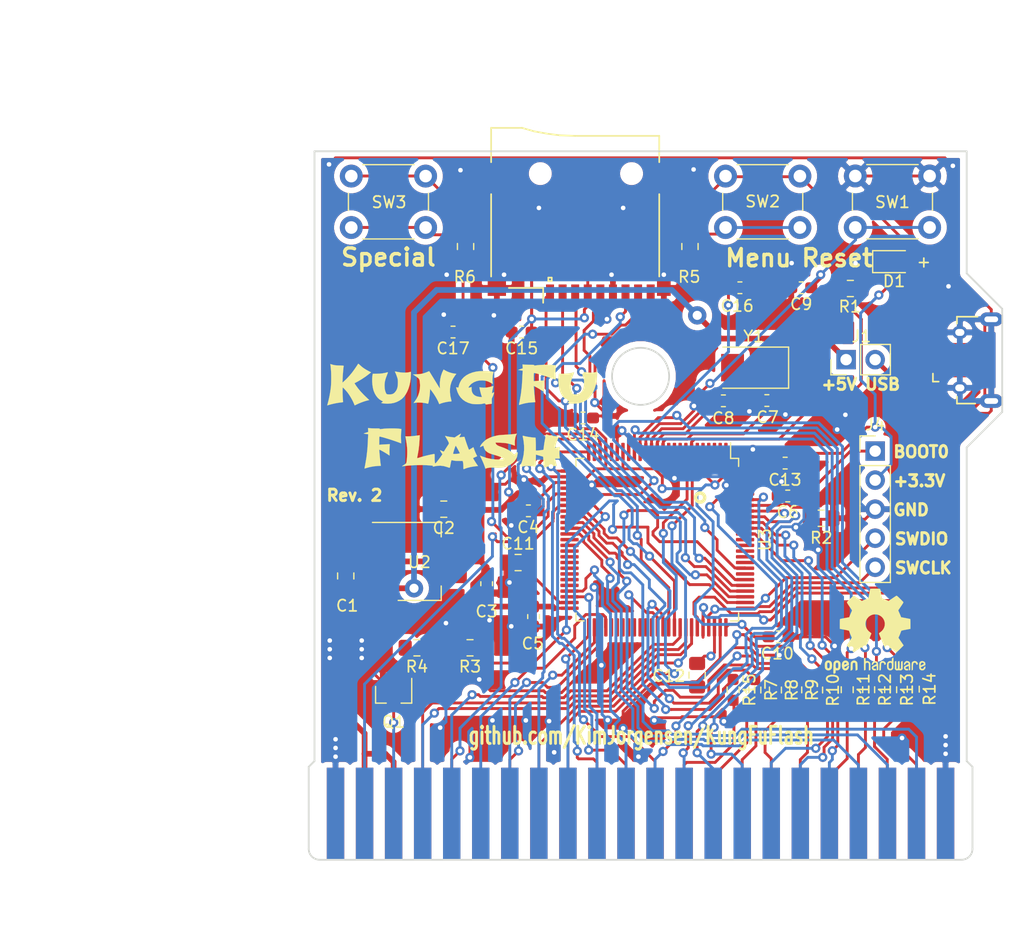
<source format=kicad_pcb>
(kicad_pcb (version 20171130) (host pcbnew "(5.1.8)-1")
  (title_block (title "Kung Fu Flash") (date 2019-12-15) (rev 1))
  (layers (0 F.Cu signal) (31 B.Cu signal) (34 B.Paste user) (35 F.Paste user) (36 B.SilkS user) (37 F.SilkS user) (38 B.Mask user) (39 F.Mask user) (44 Edge.Cuts user))
  (net 0 "")
  (net 1 GND)
  (net 2 "Net-(XS1-Pad9)")
  (net 3 /SD_CK)
  (net 4 +3V3)
  (net 5 /SD_D2)
  (net 6 /SD_D3)
  (net 7 /SD_CMD)
  (net 8 /~IRQ)
  (net 9 /R~W)
  (net 10 "Net-(U1-Pad6)")
  (net 11 /~IO1)
  (net 12 /~GAME)
  (net 13 /~EXROM)
  (net 14 /~IO2)
  (net 15 /~ROML)
  (net 16 /CD7)
  (net 17 /BA)
  (net 18 +5V)
  (net 19 /CD6)
  (net 20 /CD5)
  (net 21 /CD4)
  (net 22 /CD3)
  (net 23 /CD2)
  (net 24 /CD1)
  (net 25 /CD0)
  (net 26 /A15)
  (net 27 /A14)
  (net 28 /A13)
  (net 29 /A12)
  (net 30 /A11)
  (net 31 /A10)
  (net 32 /~ROMH)
  (net 33 /~RESET)
  (net 34 /~NMI)
  (net 35 /PHI2)
  (net 36 /A4)
  (net 37 /A3)
  (net 38 /A2)
  (net 39 /A1)
  (net 40 /A0)
  (net 41 /A7)
  (net 42 /A6)
  (net 43 /A5)
  (net 44 /A8)
  (net 45 /A9)
  (net 46 /D2)
  (net 47 /D3)
  (net 48 /D1)
  (net 49 /D0)
  (net 50 /D4)
  (net 51 /D5)
  (net 52 /D7)
  (net 53 /D6)
  (net 54 "Net-(Q1-Pad1)")
  (net 55 /~RST_O)
  (net 56 /BOOT0)
  (net 57 "Net-(D1-Pad1)")
  (net 58 /~LED)
  (net 59 "Net-(C7-Pad2)")
  (net 60 "Net-(C8-Pad1)")
  (net 61 /~RST)
  (net 62 /MENU)
  (net 63 /SPECIAL)
  (net 64 "Net-(C11-Pad2)")
  (net 65 /SD_D0)
  (net 66 /SD_D1)
  (net 67 /USB_DM)
  (net 68 /USB_DP)
  (net 69 /SWDIO)
  (net 70 "Net-(C12-Pad1)")
  (net 71 /SWCLK)
  (net 72 +5C)
  (net 73 "Net-(J2-Pad4)")
  (net 74 "Net-(R5-Pad1)")
  (net 75 "Net-(R6-Pad1)")
  (net 76 "Net-(U3-Pad98)")
  (net 77 "Net-(U3-Pad97)")
  (net 78 "Net-(U3-Pad88)")
  (net 79 "Net-(U3-Pad87)")
  (net 80 "Net-(U3-Pad86)")
  (net 81 "Net-(U3-Pad85)")
  (net 82 "Net-(U3-Pad84)")
  (net 83 "Net-(U3-Pad82)")
  (net 84 "Net-(U3-Pad62)")
  (net 85 "Net-(U3-Pad61)")
  (net 86 "Net-(U3-Pad60)")
  (net 87 "Net-(U3-Pad59)")
  (net 88 "Net-(U3-Pad58)")
  (net 89 "Net-(U3-Pad57)")
  (net 90 "Net-(U3-Pad56)")
  (net 91 "Net-(U3-Pad55)")
  (net 92 "Net-(U3-Pad46)")
  (net 93 "Net-(U3-Pad45)")
  (net 94 "Net-(U3-Pad44)")
  (net 95 "Net-(U3-Pad43)")
  (net 96 "Net-(U3-Pad42)")
  (net 97 "Net-(U3-Pad41)")
  (net 98 "Net-(U3-Pad40)")
  (net 99 "Net-(U3-Pad39)")
  (net 100 "Net-(U3-Pad38)")
  (net 101 "Net-(U3-Pad21)")
  (net 102 "Net-(U3-Pad5)")
  (net 103 "Net-(U3-Pad4)")
  (net 104 "Net-(U3-Pad3)")
  (net 105 "Net-(U3-Pad2)")
  (net 106 "Net-(U3-Pad1)")
  (net 107 /CDMA)
  (net 108 /DMA)
  (module Resistor_SMD:R_0603_1608Metric_Pad0.98x0.95mm_HandSolder (layer F.Cu) (at 112.9935 115.3135 270)
    (fp_text reference R15 (at 0 -1.43 90) (layer F.SilkS))
    (fp_text value 100R)
    (pad 2 smd roundrect (at 0.9125 0 270) (size 0.975 0.95) (layers F.Cu F.Paste F.Mask) (net 107 /CDMA))
    (pad 1 smd roundrect (at -0.9125 0 270) (size 0.975 0.95) (layers F.Cu F.Paste F.Mask) (net 108 /DMA))
  )
  (module Resistor_SMD:R_0603_1608Metric_Pad0.98x0.95mm_HandSolder (layer F.Cu) (at 128.7435 115.251 270)
    (fp_text reference R14 (at 0 -1.43 90) (layer F.SilkS))
    (fp_text value 100R)
    (pad 2 smd roundrect (at 0.9125 0 270) (size 0.975 0.95) (layers F.Cu F.Paste F.Mask) (net 25 /CD0))
    (pad 1 smd roundrect (at -0.9125 0 270) (size 0.975 0.95) (layers F.Cu F.Paste F.Mask) (net 49 /D0))
  )
  (module Resistor_SMD:R_0603_1608Metric_Pad0.98x0.95mm_HandSolder (layer F.Cu) (at 126.7685 115.301 270)
    (fp_text reference R13 (at 0 -1.43 90) (layer F.SilkS))
    (fp_text value 100R)
    (pad 2 smd roundrect (at 0.9125 0 270) (size 0.975 0.95) (layers F.Cu F.Paste F.Mask) (net 24 /CD1))
    (pad 1 smd roundrect (at -0.9125 0 270) (size 0.975 0.95) (layers F.Cu F.Paste F.Mask) (net 48 /D1))
  )
  (module Resistor_SMD:R_0603_1608Metric_Pad0.98x0.95mm_HandSolder (layer F.Cu) (at 124.8435 115.301 270)
    (fp_text reference R12 (at 0 -1.43 90) (layer F.SilkS))
    (fp_text value 100R)
    (pad 2 smd roundrect (at 0.9125 0 270) (size 0.975 0.95) (layers F.Cu F.Paste F.Mask) (net 23 /CD2))
    (pad 1 smd roundrect (at -0.9125 0 270) (size 0.975 0.95) (layers F.Cu F.Paste F.Mask) (net 46 /D2))
  )
  (module Resistor_SMD:R_0603_1608Metric_Pad0.98x0.95mm_HandSolder (layer F.Cu) (at 122.9685 115.301 270)
    (fp_text reference R11 (at 0 -1.43 90) (layer F.SilkS))
    (fp_text value 100R)
    (pad 2 smd roundrect (at 0.9125 0 270) (size 0.975 0.95) (layers F.Cu F.Paste F.Mask) (net 22 /CD3))
    (pad 1 smd roundrect (at -0.9125 0 270) (size 0.975 0.95) (layers F.Cu F.Paste F.Mask) (net 47 /D3))
  )
  (module Resistor_SMD:R_0603_1608Metric_Pad0.98x0.95mm_HandSolder (layer F.Cu) (at 120.2935 115.326 270)
    (fp_text reference R10 (at 0 -1.43 90) (layer F.SilkS))
    (fp_text value 100R)
    (pad 2 smd roundrect (at 0.9125 0 270) (size 0.975 0.95) (layers F.Cu F.Paste F.Mask) (net 21 /CD4))
    (pad 1 smd roundrect (at -0.9125 0 270) (size 0.975 0.95) (layers F.Cu F.Paste F.Mask) (net 50 /D4))
  )
  (module Resistor_SMD:R_0603_1608Metric_Pad0.98x0.95mm_HandSolder (layer F.Cu) (at 118.4685 115.3135 270)
    (fp_text reference R9 (at 0 -1.43 90) (layer F.SilkS))
    (fp_text value 100R)
    (pad 2 smd roundrect (at 0.9125 0 270) (size 0.975 0.95) (layers F.Cu F.Paste F.Mask) (net 20 /CD5))
    (pad 1 smd roundrect (at -0.9125 0 270) (size 0.975 0.95) (layers F.Cu F.Paste F.Mask) (net 51 /D5))
  )
  (module Resistor_SMD:R_0603_1608Metric_Pad0.98x0.95mm_HandSolder (layer F.Cu) (at 116.6935 115.326 270)
    (fp_text reference R8 (at 0 -1.43 90) (layer F.SilkS))
    (fp_text value 100R)
    (pad 2 smd roundrect (at 0.9125 0 270) (size 0.975 0.95) (layers F.Cu F.Paste F.Mask) (net 19 /CD6))
    (pad 1 smd roundrect (at -0.9125 0 270) (size 0.975 0.95) (layers F.Cu F.Paste F.Mask) (net 53 /D6))
  )
  (module Resistor_SMD:R_0603_1608Metric_Pad0.98x0.95mm_HandSolder (layer F.Cu) (at 114.8935 115.326 270)
    (fp_text reference R7 (at 0 -1.43 90) (layer F.SilkS))
    (fp_text value 100R)
    (pad 2 smd roundrect (at 0.9125 0 270) (size 0.975 0.95) (layers F.Cu F.Paste F.Mask) (net 16 /CD7))
    (pad 1 smd roundrect (at -0.9125 0 270) (size 0.975 0.95) (layers F.Cu F.Paste F.Mask) (net 52 /D7))
  )
  (module Package_QFP:LQFP-100_14x14mm_P0.5mm (layer F.Cu) (at 106.3625 102.1715 270)
    (fp_text reference U3 (at 0 -9.42 90) (layer F.SilkS))
    (fp_text value STM32F407VETx)
    (pad 100 smd roundrect (at -6 -7.675 270) (size 0.3 1.6) (layers F.Cu F.Paste F.Mask) (net 4 +3V3))
    (pad 99 smd roundrect (at -5.5 -7.675 270) (size 0.3 1.6) (layers F.Cu F.Paste F.Mask) (net 1 GND))
    (pad 98 smd roundrect (at -5 -7.675 270) (size 0.3 1.6) (layers F.Cu F.Paste F.Mask) (net 76 "Net-(U3-Pad98)"))
    (pad 97 smd roundrect (at -4.5 -7.675 270) (size 0.3 1.6) (layers F.Cu F.Paste F.Mask) (net 77 "Net-(U3-Pad97)"))
    (pad 96 smd roundrect (at -4 -7.675 270) (size 0.3 1.6) (layers F.Cu F.Paste F.Mask) (net 45 /A9))
    (pad 95 smd roundrect (at -3.5 -7.675 270) (size 0.3 1.6) (layers F.Cu F.Paste F.Mask) (net 44 /A8))
    (pad 94 smd roundrect (at -3 -7.675 270) (size 0.3 1.6) (layers F.Cu F.Paste F.Mask) (net 56 /BOOT0))
    (pad 93 smd roundrect (at -2.5 -7.675 270) (size 0.3 1.6) (layers F.Cu F.Paste F.Mask) (net 41 /A7))
    (pad 92 smd roundrect (at -2 -7.675 270) (size 0.3 1.6) (layers F.Cu F.Paste F.Mask) (net 42 /A6))
    (pad 91 smd roundrect (at -1.5 -7.675 270) (size 0.3 1.6) (layers F.Cu F.Paste F.Mask) (net 43 /A5))
    (pad 90 smd roundrect (at -1 -7.675 270) (size 0.3 1.6) (layers F.Cu F.Paste F.Mask) (net 36 /A4))
    (pad 89 smd roundrect (at -0.5 -7.675 270) (size 0.3 1.6) (layers F.Cu F.Paste F.Mask) (net 37 /A3))
    (pad 88 smd roundrect (at 0 -7.675 270) (size 0.3 1.6) (layers F.Cu F.Paste F.Mask) (net 78 "Net-(U3-Pad88)"))
    (pad 87 smd roundrect (at 0.5 -7.675 270) (size 0.3 1.6) (layers F.Cu F.Paste F.Mask) (net 79 "Net-(U3-Pad87)"))
    (pad 86 smd roundrect (at 1 -7.675 270) (size 0.3 1.6) (layers F.Cu F.Paste F.Mask) (net 80 "Net-(U3-Pad86)"))
    (pad 85 smd roundrect (at 1.5 -7.675 270) (size 0.3 1.6) (layers F.Cu F.Paste F.Mask) (net 81 "Net-(U3-Pad85)"))
    (pad 84 smd roundrect (at 2 -7.675 270) (size 0.3 1.6) (layers F.Cu F.Paste F.Mask) (net 82 "Net-(U3-Pad84)"))
    (pad 83 smd roundrect (at 2.5 -7.675 270) (size 0.3 1.6) (layers F.Cu F.Paste F.Mask) (net 7 /SD_CMD))
    (pad 82 smd roundrect (at 3 -7.675 270) (size 0.3 1.6) (layers F.Cu F.Paste F.Mask) (net 83 "Net-(U3-Pad82)"))
    (pad 81 smd roundrect (at 3.5 -7.675 270) (size 0.3 1.6) (layers F.Cu F.Paste F.Mask) (net 108 /DMA))
    (pad 80 smd roundrect (at 4 -7.675 270) (size 0.3 1.6) (layers F.Cu F.Paste F.Mask) (net 3 /SD_CK))
    (pad 79 smd roundrect (at 4.5 -7.675 270) (size 0.3 1.6) (layers F.Cu F.Paste F.Mask) (net 6 /SD_D3))
    (pad 78 smd roundrect (at 5 -7.675 270) (size 0.3 1.6) (layers F.Cu F.Paste F.Mask) (net 5 /SD_D2))
    (pad 77 smd roundrect (at 5.5 -7.675 270) (size 0.3 1.6) (layers F.Cu F.Paste F.Mask) (net 55 /~RST_O))
    (pad 76 smd roundrect (at 6 -7.675 270) (size 0.3 1.6) (layers F.Cu F.Paste F.Mask) (net 71 /SWCLK))
    (pad 75 smd roundrect (at 7.675 -6 270) (size 1.6 0.3) (layers F.Cu F.Paste F.Mask) (net 4 +3V3))
    (pad 74 smd roundrect (at 7.675 -5.5 270) (size 1.6 0.3) (layers F.Cu F.Paste F.Mask) (net 1 GND))
    (pad 73 smd roundrect (at 7.675 -5 270) (size 1.6 0.3) (layers F.Cu F.Paste F.Mask) (net 70 "Net-(C12-Pad1)"))
    (pad 72 smd roundrect (at 7.675 -4.5 270) (size 1.6 0.3) (layers F.Cu F.Paste F.Mask) (net 69 /SWDIO))
    (pad 71 smd roundrect (at 7.675 -4 270) (size 1.6 0.3) (layers F.Cu F.Paste F.Mask) (net 68 /USB_DP))
    (pad 70 smd roundrect (at 7.675 -3.5 270) (size 1.6 0.3) (layers F.Cu F.Paste F.Mask) (net 67 /USB_DM))
    (pad 69 smd roundrect (at 7.675 -3 270) (size 1.6 0.3) (layers F.Cu F.Paste F.Mask) (net 34 /~NMI))
    (pad 68 smd roundrect (at 7.675 -2.5 270) (size 1.6 0.3) (layers F.Cu F.Paste F.Mask) (net 8 /~IRQ))
    (pad 67 smd roundrect (at 7.675 -2 270) (size 1.6 0.3) (layers F.Cu F.Paste F.Mask) (net 35 /PHI2))
    (pad 66 smd roundrect (at 7.675 -1.5 270) (size 1.6 0.3) (layers F.Cu F.Paste F.Mask) (net 66 /SD_D1))
    (pad 65 smd roundrect (at 7.675 -1 270) (size 1.6 0.3) (layers F.Cu F.Paste F.Mask) (net 65 /SD_D0))
    (pad 64 smd roundrect (at 7.675 -0.5 270) (size 1.6 0.3) (layers F.Cu F.Paste F.Mask) (net 52 /D7))
    (pad 63 smd roundrect (at 7.675 0 270) (size 1.6 0.3) (layers F.Cu F.Paste F.Mask) (net 53 /D6))
    (pad 62 smd roundrect (at 7.675 0.5 270) (size 1.6 0.3) (layers F.Cu F.Paste F.Mask) (net 84 "Net-(U3-Pad62)"))
    (pad 61 smd roundrect (at 7.675 1 270) (size 1.6 0.3) (layers F.Cu F.Paste F.Mask) (net 85 "Net-(U3-Pad61)"))
    (pad 60 smd roundrect (at 7.675 1.5 270) (size 1.6 0.3) (layers F.Cu F.Paste F.Mask) (net 86 "Net-(U3-Pad60)"))
    (pad 59 smd roundrect (at 7.675 2 270) (size 1.6 0.3) (layers F.Cu F.Paste F.Mask) (net 87 "Net-(U3-Pad59)"))
    (pad 58 smd roundrect (at 7.675 2.5 270) (size 1.6 0.3) (layers F.Cu F.Paste F.Mask) (net 88 "Net-(U3-Pad58)"))
    (pad 57 smd roundrect (at 7.675 3 270) (size 1.6 0.3) (layers F.Cu F.Paste F.Mask) (net 89 "Net-(U3-Pad57)"))
    (pad 56 smd roundrect (at 7.675 3.5 270) (size 1.6 0.3) (layers F.Cu F.Paste F.Mask) (net 90 "Net-(U3-Pad56)"))
    (pad 55 smd roundrect (at 7.675 4 270) (size 1.6 0.3) (layers F.Cu F.Paste F.Mask) (net 91 "Net-(U3-Pad55)"))
    (pad 54 smd roundrect (at 7.675 4.5 270) (size 1.6 0.3) (layers F.Cu F.Paste F.Mask) (net 26 /A15))
    (pad 53 smd roundrect (at 7.675 5 270) (size 1.6 0.3) (layers F.Cu F.Paste F.Mask) (net 27 /A14))
    (pad 52 smd roundrect (at 7.675 5.5 270) (size 1.6 0.3) (layers F.Cu F.Paste F.Mask) (net 28 /A13))
    (pad 51 smd roundrect (at 7.675 6 270) (size 1.6 0.3) (layers F.Cu F.Paste F.Mask) (net 29 /A12))
    (pad 50 smd roundrect (at 6 7.675 270) (size 0.3 1.6) (layers F.Cu F.Paste F.Mask) (net 4 +3V3))
    (pad 49 smd roundrect (at 5.5 7.675 270) (size 0.3 1.6) (layers F.Cu F.Paste F.Mask) (net 64 "Net-(C11-Pad2)"))
    (pad 48 smd roundrect (at 5 7.675 270) (size 0.3 1.6) (layers F.Cu F.Paste F.Mask) (net 30 /A11))
    (pad 47 smd roundrect (at 4.5 7.675 270) (size 0.3 1.6) (layers F.Cu F.Paste F.Mask) (net 31 /A10))
    (pad 46 smd roundrect (at 4 7.675 270) (size 0.3 1.6) (layers F.Cu F.Paste F.Mask) (net 92 "Net-(U3-Pad46)"))
    (pad 45 smd roundrect (at 3.5 7.675 270) (size 0.3 1.6) (layers F.Cu F.Paste F.Mask) (net 93 "Net-(U3-Pad45)"))
    (pad 44 smd roundrect (at 3 7.675 270) (size 0.3 1.6) (layers F.Cu F.Paste F.Mask) (net 94 "Net-(U3-Pad44)"))
    (pad 43 smd roundrect (at 2.5 7.675 270) (size 0.3 1.6) (layers F.Cu F.Paste F.Mask) (net 95 "Net-(U3-Pad43)"))
    (pad 42 smd roundrect (at 2 7.675 270) (size 0.3 1.6) (layers F.Cu F.Paste F.Mask) (net 96 "Net-(U3-Pad42)"))
    (pad 41 smd roundrect (at 1.5 7.675 270) (size 0.3 1.6) (layers F.Cu F.Paste F.Mask) (net 97 "Net-(U3-Pad41)"))
    (pad 40 smd roundrect (at 1 7.675 270) (size 0.3 1.6) (layers F.Cu F.Paste F.Mask) (net 98 "Net-(U3-Pad40)"))
    (pad 39 smd roundrect (at 0.5 7.675 270) (size 0.3 1.6) (layers F.Cu F.Paste F.Mask) (net 99 "Net-(U3-Pad39)"))
    (pad 38 smd roundrect (at 0 7.675 270) (size 0.3 1.6) (layers F.Cu F.Paste F.Mask) (net 100 "Net-(U3-Pad38)"))
    (pad 37 smd roundrect (at -0.5 7.675 270) (size 0.3 1.6) (layers F.Cu F.Paste F.Mask) (net 38 /A2))
    (pad 36 smd roundrect (at -1 7.675 270) (size 0.3 1.6) (layers F.Cu F.Paste F.Mask) (net 39 /A1))
    (pad 35 smd roundrect (at -1.5 7.675 270) (size 0.3 1.6) (layers F.Cu F.Paste F.Mask) (net 40 /A0))
    (pad 34 smd roundrect (at -2 7.675 270) (size 0.3 1.6) (layers F.Cu F.Paste F.Mask) (net 51 /D5))
    (pad 33 smd roundrect (at -2.5 7.675 270) (size 0.3 1.6) (layers F.Cu F.Paste F.Mask) (net 50 /D4))
    (pad 32 smd roundrect (at -3 7.675 270) (size 0.3 1.6) (layers F.Cu F.Paste F.Mask) (net 32 /~ROMH))
    (pad 31 smd roundrect (at -3.5 7.675 270) (size 0.3 1.6) (layers F.Cu F.Paste F.Mask) (net 15 /~ROML))
    (pad 30 smd roundrect (at -4 7.675 270) (size 0.3 1.6) (layers F.Cu F.Paste F.Mask) (net 63 /SPECIAL))
    (pad 29 smd roundrect (at -4.5 7.675 270) (size 0.3 1.6) (layers F.Cu F.Paste F.Mask) (net 62 /MENU))
    (pad 28 smd roundrect (at -5 7.675 270) (size 0.3 1.6) (layers F.Cu F.Paste F.Mask) (net 4 +3V3))
    (pad 27 smd roundrect (at -5.5 7.675 270) (size 0.3 1.6) (layers F.Cu F.Paste F.Mask) (net 1 GND))
    (pad 26 smd roundrect (at -6 7.675 270) (size 0.3 1.6) (layers F.Cu F.Paste F.Mask) (net 17 /BA))
    (pad 25 smd roundrect (at -7.675 6 270) (size 1.6 0.3) (layers F.Cu F.Paste F.Mask) (net 14 /~IO2))
    (pad 24 smd roundrect (at -7.675 5.5 270) (size 1.6 0.3) (layers F.Cu F.Paste F.Mask) (net 11 /~IO1))
    (pad 23 smd roundrect (at -7.675 5 270) (size 1.6 0.3) (layers F.Cu F.Paste F.Mask) (net 9 /R~W))
    (pad 22 smd roundrect (at -7.675 4.5 270) (size 1.6 0.3) (layers F.Cu F.Paste F.Mask) (net 4 +3V3))
    (pad 21 smd roundrect (at -7.675 4 270) (size 1.6 0.3) (layers F.Cu F.Paste F.Mask) (net 101 "Net-(U3-Pad21)"))
    (pad 20 smd roundrect (at -7.675 3.5 270) (size 1.6 0.3) (layers F.Cu F.Paste F.Mask) (net 1 GND))
    (pad 19 smd roundrect (at -7.675 3 270) (size 1.6 0.3) (layers F.Cu F.Paste F.Mask) (net 4 +3V3))
    (pad 18 smd roundrect (at -7.675 2.5 270) (size 1.6 0.3) (layers F.Cu F.Paste F.Mask) (net 47 /D3))
    (pad 17 smd roundrect (at -7.675 2 270) (size 1.6 0.3) (layers F.Cu F.Paste F.Mask) (net 46 /D2))
    (pad 16 smd roundrect (at -7.675 1.5 270) (size 1.6 0.3) (layers F.Cu F.Paste F.Mask) (net 48 /D1))
    (pad 15 smd roundrect (at -7.675 1 270) (size 1.6 0.3) (layers F.Cu F.Paste F.Mask) (net 49 /D0))
    (pad 14 smd roundrect (at -7.675 0.5 270) (size 1.6 0.3) (layers F.Cu F.Paste F.Mask) (net 61 /~RST))
    (pad 13 smd roundrect (at -7.675 0 270) (size 1.6 0.3) (layers F.Cu F.Paste F.Mask) (net 60 "Net-(C8-Pad1)"))
    (pad 12 smd roundrect (at -7.675 -0.5 270) (size 1.6 0.3) (layers F.Cu F.Paste F.Mask) (net 59 "Net-(C7-Pad2)"))
    (pad 11 smd roundrect (at -7.675 -1 270) (size 1.6 0.3) (layers F.Cu F.Paste F.Mask) (net 4 +3V3))
    (pad 10 smd roundrect (at -7.675 -1.5 270) (size 1.6 0.3) (layers F.Cu F.Paste F.Mask) (net 1 GND))
    (pad 9 smd roundrect (at -7.675 -2 270) (size 1.6 0.3) (layers F.Cu F.Paste F.Mask) (net 13 /~EXROM))
    (pad 8 smd roundrect (at -7.675 -2.5 270) (size 1.6 0.3) (layers F.Cu F.Paste F.Mask) (net 12 /~GAME))
    (pad 7 smd roundrect (at -7.675 -3 270) (size 1.6 0.3) (layers F.Cu F.Paste F.Mask) (net 58 /~LED))
    (pad 6 smd roundrect (at -7.675 -3.5 270) (size 1.6 0.3) (layers F.Cu F.Paste F.Mask) (net 4 +3V3))
    (pad 5 smd roundrect (at -7.675 -4 270) (size 1.6 0.3) (layers F.Cu F.Paste F.Mask) (net 102 "Net-(U3-Pad5)"))
    (pad 4 smd roundrect (at -7.675 -4.5 270) (size 1.6 0.3) (layers F.Cu F.Paste F.Mask) (net 103 "Net-(U3-Pad4)"))
    (pad 3 smd roundrect (at -7.675 -5 270) (size 1.6 0.3) (layers F.Cu F.Paste F.Mask) (net 104 "Net-(U3-Pad3)"))
    (pad 2 smd roundrect (at -7.675 -5.5 270) (size 1.6 0.3) (layers F.Cu F.Paste F.Mask) (net 105 "Net-(U3-Pad2)"))
    (pad 1 smd roundrect (at -7.675 -6 270) (size 1.6 0.3) (layers F.Cu F.Paste F.Mask) (net 106 "Net-(U3-Pad1)"))
  )
  (module mod:Kung_Fu_Flash_Logo (layer F.Cu) (at 89.281 91.3765)
    (fp_text reference G*** hide)
    (fp_text value LOGO hide)
  )
  (module mod:Conn_USBmicro-B_ebay-side_TH (layer F.Cu) (at 135.564 86.468 90)
    (fp_text reference J2)
    (fp_text value USB_B_Micro)
    (pad 6 thru_hole oval (at -3.575 0 90) (size 1.2 2) (drill oval 0.5 1.2) (layers *.Cu *.Mask) (net 1 GND))
    (pad 6 thru_hole oval (at 3.575 0 90) (size 1.2 2) (drill oval 0.5 1.2) (layers *.Cu *.Mask) (net 1 GND))
    (pad 1 smd rect (at -1.3 -3.4036 90) (size 0.4 2.65) (layers F.Cu F.Paste F.Mask) (net 72 +5C))
    (pad 2 smd rect (at -0.65 -3.4036 90) (size 0.4 2.65) (layers F.Cu F.Paste F.Mask) (net 67 /USB_DM))
    (pad 3 smd rect (at 0 -3.4036 90) (size 0.4 2.65) (layers F.Cu F.Paste F.Mask) (net 68 /USB_DP))
    (pad 4 smd rect (at 0.65 -3.4036 90) (size 0.4 2.65) (layers F.Cu F.Paste F.Mask) (net 73 "Net-(J2-Pad4)"))
    (pad 5 smd rect (at 1.2954 -3.4036 90) (size 0.4 2.65) (layers F.Cu F.Paste F.Mask) (net 1 GND))
    (pad 6 thru_hole oval (at -2.425 -2.75 90) (size 1.1 1.3) (drill oval 0.6 0.8) (layers *.Cu *.Mask) (net 1 GND))
    (pad 6 thru_hole oval (at 2.425 -2.75 90) (size 1.1 1.3) (drill oval 0.6 0.8) (layers *.Cu *.Mask) (net 1 GND))
  )
  (module mod:Conn_uSDcard (layer F.Cu) (at 99.184 70.1485 180)
    (fp_text reference XS1)
    (fp_text value uSD_push_push)
    (pad 3 smd rect (at 0 -10.5 180) (size 0.7 1.6) (layers F.Cu F.Paste F.Mask) (net 7 /SD_CMD))
    (pad "" np_thru_hole circle (at -4.93 0 180) (size 1 1) (drill 1) (layers *.Cu))
    (pad "" np_thru_hole circle (at 3.05 0 180) (size 1 1) (drill 1) (layers *.Cu))
    (pad 2 smd rect (at 1.1 -10.5 180) (size 0.7 1.6) (layers F.Cu F.Paste F.Mask) (net 6 /SD_D3))
    (pad 1 smd rect (at 2.2 -10.5 180) (size 0.7 1.6) (layers F.Cu F.Paste F.Mask) (net 5 /SD_D2))
    (pad 4 smd rect (at -1.1 -10.5 180) (size 0.7 1.6) (layers F.Cu F.Paste F.Mask) (net 4 +3V3))
    (pad 5 smd rect (at -2.2 -10.5 180) (size 0.7 1.6) (layers F.Cu F.Paste F.Mask) (net 3 /SD_CK))
    (pad 6 smd rect (at -3.3 -10.5 180) (size 0.7 1.6) (layers F.Cu F.Paste F.Mask) (net 1 GND))
    (pad 8 smd rect (at -5.5 -10.5 180) (size 0.7 1.6) (layers F.Cu F.Paste F.Mask) (net 66 /SD_D1))
    (pad 7 smd rect (at -4.4 -10.5 180) (size 0.7 1.6) (layers F.Cu F.Paste F.Mask) (net 65 /SD_D0))
    (pad 9 smd rect (at -6.6 -10.5 180) (size 0.7 1.6) (layers F.Cu F.Paste F.Mask) (net 2 "Net-(XS1-Pad9)"))
    (pad 6 smd rect (at -7.75 -10 180) (size 1.2 1.4) (layers F.Cu F.Paste F.Mask) (net 1 GND))
    (pad 6 smd rect (at 6.85 -10 180) (size 1.6 1.4) (layers F.Cu F.Paste F.Mask) (net 1 GND))
    (pad 6 smd rect (at -7.75 -0.4 180) (size 1.2 2.2) (layers F.Cu F.Paste F.Mask) (net 1 GND))
    (pad 6 smd rect (at 7.75 -0.4 180) (size 1.2 2.2) (layers F.Cu F.Paste F.Mask) (net 1 GND))
  )
  (module Crystal:Crystal_SMD_5032-2Pin_5.0x3.2mm (layer F.Cu) (at 114.7935 87.126 180)
    (fp_text reference Y1 (at 0 2.7305) (layer F.SilkS))
    (fp_text value 8MHz)
    (pad 2 smd rect (at 1.85 0 180) (size 2 2.4) (layers F.Cu F.Paste F.Mask) (net 60 "Net-(C8-Pad1)"))
    (pad 1 smd rect (at -1.85 0 180) (size 2 2.4) (layers F.Cu F.Paste F.Mask) (net 59 "Net-(C7-Pad2)"))
  )
  (module Capacitor_SMD:C_0603_1608Metric_Pad1.05x0.95mm_HandSolder (layer F.Cu) (at 88.505 84.0105 180)
    (fp_text reference C17 (at 0 -1.43) (layer F.SilkS))
    (fp_text value 100n)
    (pad 2 smd roundrect (at 0.875 0 180) (size 1.05 0.95) (layers F.Cu F.Paste F.Mask) (net 1 GND))
    (pad 1 smd roundrect (at -0.875 0 180) (size 1.05 0.95) (layers F.Cu F.Paste F.Mask) (net 63 /SPECIAL))
  )
  (module Capacitor_SMD:C_0603_1608Metric_Pad1.05x0.95mm_HandSolder (layer F.Cu) (at 113.5875 80.137)
    (fp_text reference C16 (at -0.24 1.5875) (layer F.SilkS))
    (fp_text value 100n)
    (pad 2 smd roundrect (at 0.875 0) (size 1.05 0.95) (layers F.Cu F.Paste F.Mask) (net 1 GND))
    (pad 1 smd roundrect (at -0.875 0) (size 1.05 0.95) (layers F.Cu F.Paste F.Mask) (net 62 /MENU))
  )
  (module mod:C64-Cart (layer F.Cu) (at 75.688 130.059501)
    (fp_text reference U1 hide)
    (fp_text value C64-Exp-Port hide)
    (pad N smd rect (at 30.48 -3.938274) (size 1.524 8) (layers B.Cu B.Paste B.Mask) (net 45 /A9))
    (pad P smd rect (at 33.02 -3.938274) (size 1.524 8) (layers B.Cu B.Paste B.Mask) (net 44 /A8))
    (pad T smd rect (at 40.64 -3.938274) (size 1.524 8) (layers B.Cu B.Paste B.Mask) (net 43 /A5))
    (pad S smd rect (at 38.1 -3.938274) (size 1.524 8) (layers B.Cu B.Paste B.Mask) (net 42 /A6))
    (pad R smd rect (at 35.56 -3.938274) (size 1.524 8) (layers B.Cu B.Paste B.Mask) (net 41 /A7))
    (pad Z smd rect (at 55.88 -3.938274) (size 1.524 8) (layers B.Cu B.Paste B.Mask) (net 1 GND))
    (pad Y smd rect (at 53.34 -3.938274) (size 1.524 8) (layers B.Cu B.Paste B.Mask) (net 40 /A0))
    (pad X smd rect (at 50.8 -3.938274) (size 1.524 8) (layers B.Cu B.Paste B.Mask) (net 39 /A1))
    (pad W smd rect (at 48.26 -3.938274) (size 1.524 8) (layers B.Cu B.Paste B.Mask) (net 38 /A2))
    (pad V smd rect (at 45.72 -3.938274) (size 1.524 8) (layers B.Cu B.Paste B.Mask) (net 37 /A3))
    (pad U smd rect (at 43.18 -3.938274) (size 1.524 8) (layers B.Cu B.Paste B.Mask) (net 36 /A4))
    (pad A smd rect (at 2.54 -3.938274) (size 1.524 8) (layers B.Cu B.Paste B.Mask) (net 1 GND))
    (pad E smd rect (at 12.7 -3.938274) (size 1.524 8) (layers B.Cu B.Paste B.Mask) (net 35 /PHI2))
    (pad D smd rect (at 10.16 -3.938274) (size 1.524 8) (layers B.Cu B.Paste B.Mask) (net 34 /~NMI))
    (pad C smd rect (at 7.62 -3.938274) (size 1.524 8) (layers B.Cu B.Paste B.Mask) (net 33 /~RESET))
    (pad B smd rect (at 5.08 -3.938274) (size 1.524 8) (layers B.Cu B.Paste B.Mask) (net 32 /~ROMH))
    (pad M smd rect (at 27.94 -3.938274) (size 1.524 8) (layers B.Cu B.Paste B.Mask) (net 31 /A10))
    (pad L smd rect (at 25.4 -3.938274) (size 1.524 8) (layers B.Cu B.Paste B.Mask) (net 30 /A11))
    (pad K smd rect (at 22.86 -3.938274) (size 1.524 8) (layers B.Cu B.Paste B.Mask) (net 29 /A12))
    (pad J smd rect (at 20.32 -3.938274) (size 1.524 8) (layers B.Cu B.Paste B.Mask) (net 28 /A13))
    (pad H smd rect (at 17.78 -3.938274) (size 1.524 8) (layers B.Cu B.Paste B.Mask) (net 27 /A14))
    (pad F smd rect (at 15.24 -3.938274) (size 1.524 8) (layers B.Cu B.Paste B.Mask) (net 26 /A15))
    (pad 22 smd rect (at 55.88 -3.938274 180) (size 1.524 8) (layers F.Cu F.Paste F.Mask) (net 1 GND))
    (pad 21 smd rect (at 53.34 -3.938274 180) (size 1.524 8) (layers F.Cu F.Paste F.Mask) (net 25 /CD0))
    (pad 20 smd rect (at 50.8 -3.938274 180) (size 1.524 8) (layers F.Cu F.Paste F.Mask) (net 24 /CD1))
    (pad 19 smd rect (at 48.26 -3.938274 180) (size 1.524 8) (layers F.Cu F.Paste F.Mask) (net 23 /CD2))
    (pad 18 smd rect (at 45.72 -3.938274 180) (size 1.524 8) (layers F.Cu F.Paste F.Mask) (net 22 /CD3))
    (pad 17 smd rect (at 43.18 -3.938274 180) (size 1.524 8) (layers F.Cu F.Paste F.Mask) (net 21 /CD4))
    (pad 16 smd rect (at 40.64 -3.938274 180) (size 1.524 8) (layers F.Cu F.Paste F.Mask) (net 20 /CD5))
    (pad 15 smd rect (at 38.1 -3.938274 180) (size 1.524 8) (layers F.Cu F.Paste F.Mask) (net 19 /CD6))
    (pad 3 smd rect (at 7.62 -3.938274 180) (size 1.524 8) (layers F.Cu F.Paste F.Mask) (net 18 +5V))
    (pad 2 smd rect (at 5.08 -3.938274 180) (size 1.524 8) (layers F.Cu F.Paste F.Mask) (net 18 +5V))
    (pad 12 smd rect (at 30.48 -3.938274 180) (size 1.524 8) (layers F.Cu F.Paste F.Mask) (net 17 /BA))
    (pad 14 smd rect (at 35.56 -3.938274 180) (size 1.524 8) (layers F.Cu F.Paste F.Mask) (net 16 /CD7))
    (pad 13 smd rect (at 33.02 -3.938274 180) (size 1.524 8) (layers F.Cu F.Paste F.Mask) (net 107 /CDMA))
    (pad 11 smd rect (at 27.94 -3.938274 180) (size 1.524 8) (layers F.Cu F.Paste F.Mask) (net 15 /~ROML))
    (pad 10 smd rect (at 25.4 -3.938274 180) (size 1.524 8) (layers F.Cu F.Paste F.Mask) (net 14 /~IO2))
    (pad 9 smd rect (at 22.86 -3.938274 180) (size 1.524 8) (layers F.Cu F.Paste F.Mask) (net 13 /~EXROM))
    (pad 8 smd rect (at 20.32 -3.938274 180) (size 1.524 8) (layers F.Cu F.Paste F.Mask) (net 12 /~GAME))
    (pad 7 smd rect (at 17.78 -3.938274 180) (size 1.524 8) (layers F.Cu F.Paste F.Mask) (net 11 /~IO1))
    (pad 6 smd rect (at 15.24 -3.938274 180) (size 1.524 8) (layers F.Cu F.Paste F.Mask) (net 10 "Net-(U1-Pad6)"))
    (pad 5 smd rect (at 12.7 -3.938274 180) (size 1.524 8) (layers F.Cu F.Paste F.Mask) (net 9 /R~W))
    (pad 4 smd rect (at 10.16 -3.938274 180) (size 1.524 8) (layers F.Cu F.Paste F.Mask) (net 8 /~IRQ))
    (pad 1 smd rect (at 2.54 -3.938274 180) (size 1.524 8) (layers F.Cu F.Paste F.Mask) (net 1 GND))
  )
  (module Button_Switch_THT:SW_PUSH_6mm_H8mm (layer F.Cu) (at 79.606 70.3665)
    (fp_text reference SW3 (at 3.302 2.286) (layer F.SilkS))
    (fp_text value Special)
    (pad 1 thru_hole circle (at 6.5 0 90) (size 2 2) (drill 1.1) (layers *.Cu *.Mask) (net 4 +3V3))
    (pad 2 thru_hole circle (at 6.5 4.5 90) (size 2 2) (drill 1.1) (layers *.Cu *.Mask) (net 75 "Net-(R6-Pad1)"))
    (pad 1 thru_hole circle (at 0 0 90) (size 2 2) (drill 1.1) (layers *.Cu *.Mask) (net 4 +3V3))
    (pad 2 thru_hole circle (at 0 4.5 90) (size 2 2) (drill 1.1) (layers *.Cu *.Mask) (net 75 "Net-(R6-Pad1)"))
  )
  (module Button_Switch_THT:SW_PUSH_6mm_H8mm (layer F.Cu) (at 112.3315 70.3665)
    (fp_text reference SW2 (at 3.25 2.2225) (layer F.SilkS))
    (fp_text value Menu)
    (pad 1 thru_hole circle (at 6.5 0 90) (size 2 2) (drill 1.1) (layers *.Cu *.Mask) (net 4 +3V3))
    (pad 2 thru_hole circle (at 6.5 4.5 90) (size 2 2) (drill 1.1) (layers *.Cu *.Mask) (net 74 "Net-(R5-Pad1)"))
    (pad 1 thru_hole circle (at 0 0 90) (size 2 2) (drill 1.1) (layers *.Cu *.Mask) (net 4 +3V3))
    (pad 2 thru_hole circle (at 0 4.5 90) (size 2 2) (drill 1.1) (layers *.Cu *.Mask) (net 74 "Net-(R5-Pad1)"))
  )
  (module Button_Switch_THT:SW_PUSH_6mm_H8mm (layer F.Cu) (at 123.675 70.358)
    (fp_text reference SW1 (at 3.25 2.286) (layer F.SilkS))
    (fp_text value Reset)
    (pad 1 thru_hole circle (at 6.5 0 90) (size 2 2) (drill 1.1) (layers *.Cu *.Mask) (net 1 GND))
    (pad 2 thru_hole circle (at 6.5 4.5 90) (size 2 2) (drill 1.1) (layers *.Cu *.Mask) (net 61 /~RST))
    (pad 1 thru_hole circle (at 0 0 90) (size 2 2) (drill 1.1) (layers *.Cu *.Mask) (net 1 GND))
    (pad 2 thru_hole circle (at 0 4.5 90) (size 2 2) (drill 1.1) (layers *.Cu *.Mask) (net 61 /~RST))
  )
  (module Capacitor_SMD:C_0603_1608Metric_Pad1.05x0.95mm_HandSolder (layer F.Cu) (at 94.502 84.0105 180)
    (fp_text reference C15 (at 0 -1.43 180) (layer F.SilkS))
    (fp_text value 100n)
    (pad 2 smd roundrect (at 0.875 0 180) (size 1.05 0.95) (layers F.Cu F.Paste F.Mask) (net 1 GND))
    (pad 1 smd roundrect (at -0.875 0 180) (size 1.05 0.95) (layers F.Cu F.Paste F.Mask) (net 4 +3V3))
  )
  (module Capacitor_SMD:C_0603_1608Metric_Pad1.05x0.95mm_HandSolder (layer F.Cu) (at 91.4435 106.026 270)
    (fp_text reference C3 (at 2.427 0) (layer F.SilkS))
    (fp_text value 100n)
    (pad 2 smd roundrect (at 0.875 0 270) (size 1.05 0.95) (layers F.Cu F.Paste F.Mask) (net 1 GND))
    (pad 1 smd roundrect (at -0.875 0 270) (size 1.05 0.95) (layers F.Cu F.Paste F.Mask) (net 4 +3V3))
  )
  (module Capacitor_SMD:C_0603_1608Metric_Pad1.05x0.95mm_HandSolder (layer F.Cu) (at 95.0935 99.651 180)
    (fp_text reference C4 (at 0 -1.43 180) (layer F.SilkS))
    (fp_text value 100n)
    (pad 2 smd roundrect (at 0.875 0 180) (size 1.05 0.95) (layers F.Cu F.Paste F.Mask) (net 1 GND))
    (pad 1 smd roundrect (at -0.875 0 180) (size 1.05 0.95) (layers F.Cu F.Paste F.Mask) (net 4 +3V3))
  )
  (module Capacitor_SMD:C_0603_1608Metric_Pad1.05x0.95mm_HandSolder (layer F.Cu) (at 95.5435 108.901 270)
    (fp_text reference C5 (at 2.3635 0.0635) (layer F.SilkS))
    (fp_text value 100n)
    (pad 2 smd roundrect (at 0.875 0 270) (size 1.05 0.95) (layers F.Cu F.Paste F.Mask) (net 1 GND))
    (pad 1 smd roundrect (at -0.875 0 270) (size 1.05 0.95) (layers F.Cu F.Paste F.Mask) (net 4 +3V3))
  )
  (module Capacitor_SMD:C_0603_1608Metric_Pad1.05x0.95mm_HandSolder (layer F.Cu) (at 117.7685 98.351)
    (fp_text reference C6 (at 0 1.397) (layer F.SilkS))
    (fp_text value 100n)
    (pad 2 smd roundrect (at 0.875 0) (size 1.05 0.95) (layers F.Cu F.Paste F.Mask) (net 1 GND))
    (pad 1 smd roundrect (at -0.875 0) (size 1.05 0.95) (layers F.Cu F.Paste F.Mask) (net 4 +3V3))
  )
  (module Capacitor_SMD:C_0603_1608Metric_Pad1.05x0.95mm_HandSolder (layer F.Cu) (at 115.9435 90.001)
    (fp_text reference C7 (at 0.0635 1.4605) (layer F.SilkS))
    (fp_text value 20p)
    (pad 2 smd roundrect (at 0.875 0) (size 1.05 0.95) (layers F.Cu F.Paste F.Mask) (net 59 "Net-(C7-Pad2)"))
    (pad 1 smd roundrect (at -0.875 0) (size 1.05 0.95) (layers F.Cu F.Paste F.Mask) (net 1 GND))
  )
  (module Capacitor_SMD:C_0603_1608Metric_Pad1.05x0.95mm_HandSolder (layer F.Cu) (at 112.1435 90.026)
    (fp_text reference C8 (at 0 1.524) (layer F.SilkS))
    (fp_text value 20p)
    (pad 2 smd roundrect (at 0.875 0) (size 1.05 0.95) (layers F.Cu F.Paste F.Mask) (net 1 GND))
    (pad 1 smd roundrect (at -0.875 0) (size 1.05 0.95) (layers F.Cu F.Paste F.Mask) (net 60 "Net-(C8-Pad1)"))
  )
  (module Capacitor_SMD:C_0603_1608Metric_Pad1.05x0.95mm_HandSolder (layer F.Cu) (at 118.9495 80.137 180)
    (fp_text reference C9 (at 0 -1.43 180) (layer F.SilkS))
    (fp_text value 100n)
    (pad 2 smd roundrect (at 0.875 0 180) (size 1.05 0.95) (layers F.Cu F.Paste F.Mask) (net 1 GND))
    (pad 1 smd roundrect (at -0.875 0 180) (size 1.05 0.95) (layers F.Cu F.Paste F.Mask) (net 61 /~RST))
  )
  (module Capacitor_SMD:C_0603_1608Metric_Pad1.05x0.95mm_HandSolder (layer F.Cu) (at 116.9685 110.676)
    (fp_text reference C10 (at -0.113 1.4605) (layer F.SilkS))
    (fp_text value 100n)
    (pad 2 smd roundrect (at 0.875 0) (size 1.05 0.95) (layers F.Cu F.Paste F.Mask) (net 1 GND))
    (pad 1 smd roundrect (at -0.875 0) (size 1.05 0.95) (layers F.Cu F.Paste F.Mask) (net 4 +3V3))
  )
  (module Capacitor_SMD:C_0603_1608Metric_Pad1.05x0.95mm_HandSolder (layer F.Cu) (at 99.8685 91.526)
    (fp_text reference C14 (at 0 1.4605) (layer F.SilkS))
    (fp_text value 100n)
    (pad 2 smd roundrect (at 0.875 0) (size 1.05 0.95) (layers F.Cu F.Paste F.Mask) (net 1 GND))
    (pad 1 smd roundrect (at -0.875 0) (size 1.05 0.95) (layers F.Cu F.Paste F.Mask) (net 4 +3V3))
  )
  (module Capacitor_SMD:C_0603_1608Metric_Pad1.05x0.95mm_HandSolder (layer F.Cu) (at 117.5435 95.476)
    (fp_text reference C13 (at -0.014 1.4605) (layer F.SilkS))
    (fp_text value 100n)
    (pad 2 smd roundrect (at 0.875 0) (size 1.05 0.95) (layers F.Cu F.Paste F.Mask) (net 1 GND))
    (pad 1 smd roundrect (at -0.875 0) (size 1.05 0.95) (layers F.Cu F.Paste F.Mask) (net 4 +3V3))
  )
  (module Capacitor_SMD:C_0805_2012Metric_Pad1.15x1.40mm_HandSolder (layer F.Cu) (at 87.6935 99.5045 180)
    (fp_text reference C2 (at 0 -1.65 180) (layer F.SilkS))
    (fp_text value 10u)
    (pad 2 smd roundrect (at 1.025 0 180) (size 1.15 1.4) (layers F.Cu F.Paste F.Mask) (roundrect_rratio 0.217391) (net 1 GND))
    (pad 1 smd roundrect (at -1.025 0 180) (size 1.15 1.4) (layers F.Cu F.Paste F.Mask) (roundrect_rratio 0.217391) (net 4 +3V3))
  )
  (module Capacitor_SMD:C_0805_2012Metric_Pad1.15x1.40mm_HandSolder (layer F.Cu) (at 94.1935 104.176)
    (fp_text reference C11 (at 0 -1.65) (layer F.SilkS))
    (fp_text value 2.2u)
    (pad 2 smd roundrect (at 1.025 0) (size 1.15 1.4) (layers F.Cu F.Paste F.Mask) (roundrect_rratio 0.217391) (net 64 "Net-(C11-Pad2)"))
    (pad 1 smd roundrect (at -1.025 0) (size 1.15 1.4) (layers F.Cu F.Paste F.Mask) (roundrect_rratio 0.217391) (net 1 GND))
  )
  (module Capacitor_SMD:C_0805_2012Metric_Pad1.15x1.40mm_HandSolder (layer F.Cu) (at 109.8435 114.026 270)
    (fp_text reference C12 (at 0.0725 2.4765) (layer F.SilkS))
    (fp_text value 2.2u)
    (pad 2 smd roundrect (at 1.025 0 270) (size 1.15 1.4) (layers F.Cu F.Paste F.Mask) (roundrect_rratio 0.217391) (net 1 GND))
    (pad 1 smd roundrect (at -1.025 0 270) (size 1.15 1.4) (layers F.Cu F.Paste F.Mask) (roundrect_rratio 0.217391) (net 70 "Net-(C12-Pad1)"))
  )
  (module Capacitor_SMD:C_0805_2012Metric_Pad1.15x1.40mm_HandSolder (layer F.Cu) (at 79.121 105.3465 90)
    (fp_text reference C1 (at -2.6035 0.127 180) (layer F.SilkS))
    (fp_text value 10u)
    (pad 2 smd roundrect (at 1.025 0 90) (size 1.15 1.4) (layers F.Cu F.Paste F.Mask) (roundrect_rratio 0.217391) (net 1 GND))
    (pad 1 smd roundrect (at -1.025 0 90) (size 1.15 1.4) (layers F.Cu F.Paste F.Mask) (roundrect_rratio 0.217391) (net 18 +5V))
  )
  (module Connector_PinHeader_2.54mm:PinHeader_1x02_P2.54mm_Vertical (layer F.Cu) (at 122.8725 86.4235 90)
    (fp_text reference J1 (at 2.032 1.3335 180) (layer F.SilkS))
    (fp_text value "USB Power")
    (pad 2 thru_hole oval (at 0 2.54 90) (size 1.7 1.7) (drill 1) (layers *.Cu *.Mask) (net 72 +5C))
    (pad 1 thru_hole rect (at 0 0 90) (size 1.7 1.7) (drill 1) (layers *.Cu *.Mask) (net 18 +5V))
  )
  (module Connector_PinHeader_2.54mm:PinHeader_1x05_P2.54mm_Vertical (layer F.Cu) (at 125.4125 94.4245)
    (fp_text reference J4 (at 0 -2.33) (layer F.SilkS))
    (fp_text value SWD)
    (pad 5 thru_hole oval (at 0 10.16) (size 1.7 1.7) (drill 1) (layers *.Cu *.Mask) (net 71 /SWCLK))
    (pad 4 thru_hole oval (at 0 7.62) (size 1.7 1.7) (drill 1) (layers *.Cu *.Mask) (net 69 /SWDIO))
    (pad 3 thru_hole oval (at 0 5.08) (size 1.7 1.7) (drill 1) (layers *.Cu *.Mask) (net 1 GND))
    (pad 2 thru_hole oval (at 0 2.54) (size 1.7 1.7) (drill 1) (layers *.Cu *.Mask) (net 4 +3V3))
    (pad 1 thru_hole rect (at 0 0) (size 1.7 1.7) (drill 1) (layers *.Cu *.Mask) (net 56 /BOOT0))
  )
  (module LED_SMD:LED_0805_2012Metric_Pad1.15x1.40mm_HandSolder (layer F.Cu) (at 127.0545 77.851)
    (fp_text reference D1 (at 0.009 1.7145) (layer F.SilkS))
    (fp_text value LED)
    (pad 2 smd roundrect (at 1.025 0) (size 1.15 1.4) (layers F.Cu F.Paste F.Mask) (roundrect_rratio 0.217391) (net 4 +3V3))
    (pad 1 smd roundrect (at -1.025 0) (size 1.15 1.4) (layers F.Cu F.Paste F.Mask) (roundrect_rratio 0.217391) (net 57 "Net-(D1-Pad1)"))
  )
  (module Package_TO_SOT_SMD:SOT-223-3_TabPin2 (layer F.Cu) (at 85.5595 104.0765)
    (fp_text reference U2 (at 0 0.0635) (layer F.SilkS))
    (fp_text value AMS1117-3.3)
    (pad 1 smd rect (at -3.15 -2.3) (size 2 1.5) (layers F.Cu F.Paste F.Mask) (net 1 GND))
    (pad 3 smd rect (at -3.15 2.3) (size 2 1.5) (layers F.Cu F.Paste F.Mask) (net 18 +5V))
    (pad 2 smd rect (at -3.15 0) (size 2 1.5) (layers F.Cu F.Paste F.Mask) (net 4 +3V3))
    (pad 2 smd rect (at 3.15 0) (size 2 3.8) (layers F.Cu F.Paste F.Mask) (net 4 +3V3))
  )
  (module Package_TO_SOT_SMD:SOT-23 (layer F.Cu) (at 83.312 115.713 270)
    (fp_text reference Q1 (at 2.397 0) (layer F.SilkS))
    (fp_text value BC817)
    (pad 3 smd rect (at 1 0 270) (size 0.9 0.8) (layers F.Cu F.Paste F.Mask) (net 33 /~RESET))
    (pad 2 smd rect (at -1 0.95 270) (size 0.9 0.8) (layers F.Cu F.Paste F.Mask) (net 1 GND))
    (pad 1 smd rect (at -1 -0.95 270) (size 0.9 0.8) (layers F.Cu F.Paste F.Mask) (net 54 "Net-(Q1-Pad1)"))
  )
  (module Resistor_SMD:R_0805_2012Metric_Pad1.15x1.40mm_HandSolder (layer F.Cu) (at 123.2445 80.2005)
    (fp_text reference R1 (at -0.0545 1.5875) (layer F.SilkS))
    (fp_text value 510R)
    (pad 2 smd roundrect (at 1.025 0) (size 1.15 1.4) (layers F.Cu F.Paste F.Mask) (roundrect_rratio 0.217391) (net 57 "Net-(D1-Pad1)"))
    (pad 1 smd roundrect (at -1.025 0) (size 1.15 1.4) (layers F.Cu F.Paste F.Mask) (roundrect_rratio 0.217391) (net 58 /~LED))
  )
  (module Resistor_SMD:R_0805_2012Metric_Pad1.15x1.40mm_HandSolder (layer F.Cu) (at 120.6935 100.301)
    (fp_text reference R2 (at 0.009 1.7145 180) (layer F.SilkS))
    (fp_text value 10k)
    (pad 2 smd roundrect (at 1.025 0) (size 1.15 1.4) (layers F.Cu F.Paste F.Mask) (roundrect_rratio 0.217391) (net 1 GND))
    (pad 1 smd roundrect (at -1.025 0) (size 1.15 1.4) (layers F.Cu F.Paste F.Mask) (roundrect_rratio 0.217391) (net 56 /BOOT0))
  )
  (module Resistor_SMD:R_0805_2012Metric_Pad1.15x1.40mm_HandSolder (layer F.Cu) (at 89.9885 111.633 180)
    (fp_text reference R3 (at 0 -1.65 180) (layer F.SilkS))
    (fp_text value 10k)
    (pad 2 smd roundrect (at 1.025 0 180) (size 1.15 1.4) (layers F.Cu F.Paste F.Mask) (roundrect_rratio 0.217391) (net 55 /~RST_O))
    (pad 1 smd roundrect (at -1.025 0 180) (size 1.15 1.4) (layers F.Cu F.Paste F.Mask) (roundrect_rratio 0.217391) (net 4 +3V3))
  )
  (module Resistor_SMD:R_0805_2012Metric_Pad1.15x1.40mm_HandSolder (layer F.Cu) (at 85.344 111.633)
    (fp_text reference R4 (at 0 1.651) (layer F.SilkS))
    (fp_text value 510R)
    (pad 2 smd roundrect (at 1.025 0) (size 1.15 1.4) (layers F.Cu F.Paste F.Mask) (roundrect_rratio 0.217391) (net 55 /~RST_O))
    (pad 1 smd roundrect (at -1.025 0) (size 1.15 1.4) (layers F.Cu F.Paste F.Mask) (roundrect_rratio 0.217391) (net 54 "Net-(Q1-Pad1)"))
  )
  (module Resistor_SMD:R_0805_2012Metric_Pad1.15x1.40mm_HandSolder (layer F.Cu) (at 109.22 76.5265 270)
    (fp_text reference R5 (at 2.658 0.0635 180) (layer F.SilkS))
    (fp_text value 510R)
    (pad 2 smd roundrect (at 1.025 0 270) (size 1.15 1.4) (layers F.Cu F.Paste F.Mask) (roundrect_rratio 0.217391) (net 62 /MENU))
    (pad 1 smd roundrect (at -1.025 0 270) (size 1.15 1.4) (layers F.Cu F.Paste F.Mask) (roundrect_rratio 0.217391) (net 74 "Net-(R5-Pad1)"))
  )
  (module Resistor_SMD:R_0805_2012Metric_Pad1.15x1.40mm_HandSolder (layer F.Cu) (at 89.5985 76.5265 270)
    (fp_text reference R6 (at 2.667 0.0635 180) (layer F.SilkS))
    (fp_text value 510R)
    (pad 2 smd roundrect (at 1.025 0 270) (size 1.15 1.4) (layers F.Cu F.Paste F.Mask) (roundrect_rratio 0.217391) (net 63 /SPECIAL))
    (pad 1 smd roundrect (at -1.025 0 270) (size 1.15 1.4) (layers F.Cu F.Paste F.Mask) (roundrect_rratio 0.217391) (net 75 "Net-(R6-Pad1)"))
  )
  (module Symbol:OSHW-Logo2_9.8x8mm_SilkScreen (layer F.Cu) (at 125.4125 110.1725)
    (fp_text reference REF** hide)
    (fp_text value OSHW-Logo2_9.8x8mm_SilkScreen hide)
  )
  (gr_circle (center 104.902 87.884) (end 102.4255 87.5665) (layer Edge.Cuts) (width 0.15))
  (gr_line (start 133.4135 94.107) (end 133.4135 121.539) (layer Edge.Cuts) (width 0.15))
  (gr_line (start 133.4135 68.199) (end 133.4135 78.867) (layer Edge.Cuts) (width 0.15))
  (gr_line (start 136.525 90.9955) (end 133.4135 94.107) (layer Edge.Cuts) (width 0.15))
  (gr_line (start 136.525 81.9785) (end 136.525 90.9955) (layer Edge.Cuts) (width 0.15))
  (gr_line (start 133.4135 78.867) (end 136.525 81.9785) (layer Edge.Cuts) (width 0.15))
  (gr_text + (at 129.667 77.851) (layer F.SilkS) (effects (font (size 1 1))))
  (gr_circle (center 110.109 98.4885) (end 110.509 98.4885) (layer F.SilkS) (width 0.3))
  (gr_text github.com/KimJorgensen/KungFuFlash (at 104.9655 119.3165) (layer F.SilkS) (effects (font (size 1.5 1) (thickness 0.25))))
  (gr_line (start 76.3905 121.539) (end 76.3905 68.199) (layer Edge.Cuts) (width 0.15))
  (gr_line (start 75.8825 122.047) (end 76.3905 121.539) (layer Edge.Cuts) (width 0.15))
  (gr_line (start 133.9215 122.047) (end 133.4135 121.539) (layer Edge.Cuts) (width 0.15))
  (gr_text "Rev. 2" (at 79.883 98.298) (layer F.SilkS) (effects (font (size 1 1) (thickness 0.25))))
  (gr_text Reset (at 118.8085 77.5335) (layer F.SilkS) (effects (font (size 1.5 1.5) (thickness 0.3)) (justify left)))
  (gr_text Menu (at 112.141 77.5335) (layer F.SilkS) (effects (font (size 1.5 1.5) (thickness 0.3)) (justify left)))
  (gr_text Special (at 78.5495 77.47) (layer F.SilkS) (effects (font (size 1.5 1.5) (thickness 0.3)) (justify left)))
  (gr_arc (start 132.969 129.2225) (end 132.969 130.175) (angle -90) (layer Edge.Cuts) (width 0.15))
  (gr_arc (start 76.835 129.2225) (end 75.8825 129.2225) (angle -90) (layer Edge.Cuts) (width 0.15))
  (gr_line (start 75.8825 129.2225) (end 75.8825 122.047) (layer Edge.Cuts) (width 0.15))
  (gr_line (start 132.969 130.175) (end 76.835 130.175) (layer Edge.Cuts) (width 0.15))
  (gr_line (start 133.9215 122.047) (end 133.9215 129.2225) (layer Edge.Cuts) (width 0.15))
  (gr_line (start 76.3905 68.199) (end 133.4135 68.199) (layer Edge.Cuts) (width 0.15))
  (gr_text "+5V USB" (at 120.5865 88.5825) (layer F.SilkS) (effects (font (size 1 1) (thickness 0.25)) (justify left)))
  (gr_text SWCLK (at 127 104.648) (layer F.SilkS) (effects (font (size 1 1) (thickness 0.25)) (justify left)))
  (gr_text SWDIO (at 127 102.108) (layer F.SilkS) (effects (font (size 1 1) (thickness 0.25)) (justify left)))
  (gr_text GND (at 126.8735 99.568) (layer F.SilkS) (effects (font (size 1 1) (thickness 0.25)) (justify left)))
  (gr_text +3.3V (at 126.873 97.028) (layer F.SilkS) (effects (font (size 1 1) (thickness 0.25)) (justify left)))
  (gr_text BOOT0 (at 126.873 94.488) (layer F.SilkS) (effects (font (size 1 1) (thickness 0.25)) (justify left)))
  (segment (start 82.362 114.713) (end 82.362 114.763) (width 0.25) (layer F.Cu) (net 1))
  (via (at 78.232 121.158) (size 0.8) (drill 0.4) (layers F.Cu B.Cu) (net 1))
  (segment (start 78.228 126.121227) (end 78.228 121.162) (width 0.5) (layer B.Cu) (net 1))
  (segment (start 78.228 121.162) (end 78.232 121.158) (width 0.25) (layer B.Cu) (net 1))
  (via (at 78.232 120.396) (size 0.8) (drill 0.4) (layers F.Cu B.Cu) (net 1))
  (via (at 78.232 119.634) (size 0.8) (drill 0.4) (layers F.Cu B.Cu) (net 1))
  (segment (start 78.232 120.396) (end 78.232 119.634) (width 0.25) (layer B.Cu) (net 1))
  (segment (start 78.228 121.162) (end 78.232 121.158) (width 0.25) (layer F.Cu) (net 1))
  (segment (start 78.228 126.121227) (end 78.228 121.162) (width 0.5) (layer F.Cu) (net 1))
  (via (at 131.572 120.904) (size 0.8) (drill 0.4) (layers F.Cu B.Cu) (net 1))
  (segment (start 131.568 120.908) (end 131.572 120.904) (width 0.25) (layer F.Cu) (net 1))
  (via (at 131.572 120.142) (size 0.8) (drill 0.4) (layers F.Cu B.Cu) (net 1))
  (segment (start 131.572 120.904) (end 131.572 120.142) (width 0.25) (layer B.Cu) (net 1))
  (via (at 131.572 119.38) (size 0.8) (drill 0.4) (layers F.Cu B.Cu) (net 1))
  (segment (start 131.568 120.908) (end 131.572 120.904) (width 0.25) (layer B.Cu) (net 1))
  (segment (start 131.568 126.121227) (end 131.568 120.908) (width 0.5) (layer B.Cu) (net 1))
  (segment (start 123.802 70.358) (end 130.302 70.358) (width 0.25) (layer F.Cu) (net 1))
  (via (at 93.435 105.918) (size 0.8) (drill 0.4) (layers F.Cu B.Cu) (net 1))
  (segment (start 91.948 106.652) (end 92.701 106.652) (width 0.25) (layer F.Cu) (net 1))
  (segment (start 92.701 106.652) (end 93.435 105.918) (width 0.25) (layer F.Cu) (net 1))
  (via (at 93.5935 109.751) (size 0.8) (drill 0.4) (layers F.Cu B.Cu) (net 1))
  (segment (start 97.31 109.728) (end 97.3455 109.7635) (width 0.25) (layer F.Cu) (net 1))
  (segment (start 96.012 109.728) (end 97.31 109.728) (width 0.25) (layer F.Cu) (net 1))
  (via (at 102.362 78.994) (size 0.8) (drill 0.4) (layers F.Cu B.Cu) (net 1))
  (segment (start 102.484 81.1565) (end 102.484 79.116) (width 0.25) (layer F.Cu) (net 1))
  (segment (start 102.484 79.116) (end 102.362 78.994) (width 0.25) (layer F.Cu) (net 1))
  (via (at 103.378 73.152) (size 0.8) (drill 0.4) (layers F.Cu B.Cu) (net 1))
  (segment (start 102.362 78.994) (end 103.378 77.978) (width 0.25) (layer B.Cu) (net 1))
  (segment (start 103.378 77.978) (end 103.378 73.152) (width 0.25) (layer B.Cu) (net 1))
  (segment (start 103.378 73.152) (end 96.012 73.152) (width 0.25) (layer F.Cu) (net 1))
  (segment (start 93.9165 71.0565) (end 91.434 71.0565) (width 0.25) (layer F.Cu) (net 1))
  (segment (start 96.012 73.152) (end 93.9165 71.0565) (width 0.25) (layer F.Cu) (net 1))
  (segment (start 105.9815 71.0565) (end 106.934 71.0565) (width 0.25) (layer F.Cu) (net 1))
  (segment (start 103.378 73.152) (end 103.886 73.152) (width 0.25) (layer F.Cu) (net 1))
  (segment (start 103.886 73.152) (end 105.9815 71.0565) (width 0.25) (layer F.Cu) (net 1))
  (via (at 92.964 78.994) (size 0.8) (drill 0.4) (layers F.Cu B.Cu) (net 1))
  (segment (start 102.362 78.994) (end 92.964 78.994) (width 0.25) (layer B.Cu) (net 1))
  (segment (start 92.202 80.5245) (end 92.334 80.6565) (width 0.25) (layer F.Cu) (net 1))
  (segment (start 92.964 78.994) (end 92.202 79.756) (width 0.25) (layer F.Cu) (net 1))
  (segment (start 92.202 79.756) (end 92.202 80.5245) (width 0.25) (layer F.Cu) (net 1))
  (segment (start 102.362 78.994) (end 106.934 78.994) (width 0.25) (layer F.Cu) (net 1))
  (segment (start 78.232 119.068315) (end 78.232 119.634) (width 0.25) (layer F.Cu) (net 1))
  (segment (start 77.724 118.560315) (end 78.232 119.068315) (width 0.25) (layer F.Cu) (net 1))
  (segment (start 79.121 104.3215) (end 78.0505 104.3215) (width 0.25) (layer F.Cu) (net 1))
  (segment (start 78.0505 104.3215) (end 77.724 104.648) (width 0.25) (layer F.Cu) (net 1))
  (segment (start 79.248 102.616) (end 79.248 104.1945) (width 0.25) (layer F.Cu) (net 1))
  (segment (start 82.4095 101.7765) (end 80.0875 101.7765) (width 0.25) (layer F.Cu) (net 1))
  (segment (start 79.248 104.1945) (end 79.121 104.3215) (width 0.25) (layer F.Cu) (net 1))
  (segment (start 80.0875 101.7765) (end 79.248 102.616) (width 0.25) (layer F.Cu) (net 1))
  (via (at 77.724 110.998) (size 0.8) (drill 0.4) (layers F.Cu B.Cu) (net 1))
  (segment (start 77.724 104.648) (end 77.724 110.998) (width 0.25) (layer F.Cu) (net 1))
  (via (at 77.724 111.76) (size 0.8) (drill 0.4) (layers F.Cu B.Cu) (net 1))
  (segment (start 77.724 110.998) (end 77.724 111.76) (width 0.25) (layer F.Cu) (net 1))
  (segment (start 77.724 110.998) (end 77.724 111.76) (width 0.25) (layer B.Cu) (net 1))
  (via (at 77.724 112.522) (size 0.8) (drill 0.4) (layers F.Cu B.Cu) (net 1))
  (segment (start 77.724 112.522) (end 77.724 118.560315) (width 0.25) (layer F.Cu) (net 1))
  (segment (start 77.724 111.76) (end 77.724 112.522) (width 0.25) (layer F.Cu) (net 1))
  (via (at 87.884 109.474) (size 0.8) (drill 0.4) (layers F.Cu B.Cu) (net 1))
  (via (at 91.694 109.22) (size 0.8) (drill 0.4) (layers F.Cu B.Cu) (net 1))
  (segment (start 87.884 109.474) (end 91.44 109.474) (width 0.25) (layer B.Cu) (net 1))
  (segment (start 91.44 109.474) (end 91.694 109.22) (width 0.25) (layer B.Cu) (net 1))
  (segment (start 92.202 109.728) (end 96.012 109.728) (width 0.25) (layer F.Cu) (net 1))
  (segment (start 91.694 109.22) (end 92.202 109.728) (width 0.25) (layer F.Cu) (net 1))
  (segment (start 131.572 100.584) (end 131.572 119.38) (width 0.25) (layer B.Cu) (net 1))
  (segment (start 82.042 109.474) (end 80.518 110.998) (width 0.25) (layer F.Cu) (net 1))
  (segment (start 77.724 110.998) (end 80.518 110.998) (width 0.25) (layer B.Cu) (net 1))
  (via (at 80.518 110.998) (size 0.8) (drill 0.4) (layers F.Cu B.Cu) (net 1))
  (segment (start 87.884 109.474) (end 82.042 109.474) (width 0.25) (layer F.Cu) (net 1))
  (segment (start 80.518 110.998) (end 80.518 111.76) (width 0.25) (layer F.Cu) (net 1))
  (via (at 80.518 111.76) (size 0.8) (drill 0.4) (layers F.Cu B.Cu) (net 1))
  (segment (start 77.724 111.76) (end 80.518 111.76) (width 0.25) (layer B.Cu) (net 1))
  (via (at 80.518 112.522) (size 0.8) (drill 0.4) (layers F.Cu B.Cu) (net 1))
  (segment (start 80.518 111.76) (end 80.518 112.522) (width 0.25) (layer B.Cu) (net 1))
  (segment (start 80.518 112.819) (end 80.518 112.522) (width 0.25) (layer F.Cu) (net 1))
  (segment (start 82.362 114.663) (end 80.518 112.819) (width 0.25) (layer F.Cu) (net 1))
  (segment (start 82.362 114.713) (end 82.362 114.663) (width 0.25) (layer F.Cu) (net 1))
  (segment (start 77.724 112.522) (end 80.518 112.522) (width 0.25) (layer B.Cu) (net 1))
  (via (at 123.698 77.978) (size 0.8) (drill 0.4) (layers F.Cu B.Cu) (net 1))
  (segment (start 118.11 77.978) (end 123.698 77.978) (width 0.25) (layer F.Cu) (net 1))
  (segment (start 106.934 78.994) (end 106.934 80.6565) (width 0.25) (layer F.Cu) (net 1))
  (via (at 87.376 118.618) (size 0.8) (drill 0.4) (layers F.Cu B.Cu) (net 1))
  (segment (start 87.884 118.11) (end 87.376 118.618) (width 0.25) (layer B.Cu) (net 1))
  (via (at 101.959019 82.883585) (size 0.8) (drill 0.4) (layers F.Cu B.Cu) (net 1))
  (via (at 96.012 73.152) (size 0.8) (drill 0.4) (layers F.Cu B.Cu) (net 1))
  (segment (start 92.964 78.994) (end 92.964 76.2) (width 0.25) (layer B.Cu) (net 1))
  (segment (start 92.964 76.2) (end 96.012 73.152) (width 0.25) (layer B.Cu) (net 1))
  (segment (start 87.6935 83.947) (end 87.63 84.0105) (width 0.25) (layer F.Cu) (net 1))
  (via (at 87.6935 82.4865) (size 0.8) (drill 0.4) (layers F.Cu B.Cu) (net 1))
  (segment (start 87.6935 82.4865) (end 87.6935 83.947) (width 0.25) (layer F.Cu) (net 1))
  (via (at 92.075 82.55) (size 0.8) (drill 0.4) (layers F.Cu B.Cu) (net 1))
  (segment (start 87.6935 82.4865) (end 92.0115 82.4865) (width 0.25) (layer B.Cu) (net 1))
  (segment (start 92.0115 82.4865) (end 92.075 82.55) (width 0.25) (layer B.Cu) (net 1))
  (segment (start 92.1665 82.55) (end 93.627 84.0105) (width 0.25) (layer F.Cu) (net 1))
  (segment (start 92.075 82.55) (end 92.1665 82.55) (width 0.25) (layer F.Cu) (net 1))
  (via (at 106.934 78.994) (size 0.8) (drill 0.4) (layers F.Cu B.Cu) (net 1))
  (via (at 118.11 77.978) (size 0.8) (drill 0.4) (layers F.Cu B.Cu) (net 1))
  (segment (start 106.934 78.994) (end 117.094 78.994) (width 0.25) (layer B.Cu) (net 1))
  (segment (start 117.094 78.994) (end 118.11 77.978) (width 0.25) (layer B.Cu) (net 1))
  (segment (start 118.11 80.1015) (end 118.11 77.978) (width 0.25) (layer F.Cu) (net 1))
  (segment (start 118.0745 80.137) (end 118.11 80.1015) (width 0.25) (layer F.Cu) (net 1))
  (segment (start 114.26591 80.137) (end 114.4625 80.137) (width 0.25) (layer F.Cu) (net 1))
  (segment (start 118.0745 80.137) (end 114.26591 80.137) (width 0.25) (layer F.Cu) (net 1))
  (segment (start 102.484 81.6025) (end 102.484 80.6485) (width 0.25) (layer F.Cu) (net 1))
  (segment (start 102.484 81.0295) (end 102.484 81.6025) (width 0.25) (layer F.Cu) (net 1))
  (segment (start 91.434 68.84) (end 91.434 70.5485) (width 0.25) (layer F.Cu) (net 1))
  (segment (start 91.5035 68.7705) (end 91.434 68.84) (width 0.25) (layer F.Cu) (net 1))
  (segment (start 91.5035 68.7705) (end 90.2335 68.7705) (width 0.25) (layer F.Cu) (net 1))
  (segment (start 90.2335 68.7705) (end 89.154 69.85) (width 0.25) (layer F.Cu) (net 1))
  (segment (start 108.5215 68.7705) (end 109.5375 69.7865) (width 0.25) (layer F.Cu) (net 1))
  (via (at 109.5375 69.7865) (size 0.8) (drill 0.4) (layers F.Cu B.Cu) (net 1))
  (segment (start 106.553 68.7705) (end 108.5215 68.7705) (width 0.25) (layer F.Cu) (net 1))
  (segment (start 106.553 68.7705) (end 91.5035 68.7705) (width 0.25) (layer F.Cu) (net 1))
  (segment (start 106.934 68.7705) (end 106.553 68.7705) (width 0.25) (layer F.Cu) (net 1))
  (segment (start 106.934 70.5485) (end 106.934 68.7705) (width 0.25) (layer F.Cu) (net 1))
  (via (at 89.154 69.85) (size 0.8) (drill 0.4) (layers F.Cu B.Cu) (net 1))
  (segment (start 132.67 84.05) (end 132.77 84.05) (width 0.25) (layer B.Cu) (net 1))
  (segment (start 132.492 84.05) (end 132.67 84.05) (width 0.25) (layer B.Cu) (net 1))
  (segment (start 122.2145 68.7705) (end 123.802 70.358) (width 0.25) (layer F.Cu) (net 1))
  (segment (start 108.5215 68.7705) (end 122.2145 68.7705) (width 0.25) (layer F.Cu) (net 1))
  (via (at 77.6605 69.342) (size 0.8) (drill 0.4) (layers F.Cu B.Cu) (net 1))
  (segment (start 90.2335 68.7705) (end 78.232 68.7705) (width 0.25) (layer F.Cu) (net 1))
  (segment (start 78.232 68.7705) (end 77.6605 69.342) (width 0.25) (layer F.Cu) (net 1))
  (segment (start 122.2145 68.7705) (end 131.5085 68.7705) (width 0.25) (layer F.Cu) (net 1))
  (via (at 132.207 69.469) (size 0.8) (drill 0.4) (layers F.Cu B.Cu) (net 1))
  (segment (start 131.5085 68.7705) (end 132.207 69.469) (width 0.25) (layer F.Cu) (net 1))
  (via (at 117.565 91.223) (size 0.8) (drill 0.4) (layers F.Cu B.Cu) (net 1))
  (segment (start 117.5015 91.223) (end 117.565 91.223) (width 0.25) (layer B.Cu) (net 1))
  (segment (start 135.564 90.424) (end 135.564 90.043) (width 0.25) (layer F.Cu) (net 1))
  (segment (start 130.328685 84.043) (end 124.263685 77.978) (width 0.25) (layer B.Cu) (net 1))
  (segment (start 124.263685 77.978) (end 123.698 77.978) (width 0.25) (layer B.Cu) (net 1))
  (segment (start 132.814 84.043) (end 130.328685 84.043) (width 0.25) (layer B.Cu) (net 1))
  (segment (start 131.573 100.458) (end 131.573 101.279) (width 0.25) (layer B.Cu) (net 1))
  (segment (start 130.6195 99.5045) (end 131.573 100.458) (width 0.25) (layer B.Cu) (net 1))
  (segment (start 130.6195 99.5045) (end 126.6825 99.5045) (width 0.25) (layer B.Cu) (net 1))
  (segment (start 130.128032 94.282378) (end 134.36741 90.043) (width 0.25) (layer F.Cu) (net 1))
  (segment (start 130.128032 106.061525) (end 130.128032 94.282378) (width 0.25) (layer F.Cu) (net 1))
  (segment (start 132.814 88.893) (end 132.814 89.6856) (width 0.25) (layer F.Cu) (net 1))
  (segment (start 131.572 119.38) (end 131.572 120.142) (width 0.25) (layer B.Cu) (net 1))
  (segment (start 131.572 120.904) (end 131.572 119.38) (width 0.25) (layer F.Cu) (net 1))
  (segment (start 128.985029 107.204529) (end 130.128032 106.061525) (width 0.25) (layer F.Cu) (net 1))
  (segment (start 128.985029 107.395029) (end 128.985029 107.204529) (width 0.25) (layer F.Cu) (net 1))
  (segment (start 131.572 119.38) (end 131.572 109.982) (width 0.25) (layer F.Cu) (net 1))
  (segment (start 128.846988 107.34257) (end 128.985029 107.204529) (width 0.25) (layer F.Cu) (net 1))
  (segment (start 132.814 89.6856) (end 131.22055 91.27905) (width 0.25) (layer F.Cu) (net 1))
  (via (at 122.809004 91.2495) (size 0.8) (drill 0.4) (layers F.Cu B.Cu) (net 1))
  (segment (start 117.5015 91.223) (end 117.528 91.2495) (width 0.25) (layer B.Cu) (net 1))
  (segment (start 131.191 91.2495) (end 122.809004 91.2495) (width 0.25) (layer F.Cu) (net 1))
  (segment (start 117.528 91.2495) (end 122.809004 91.2495) (width 0.25) (layer B.Cu) (net 1))
  (segment (start 131.22055 91.27905) (end 131.191 91.2495) (width 0.25) (layer F.Cu) (net 1))
  (segment (start 124.6505 99.5045) (end 127.127 99.5045) (width 0.25) (layer B.Cu) (net 1))
  (segment (start 123.698 98.552) (end 124.6505 99.5045) (width 0.25) (layer B.Cu) (net 1))
  (segment (start 123.698 92.138496) (end 123.698 98.552) (width 0.25) (layer B.Cu) (net 1))
  (segment (start 122.809004 91.2495) (end 123.698 92.138496) (width 0.25) (layer B.Cu) (net 1))
  (segment (start 124.5235 100.3935) (end 125.4125 99.5045) (width 0.25) (layer F.Cu) (net 1))
  (segment (start 120.65 100.3935) (end 124.5235 100.3935) (width 0.25) (layer F.Cu) (net 1))
  (segment (start 127.1905 105.0925) (end 127.1905 99.5045) (width 0.25) (layer F.Cu) (net 1))
  (segment (start 128.325 105.918) (end 126.365 105.918) (width 0.25) (layer F.Cu) (net 1))
  (segment (start 128.778 105.465) (end 128.325 105.918) (width 0.25) (layer F.Cu) (net 1))
  (segment (start 128.778 93.7216) (end 128.778 105.465) (width 0.25) (layer F.Cu) (net 1))
  (segment (start 127.1905 99.5045) (end 125.4125 99.5045) (width 0.25) (layer F.Cu) (net 1))
  (segment (start 131.22055 91.27905) (end 128.778 93.7216) (width 0.25) (layer F.Cu) (net 1))
  (via (at 96.901 118.046504) (size 0.8) (drill 0.4) (layers F.Cu B.Cu) (net 1))
  (segment (start 94.932504 118.046504) (end 94.869 117.983) (width 0.25) (layer F.Cu) (net 1))
  (via (at 94.869 117.983) (size 0.8) (drill 0.4) (layers F.Cu B.Cu) (net 1))
  (segment (start 96.901 118.046504) (end 94.932504 118.046504) (width 0.25) (layer F.Cu) (net 1))
  (segment (start 94.869 117.983) (end 91.948 117.983) (width 0.25) (layer F.Cu) (net 1))
  (via (at 91.948 117.983) (size 0.8) (drill 0.4) (layers F.Cu B.Cu) (net 1))
  (segment (start 88.011 117.983) (end 91.948 117.983) (width 0.25) (layer F.Cu) (net 1))
  (segment (start 87.376 118.618) (end 88.011 117.983) (width 0.25) (layer F.Cu) (net 1))
  (segment (start 78.232 120.396) (end 78.232 121.158) (width 0.25) (layer B.Cu) (net 1))
  (segment (start 78.232 119.634) (end 78.232 121.158) (width 0.25) (layer F.Cu) (net 1))
  (segment (start 133.134 82.893) (end 135.564 82.893) (width 0.25) (layer B.Cu) (net 1))
  (segment (start 132.814 83.213) (end 133.134 82.893) (width 0.25) (layer B.Cu) (net 1))
  (segment (start 132.814 84.043) (end 132.814 83.213) (width 0.25) (layer B.Cu) (net 1))
  (segment (start 101.53801 113.09199) (end 101.473 113.157) (width 0.25) (layer B.Cu) (net 1))
  (via (at 101.473 113.157) (size 0.8) (drill 0.4) (layers F.Cu B.Cu) (net 1))
  (segment (start 101.53801 112.77751) (end 101.53801 113.09199) (width 0.25) (layer B.Cu) (net 1))
  (via (at 120.433 103.0605) (size 0.8) (drill 0.4) (layers F.Cu B.Cu) (net 1))
  (segment (start 120.65 102.8435) (end 120.433 103.0605) (width 0.25) (layer F.Cu) (net 1))
  (segment (start 120.65 100.3935) (end 120.65 102.8435) (width 0.25) (layer F.Cu) (net 1))
  (segment (start 131.568 126.121227) (end 131.568 120.908) (width 0.5) (layer F.Cu) (net 1))
  (segment (start 130.302 85.175) (end 132.745 85.175) (width 0.25) (layer F.Cu) (net 1))
  (segment (start 130.302 84.05) (end 130.302 85.175) (width 0.25) (layer F.Cu) (net 1))
  (segment (start 132.67 84.05) (end 130.302 84.05) (width 0.25) (layer F.Cu) (net 1))
  (segment (start 135.001 83.456) (end 135.564 82.893) (width 0.25) (layer F.Cu) (net 1))
  (segment (start 135.564 90.043) (end 135.001 89.48) (width 0.25) (layer F.Cu) (net 1))
  (via (at 87.9475 78.993998) (size 0.8) (drill 0.4) (layers F.Cu B.Cu) (net 1))
  (segment (start 92.964 78.994) (end 87.947502 78.994) (width 0.25) (layer B.Cu) (net 1))
  (segment (start 87.947502 78.994) (end 87.9475 78.993998) (width 0.25) (layer B.Cu) (net 1))
  (segment (start 87.6935 79.247998) (end 87.9475 78.993998) (width 0.25) (layer F.Cu) (net 1))
  (segment (start 87.6935 82.4865) (end 87.6935 79.247998) (width 0.25) (layer F.Cu) (net 1))
  (segment (start 120.433 104.4205) (end 120.052005 104.801495) (width 0.25) (layer F.Cu) (net 1))
  (segment (start 120.433 103.0605) (end 120.433 104.4205) (width 0.25) (layer F.Cu) (net 1))
  (segment (start 128.9685 107.5055) (end 128.985029 107.395029) (width 0.25) (layer F.Cu) (net 1))
  (segment (start 131.572 109.982) (end 128.9685 107.5055) (width 0.25) (layer F.Cu) (net 1))
  (segment (start 130.302 94.2975) (end 130.302 106.172) (width 0.25) (layer F.Cu) (net 1))
  (segment (start 130.302 106.172) (end 128.9685 107.5055) (width 0.25) (layer F.Cu) (net 1))
  (segment (start 135.3345 91.1225) (end 133.477 91.1225) (width 0.25) (layer F.Cu) (net 1))
  (segment (start 135.564 90.893) (end 135.3345 91.1225) (width 0.25) (layer F.Cu) (net 1))
  (segment (start 135.564 90.043) (end 135.564 90.893) (width 0.25) (layer F.Cu) (net 1))
  (segment (start 133.477 91.1225) (end 130.302 94.2975) (width 0.25) (layer F.Cu) (net 1))
  (segment (start 134.9819 85.1726) (end 135.001 85.1535) (width 0.25) (layer F.Cu) (net 1))
  (segment (start 135.001 85.1535) (end 135.001 83.456) (width 0.25) (layer F.Cu) (net 1))
  (segment (start 132.1604 85.1726) (end 134.9819 85.1726) (width 0.25) (layer F.Cu) (net 1))
  (segment (start 135.001 89.48) (end 135.001 85.1535) (width 0.25) (layer F.Cu) (net 1))
  (segment (start 126.365 105.918) (end 126.58725 105.69575) (width 0.25) (layer F.Cu) (net 1))
  (segment (start 126.58725 105.69575) (end 127.1905 105.0925) (width 0.25) (layer F.Cu) (net 1))
  (segment (start 130.817 88.893) (end 132.814 88.893) (width 0.25) (layer F.Cu) (net 1))
  (segment (start 130.81 88.9) (end 130.817 88.893) (width 0.25) (layer F.Cu) (net 1))
  (segment (start 130.81 89.789) (end 130.81 88.9) (width 0.25) (layer F.Cu) (net 1))
  (segment (start 131.1275 90.1065) (end 130.81 89.789) (width 0.25) (layer F.Cu) (net 1))
  (segment (start 132.1435 90.1065) (end 131.1275 90.1065) (width 0.25) (layer F.Cu) (net 1))
  (segment (start 128.651 93.599) (end 132.1435 90.1065) (width 0.25) (layer F.Cu) (net 1))
  (segment (start 128.651 105.283) (end 128.651 93.599) (width 0.25) (layer F.Cu) (net 1))
  (segment (start 128.23825 105.69575) (end 128.651 105.283) (width 0.25) (layer F.Cu) (net 1))
  (segment (start 126.58725 105.69575) (end 128.23825 105.69575) (width 0.25) (layer F.Cu) (net 1))
  (via (at 131.826 80.01) (size 0.8) (drill 0.4) (layers F.Cu B.Cu) (net 1))
  (segment (start 133.531 80.01) (end 131.826 80.01) (width 0.25) (layer F.Cu) (net 1))
  (segment (start 135.564 82.043) (end 133.531 80.01) (width 0.25) (layer F.Cu) (net 1))
  (segment (start 135.564 82.893) (end 135.564 82.043) (width 0.25) (layer F.Cu) (net 1))
  (via (at 97.3455 120.777) (size 0.8) (drill 0.4) (layers F.Cu B.Cu) (net 1))
  (segment (start 96.901 120.3325) (end 97.3455 120.777) (width 0.25) (layer B.Cu) (net 1))
  (segment (start 96.901 118.046504) (end 96.901 120.3325) (width 0.25) (layer B.Cu) (net 1))
  (via (at 104.7115 121.158) (size 0.8) (drill 0.4) (layers F.Cu B.Cu) (net 1))
  (via (at 89.9795 121.2215) (size 0.8) (drill 0.4) (layers F.Cu B.Cu) (net 1))
  (segment (start 89.9795 119.5705) (end 89.9795 121.2215) (width 0.25) (layer F.Cu) (net 1))
  (segment (start 89.027 118.618) (end 89.9795 119.5705) (width 0.25) (layer F.Cu) (net 1))
  (segment (start 87.376 118.618) (end 89.027 118.618) (width 0.25) (layer F.Cu) (net 1))
  (segment (start 134.36741 90.043) (end 134.5565 90.043) (width 0.25) (layer F.Cu) (net 1))
  (segment (start 134.5565 90.043) (end 135.564 90.043) (width 0.25) (layer F.Cu) (net 1))
  (segment (start 133.825545 90.900955) (end 133.509455 90.900955) (width 0.25) (layer F.Cu) (net 1))
  (segment (start 134.5565 90.17) (end 133.825545 90.900955) (width 0.25) (layer F.Cu) (net 1))
  (segment (start 134.5565 90.043) (end 134.5565 90.17) (width 0.25) (layer F.Cu) (net 1))
  (segment (start 122.809004 91.820996) (end 122.091026 92.538974) (width 0.25) (layer B.Cu) (net 1))
  (segment (start 122.809004 91.2495) (end 122.809004 91.820996) (width 0.25) (layer B.Cu) (net 1))
  (via (at 122.091026 92.538974) (size 0.8) (drill 0.4) (layers F.Cu B.Cu) (net 1))
  (via (at 114.414934 90.947851) (size 0.8) (drill 0.4) (layers F.Cu B.Cu) (net 1))
  (segment (start 114.414934 90.654566) (end 114.414934 90.947851) (width 0.25) (layer F.Cu) (net 1))
  (segment (start 113.940351 90.947851) (end 114.414934 90.947851) (width 0.25) (layer F.Cu) (net 1))
  (segment (start 117.5015 91.223) (end 114.690083 91.223) (width 0.25) (layer B.Cu) (net 1))
  (segment (start 114.414934 91.263066) (end 114.414934 90.947851) (width 0.25) (layer F.Cu) (net 1))
  (segment (start 114.3775 91.3005) (end 114.414934 91.263066) (width 0.25) (layer F.Cu) (net 1))
  (segment (start 114.690083 91.223) (end 114.414934 90.947851) (width 0.25) (layer B.Cu) (net 1))
  (segment (start 115.0685 90.001) (end 114.414934 90.654566) (width 0.25) (layer F.Cu) (net 1))
  (segment (start 113.0185 90.026) (end 113.940351 90.947851) (width 0.25) (layer F.Cu) (net 1))
  (segment (start 113.411008 97.091508) (end 117.221 97.091508) (width 0.25) (layer B.Cu) (net 1))
  (segment (start 117.207 97.105508) (end 117.221 97.091508) (width 0.25) (layer F.Cu) (net 1))
  (segment (start 118.3935 98.264016) (end 117.220992 97.091508) (width 0.25) (layer F.Cu) (net 1))
  (via (at 117.220992 97.091508) (size 0.8) (drill 0.4) (layers F.Cu B.Cu) (net 1))
  (segment (start 117.221 97.091508) (end 117.220992 97.091508) (width 0.25) (layer B.Cu) (net 1))
  (segment (start 117.221 97.091508) (end 117.220992 97.091508) (width 0.25) (layer F.Cu) (net 1))
  (segment (start 118.3935 98.351) (end 118.3935 98.264016) (width 0.25) (layer F.Cu) (net 1))
  (segment (start 118.4185 95.894) (end 117.220992 97.091508) (width 0.25) (layer F.Cu) (net 1))
  (segment (start 118.4185 95.476) (end 118.4185 95.894) (width 0.25) (layer F.Cu) (net 1))
  (segment (start 118.481324 101.108824) (end 118.481324 101.088729) (width 0.25) (layer F.Cu) (net 1))
  (segment (start 118.4685 101.101553) (end 118.481324 101.088729) (width 0.25) (layer B.Cu) (net 1))
  (segment (start 119.191567 100.378486) (end 118.481324 101.088729) (width 0.25) (layer B.Cu) (net 1))
  (segment (start 118.4685 101.142664) (end 118.4685 101.101553) (width 0.25) (layer B.Cu) (net 1))
  (segment (start 119.191567 99.062083) (end 119.191567 100.378486) (width 0.25) (layer B.Cu) (net 1))
  (via (at 118.481324 101.088729) (size 0.8) (drill 0.4) (layers F.Cu B.Cu) (net 1))
  (segment (start 120.433 103.0605) (end 118.481324 101.108824) (width 0.25) (layer F.Cu) (net 1))
  (segment (start 117.220992 97.091508) (end 119.191567 99.062083) (width 0.25) (layer B.Cu) (net 1))
  (via (at 90.7935 114.401) (size 0.8) (drill 0.4) (layers F.Cu B.Cu) (net 1))
  (segment (start 91.786945 115.394445) (end 90.7935 114.401) (width 0.25) (layer F.Cu) (net 1))
  (segment (start 101.473 113.157) (end 100.3935 113.157) (width 0.25) (layer F.Cu) (net 1))
  (segment (start 100.3935 113.157) (end 97.999488 115.551012) (width 0.25) (layer F.Cu) (net 1))
  (segment (start 97.999488 115.551012) (end 96.584099 115.551012) (width 0.25) (layer F.Cu) (net 1))
  (segment (start 96.584099 115.551012) (end 96.427532 115.394445) (width 0.25) (layer F.Cu) (net 1))
  (segment (start 96.427532 115.394445) (end 91.786945 115.394445) (width 0.25) (layer F.Cu) (net 1))
  (segment (start 93.5705 109.728) (end 96.012 109.728) (width 0.25) (layer B.Cu) (net 1))
  (segment (start 93.435 109.5925) (end 93.5705 109.728) (width 0.25) (layer B.Cu) (net 1))
  (segment (start 93.435 105.918) (end 93.435 109.5925) (width 0.25) (layer B.Cu) (net 1))
  (via (at 100.626683 97.392817) (size 0.8) (drill 0.4) (layers F.Cu B.Cu) (net 1))
  (segment (start 93.1685 105.6515) (end 93.1685 104.176) (width 0.25) (layer F.Cu) (net 1))
  (segment (start 93.435 105.918) (end 93.1685 105.6515) (width 0.25) (layer F.Cu) (net 1))
  (via (at 127.762 119.52601) (size 0.8) (drill 0.4) (layers F.Cu B.Cu) (net 1))
  (segment (start 127.90801 119.38) (end 127.762 119.52601) (width 0.25) (layer F.Cu) (net 1))
  (segment (start 131.572 119.38) (end 127.90801 119.38) (width 0.25) (layer F.Cu) (net 1))
  (segment (start 117.8435 110.676) (end 120.5185 110.676) (width 0.25) (layer F.Cu) (net 1))
  (segment (start 123.689 107.5055) (end 120.5185 110.676) (width 0.25) (layer F.Cu) (net 1))
  (segment (start 128.9685 107.5055) (end 123.689 107.5055) (width 0.25) (layer F.Cu) (net 1))
  (via (at 93.5935 100.925998) (size 0.8) (drill 0.4) (layers F.Cu B.Cu) (net 1))
  (segment (start 93.435 101.084498) (end 93.5935 100.925998) (width 0.25) (layer B.Cu) (net 1))
  (segment (start 94.017 99.568) (end 94.017 100.502498) (width 0.25) (layer F.Cu) (net 1))
  (segment (start 94.017 100.502498) (end 93.5935 100.925998) (width 0.25) (layer F.Cu) (net 1))
  (segment (start 93.435 105.918) (end 93.435 101.084498) (width 0.25) (layer B.Cu) (net 1))
  (segment (start 96.396673 99.275548) (end 96.396673 98.627229) (width 0.25) (layer B.Cu) (net 1))
  (segment (start 93.5935 100.925998) (end 94.746223 100.925998) (width 0.25) (layer B.Cu) (net 1))
  (segment (start 93.472966 96.923532) (end 94.692976 96.923532) (width 0.25) (layer F.Cu) (net 1))
  (segment (start 82.4095 101.7765) (end 82.4095 100.7765) (width 0.25) (layer F.Cu) (net 1))
  (segment (start 94.746223 100.925998) (end 96.396673 99.275548) (width 0.25) (layer B.Cu) (net 1))
  (via (at 94.692976 96.923532) (size 0.8) (drill 0.4) (layers F.Cu B.Cu) (net 1))
  (segment (start 85.862469 97.323531) (end 93.072967 97.323531) (width 0.25) (layer F.Cu) (net 1))
  (segment (start 93.072967 97.323531) (end 93.472966 96.923532) (width 0.25) (layer F.Cu) (net 1))
  (segment (start 96.396673 98.627229) (end 94.692976 96.923532) (width 0.25) (layer B.Cu) (net 1))
  (segment (start 94.202978 96.433534) (end 94.692976 96.923532) (width 0.25) (layer B.Cu) (net 1))
  (segment (start 94.750666 95.050999) (end 94.202978 95.598687) (width 0.25) (layer B.Cu) (net 1))
  (segment (start 100.626683 97.392817) (end 98.284865 95.050999) (width 0.25) (layer B.Cu) (net 1))
  (segment (start 96.478538 96.6715) (end 96.226506 96.923532) (width 0.25) (layer F.Cu) (net 1))
  (segment (start 98.6875 96.6715) (end 96.478538 96.6715) (width 0.25) (layer F.Cu) (net 1))
  (segment (start 96.226506 96.923532) (end 94.692976 96.923532) (width 0.25) (layer F.Cu) (net 1))
  (segment (start 94.202978 95.598687) (end 94.202978 96.433534) (width 0.25) (layer B.Cu) (net 1))
  (segment (start 98.284865 95.050999) (end 94.750666 95.050999) (width 0.25) (layer B.Cu) (net 1))
  (segment (start 113.411008 97.091508) (end 114.7185 95.784016) (width 0.25) (layer B.Cu) (net 1))
  (segment (start 112.721812 97.091508) (end 112.40291 97.41041) (width 0.25) (layer B.Cu) (net 1))
  (segment (start 113.411008 97.091508) (end 112.721812 97.091508) (width 0.25) (layer B.Cu) (net 1))
  (via (at 114.7185 94.276) (size 0.8) (drill 0.4) (layers F.Cu B.Cu) (net 1))
  (segment (start 113.14182 96.6715) (end 112.40291 97.41041) (width 0.25) (layer F.Cu) (net 1))
  (segment (start 114.7185 95.784016) (end 114.7185 94.276) (width 0.25) (layer B.Cu) (net 1))
  (segment (start 114.0375 96.6715) (end 113.14182 96.6715) (width 0.25) (layer F.Cu) (net 1))
  (via (at 112.40291 97.41041) (size 0.8) (drill 0.4) (layers F.Cu B.Cu) (net 1))
  (segment (start 88.0185 114.401) (end 87.884 114.5355) (width 0.25) (layer B.Cu) (net 1))
  (segment (start 90.7935 114.401) (end 88.0185 114.401) (width 0.25) (layer B.Cu) (net 1))
  (segment (start 87.884 114.5355) (end 87.884 118.11) (width 0.25) (layer B.Cu) (net 1))
  (segment (start 87.884 109.474) (end 87.884 114.5355) (width 0.25) (layer B.Cu) (net 1))
  (segment (start 83.6815 99.5045) (end 83.67675 99.50925) (width 0.25) (layer F.Cu) (net 1))
  (segment (start 86.6685 99.5045) (end 83.6815 99.5045) (width 0.25) (layer F.Cu) (net 1))
  (segment (start 83.67675 99.50925) (end 85.862469 97.323531) (width 0.25) (layer F.Cu) (net 1))
  (segment (start 82.4095 100.7765) (end 83.67675 99.50925) (width 0.25) (layer F.Cu) (net 1))
  (via (at 107.8625 96.795) (size 0.8) (drill 0.4) (layers F.Cu B.Cu) (net 1))
  (segment (start 107.8625 94.4965) (end 107.8625 96.795) (width 0.25) (layer F.Cu) (net 1))
  (segment (start 112.40291 96.844725) (end 112.40291 97.41041) (width 0.25) (layer B.Cu) (net 1))
  (segment (start 112.219184 96.660999) (end 112.40291 96.844725) (width 0.25) (layer B.Cu) (net 1))
  (segment (start 107.996501 96.660999) (end 112.219184 96.660999) (width 0.25) (layer B.Cu) (net 1))
  (segment (start 107.8625 96.795) (end 107.996501 96.660999) (width 0.25) (layer B.Cu) (net 1))
  (segment (start 92.452 106.901) (end 93.435 105.918) (width 0.25) (layer F.Cu) (net 1))
  (segment (start 91.4435 106.901) (end 92.452 106.901) (width 0.25) (layer F.Cu) (net 1))
  (segment (start 120.5185 110.676) (end 121.070923 110.676) (width 0.25) (layer F.Cu) (net 1))
  (segment (start 121.867135 106.044341) (end 121.867135 111.472212) (width 0.25) (layer B.Cu) (net 1))
  (segment (start 120.433 104.610206) (end 121.867135 106.044341) (width 0.25) (layer B.Cu) (net 1))
  (segment (start 121.070923 110.676) (end 121.867135 111.472212) (width 0.25) (layer F.Cu) (net 1))
  (via (at 121.867135 111.472212) (size 0.8) (drill 0.4) (layers F.Cu B.Cu) (net 1))
  (segment (start 120.433 103.0605) (end 120.433 104.610206) (width 0.25) (layer B.Cu) (net 1))
  (via (at 103.375631 118.673471) (size 0.8) (drill 0.4) (layers F.Cu B.Cu) (net 1))
  (via (at 106.0935 117.976) (size 0.8) (drill 0.4) (layers F.Cu B.Cu) (net 1))
  (segment (start 105.396029 118.673471) (end 106.0935 117.976) (width 0.25) (layer F.Cu) (net 1))
  (segment (start 101.53801 117.466156) (end 102.027208 117.955354) (width 0.25) (layer B.Cu) (net 1))
  (via (at 102.027208 117.955354) (size 0.8) (drill 0.4) (layers F.Cu B.Cu) (net 1))
  (segment (start 103.375631 118.673471) (end 102.745325 118.673471) (width 0.25) (layer F.Cu) (net 1))
  (segment (start 102.154757 118.082903) (end 102.027208 117.955354) (width 0.25) (layer F.Cu) (net 1))
  (segment (start 104.7115 121.158) (end 104.7115 120.00934) (width 0.25) (layer B.Cu) (net 1))
  (segment (start 101.53801 112.77751) (end 101.53801 117.466156) (width 0.25) (layer B.Cu) (net 1))
  (segment (start 103.462782 118.082903) (end 102.154757 118.082903) (width 0.25) (layer F.Cu) (net 1))
  (segment (start 104.7115 120.00934) (end 103.375631 118.673471) (width 0.25) (layer B.Cu) (net 1))
  (segment (start 103.375631 118.673471) (end 105.396029 118.673471) (width 0.25) (layer F.Cu) (net 1))
  (segment (start 102.745325 118.673471) (end 102.027208 117.955354) (width 0.25) (layer F.Cu) (net 1))
  (segment (start 109.8435 115.051) (end 109.592358 114.799858) (width 0.25) (layer F.Cu) (net 1))
  (segment (start 105.751696 114.799858) (end 103.375631 117.175923) (width 0.25) (layer F.Cu) (net 1))
  (segment (start 103.375631 117.175923) (end 103.375631 118.673471) (width 0.25) (layer F.Cu) (net 1))
  (segment (start 109.592358 114.799858) (end 105.751696 114.799858) (width 0.25) (layer F.Cu) (net 1))
  (segment (start 108.441502 117.751002) (end 108.527959 117.664545) (width 0.25) (layer F.Cu) (net 1))
  (segment (start 106.318498 117.751002) (end 108.441502 117.751002) (width 0.25) (layer F.Cu) (net 1))
  (segment (start 111.785997 117.664545) (end 112.185996 118.064544) (width 0.25) (layer F.Cu) (net 1))
  (segment (start 106.0935 117.976) (end 106.318498 117.751002) (width 0.25) (layer F.Cu) (net 1))
  (via (at 112.185996 118.064544) (size 0.8) (drill 0.4) (layers F.Cu B.Cu) (net 1))
  (segment (start 108.527959 117.664545) (end 111.785997 117.664545) (width 0.25) (layer F.Cu) (net 1))
  (segment (start 109.8435 114.58919) (end 109.8435 115.051) (width 0.25) (layer F.Cu) (net 1))
  (segment (start 111.8625 112.57019) (end 109.8435 114.58919) (width 0.25) (layer F.Cu) (net 1))
  (segment (start 111.8625 109.8465) (end 111.8625 112.57019) (width 0.25) (layer F.Cu) (net 1))
  (segment (start 118.568544 110.3236) (end 117.041649 111.850495) (width 0.25) (layer B.Cu) (net 1))
  (segment (start 117.041649 111.850495) (end 117.041649 112.27599) (width 0.25) (layer B.Cu) (net 1))
  (segment (start 115.103812 112.27599) (end 117.041649 112.27599) (width 0.25) (layer F.Cu) (net 1))
  (segment (start 116.843544 103.566394) (end 118.568544 105.291394) (width 0.25) (layer B.Cu) (net 1))
  (segment (start 114.453821 111.625999) (end 115.103812 112.27599) (width 0.25) (layer F.Cu) (net 1))
  (segment (start 116.843544 101.418434) (end 116.843544 103.566394) (width 0.25) (layer B.Cu) (net 1))
  (segment (start 118.439844 101.047249) (end 117.214729 101.047249) (width 0.25) (layer B.Cu) (net 1))
  (segment (start 117.214729 101.047249) (end 116.843544 101.418434) (width 0.25) (layer B.Cu) (net 1))
  (segment (start 112.995499 111.625999) (end 114.453821 111.625999) (width 0.25) (layer F.Cu) (net 1))
  (segment (start 118.568544 105.291394) (end 118.568544 110.3236) (width 0.25) (layer B.Cu) (net 1))
  (segment (start 109.8435 115.051) (end 109.8435 114.777998) (width 0.25) (layer F.Cu) (net 1))
  (segment (start 118.481324 101.088729) (end 118.439844 101.047249) (width 0.25) (layer B.Cu) (net 1))
  (via (at 117.041649 112.27599) (size 0.8) (drill 0.4) (layers F.Cu B.Cu) (net 1))
  (segment (start 109.8435 114.777998) (end 112.995499 111.625999) (width 0.25) (layer F.Cu) (net 1))
  (via (at 100.843455 106.338416) (size 0.8) (drill 0.4) (layers F.Cu B.Cu) (net 1))
  (segment (start 101.118454 106.613415) (end 100.843455 106.338416) (width 0.25) (layer B.Cu) (net 1))
  (segment (start 101.53801 112.77751) (end 101.118454 112.357954) (width 0.25) (layer B.Cu) (net 1))
  (segment (start 101.118454 112.357954) (end 101.118454 106.613415) (width 0.25) (layer B.Cu) (net 1))
  (segment (start 102.484 81.6025) (end 101.959019 82.127481) (width 0.25) (layer F.Cu) (net 1))
  (segment (start 101.959019 82.127481) (end 101.959019 82.883585) (width 0.25) (layer F.Cu) (net 1))
  (segment (start 100.9185 91.351) (end 100.7435 91.526) (width 0.25) (layer F.Cu) (net 1))
  (segment (start 101.7685 91.351) (end 100.9185 91.351) (width 0.25) (layer F.Cu) (net 1))
  (segment (start 101.7685 91.050998) (end 100.893502 90.176) (width 0.25) (layer F.Cu) (net 1))
  (via (at 100.893502 90.176) (size 0.8) (drill 0.4) (layers F.Cu B.Cu) (net 1))
  (segment (start 101.7685 91.351) (end 101.7685 91.050998) (width 0.25) (layer F.Cu) (net 1))
  (segment (start 102.8625 93.287009) (end 102.8625 94.4965) (width 0.25) (layer F.Cu) (net 1))
  (segment (start 101.7685 91.351) (end 101.7685 92.193009) (width 0.25) (layer F.Cu) (net 1))
  (segment (start 101.7685 92.193009) (end 102.8625 93.287009) (width 0.25) (layer F.Cu) (net 1))
  (segment (start 100.9185 90.151002) (end 100.893502 90.176) (width 0.25) (layer F.Cu) (net 1))
  (segment (start 103.3685 83.851) (end 100.9185 86.301) (width 0.25) (layer F.Cu) (net 1))
  (segment (start 106.522 83.851) (end 103.3685 83.851) (width 0.25) (layer F.Cu) (net 1))
  (segment (start 106.934 83.439) (end 106.522 83.851) (width 0.25) (layer F.Cu) (net 1))
  (segment (start 106.934 80.1485) (end 106.934 83.439) (width 0.25) (layer F.Cu) (net 1))
  (segment (start 100.9185 86.301) (end 100.9185 90.151002) (width 0.25) (layer F.Cu) (net 1))
  (via (at 97.46849 88.453181) (size 0.8) (drill 0.4) (layers F.Cu B.Cu) (net 3))
  (via (at 110.0185 103.801) (size 0.8) (drill 0.4) (layers F.Cu B.Cu) (net 3))
  (segment (start 110.5185 103.801) (end 110.0185 103.801) (width 0.25) (layer F.Cu) (net 3))
  (segment (start 114.0375 106.1715) (end 112.889 106.1715) (width 0.25) (layer F.Cu) (net 3))
  (segment (start 112.889 106.1715) (end 110.5185 103.801) (width 0.25) (layer F.Cu) (net 3))
  (segment (start 100.468489 86.1146) (end 100.468489 89.453007) (width 0.25) (layer F.Cu) (net 3))
  (segment (start 97.767331 88.453181) (end 97.46849 88.453181) (width 0.25) (layer F.Cu) (net 3))
  (segment (start 97.710367 88.211304) (end 99.832071 88.211305) (width 0.25) (layer B.Cu) (net 3))
  (segment (start 108.708536 99.345212) (end 109.618501 100.255177) (width 0.25) (layer B.Cu) (net 3))
  (segment (start 100.284099 88.663333) (end 100.284099 89.000988) (width 0.25) (layer B.Cu) (net 3))
  (segment (start 101.384 81.6985) (end 100.7745 82.308) (width 0.25) (layer F.Cu) (net 3))
  (segment (start 99.643488 89.641599) (end 99.643488 92.375569) (width 0.25) (layer B.Cu) (net 3))
  (segment (start 99.643488 92.375569) (end 106.613131 99.345212) (width 0.25) (layer B.Cu) (net 3))
  (segment (start 109.618501 100.255177) (end 109.618501 103.401001) (width 0.25) (layer B.Cu) (net 3))
  (segment (start 106.613131 99.345212) (end 108.708536 99.345212) (width 0.25) (layer B.Cu) (net 3))
  (segment (start 100.284099 89.000988) (end 99.643488 89.641599) (width 0.25) (layer B.Cu) (net 3))
  (segment (start 109.618501 103.401001) (end 110.0185 103.801) (width 0.25) (layer B.Cu) (net 3))
  (segment (start 100.7745 82.308) (end 100.7745 83.052631) (width 0.25) (layer F.Cu) (net 3))
  (segment (start 97.46849 88.453181) (end 97.710367 88.211304) (width 0.25) (layer B.Cu) (net 3))
  (segment (start 98.975459 89.661309) (end 97.767331 88.453181) (width 0.25) (layer F.Cu) (net 3))
  (segment (start 100.260187 89.661309) (end 98.975459 89.661309) (width 0.25) (layer F.Cu) (net 3))
  (segment (start 100.468489 89.453007) (end 100.260187 89.661309) (width 0.25) (layer F.Cu) (net 3))
  (segment (start 99.966502 85.612613) (end 100.468489 86.1146) (width 0.25) (layer F.Cu) (net 3))
  (segment (start 99.966502 83.860629) (end 99.966502 85.612613) (width 0.25) (layer F.Cu) (net 3))
  (segment (start 99.832071 88.211305) (end 100.284099 88.663333) (width 0.25) (layer B.Cu) (net 3))
  (segment (start 100.7745 83.052631) (end 99.966502 83.860629) (width 0.25) (layer F.Cu) (net 3))
  (segment (start 101.384 80.6485) (end 101.384 81.6985) (width 0.25) (layer F.Cu) (net 3))
  (segment (start 82.4095 104.0765) (end 88.7095 104.0765) (width 0.5) (layer F.Cu) (net 4))
  (segment (start 90.9955 104.013) (end 90.9955 99.568) (width 0.5) (layer F.Cu) (net 4))
  (segment (start 88.7095 104.0765) (end 90.932 104.0765) (width 0.5) (layer F.Cu) (net 4))
  (segment (start 90.9955 104.013) (end 90.932 104.0765) (width 0.25) (layer F.Cu) (net 4))
  (via (at 125.73 80.772) (size 0.8) (drill 0.4) (layers F.Cu B.Cu) (net 4))
  (segment (start 90.9955 99.568) (end 92.71 99.568) (width 0.5) (layer F.Cu) (net 4))
  (segment (start 125.2855 81.2165) (end 125.73 80.772) (width 0.25) (layer B.Cu) (net 4))
  (segment (start 79.502 70.358) (end 86.002 70.358) (width 0.25) (layer F.Cu) (net 4))
  (segment (start 128.016 78.5495) (end 128.016 77.978) (width 0.25) (layer F.Cu) (net 4))
  (segment (start 128.016 77.978) (end 128.025 77.969) (width 0.25) (layer F.Cu) (net 4))
  (segment (start 125.73 80.772) (end 125.7935 80.772) (width 0.25) (layer F.Cu) (net 4))
  (segment (start 125.7935 80.772) (end 128.016 78.5495) (width 0.25) (layer F.Cu) (net 4))
  (segment (start 128.0795 77.0255) (end 128.0795 77.851) (width 0.25) (layer F.Cu) (net 4))
  (segment (start 112.4355 70.4215) (end 109.0065 73.8505) (width 0.25) (layer F.Cu) (net 4))
  (segment (start 109.0065 73.8505) (end 105.8545 73.8505) (width 0.25) (layer F.Cu) (net 4))
  (segment (start 100.284 81.0295) (end 100.284 78.8845) (width 0.25) (layer F.Cu) (net 4))
  (segment (start 100.8205 78.8845) (end 100.284 78.8845) (width 0.25) (layer F.Cu) (net 4))
  (segment (start 105.8545 73.8505) (end 100.8205 78.8845) (width 0.25) (layer F.Cu) (net 4))
  (segment (start 95.377 78.8845) (end 95.377 84.0105) (width 0.25) (layer F.Cu) (net 4))
  (segment (start 100.284 78.8845) (end 95.377 78.8845) (width 0.25) (layer F.Cu) (net 4))
  (via (at 95.377 82.8675) (size 0.8) (drill 0.4) (layers F.Cu B.Cu) (net 4))
  (segment (start 95.377 82.8675) (end 95.377 84.0105) (width 0.25) (layer F.Cu) (net 4))
  (segment (start 100.284 81.742) (end 100.284 80.6485) (width 0.25) (layer F.Cu) (net 4))
  (segment (start 100.284 81.0295) (end 100.284 81.742) (width 0.25) (layer F.Cu) (net 4))
  (via (at 99.986532 82.767597) (size 0.8) (drill 0.4) (layers F.Cu B.Cu) (net 4))
  (segment (start 99.886629 82.8675) (end 99.986532 82.767597) (width 0.25) (layer B.Cu) (net 4))
  (segment (start 100.284 81.742) (end 99.986532 82.039468) (width 0.25) (layer F.Cu) (net 4))
  (segment (start 99.986532 82.039468) (end 99.986532 82.767597) (width 0.25) (layer F.Cu) (net 4))
  (segment (start 95.377 82.8675) (end 99.886629 82.8675) (width 0.25) (layer B.Cu) (net 4))
  (via (at 111.402 97.386) (size 0.8) (drill 0.4) (layers F.Cu B.Cu) (net 4))
  (segment (start 112.4355 70.4215) (end 118.9355 70.4215) (width 0.25) (layer F.Cu) (net 4))
  (segment (start 128.0795 76.1365) (end 128.0795 77.851) (width 0.25) (layer F.Cu) (net 4))
  (segment (start 124.333 72.39) (end 128.0795 76.1365) (width 0.25) (layer F.Cu) (net 4))
  (segment (start 118.8315 70.3665) (end 120.855 72.39) (width 0.25) (layer F.Cu) (net 4))
  (segment (start 120.855 72.39) (end 124.333 72.39) (width 0.25) (layer F.Cu) (net 4))
  (segment (start 95.377 77.216) (end 95.377 82.8675) (width 0.25) (layer F.Cu) (net 4))
  (segment (start 92.0115 73.8505) (end 95.377 77.216) (width 0.25) (layer F.Cu) (net 4))
  (segment (start 86.106 70.3665) (end 89.59 73.8505) (width 0.25) (layer F.Cu) (net 4))
  (segment (start 89.59 73.8505) (end 92.0115 73.8505) (width 0.25) (layer F.Cu) (net 4))
  (segment (start 125.978185 92.329) (end 125.4125 92.329) (width 0.25) (layer B.Cu) (net 4))
  (segment (start 126.8095 95.5675) (end 126.8095 93.160315) (width 0.25) (layer B.Cu) (net 4))
  (segment (start 125.4125 96.9645) (end 126.8095 95.5675) (width 0.25) (layer B.Cu) (net 4))
  (via (at 125.4125 92.329) (size 0.8) (drill 0.4) (layers F.Cu B.Cu) (net 4))
  (segment (start 126.8095 93.160315) (end 125.978185 92.329) (width 0.25) (layer B.Cu) (net 4))
  (segment (start 125.4125 89.4715) (end 125.4125 92.329) (width 0.25) (layer B.Cu) (net 4))
  (segment (start 124.1425 88.2015) (end 125.4125 89.4715) (width 0.25) (layer B.Cu) (net 4))
  (segment (start 124.1425 82.3595) (end 124.1425 88.2015) (width 0.25) (layer B.Cu) (net 4))
  (segment (start 125.73 80.772) (end 124.1425 82.3595) (width 0.25) (layer B.Cu) (net 4))
  (segment (start 116.6685 94.87102) (end 116.6685 95.117491) (width 0.25) (layer F.Cu) (net 4))
  (segment (start 116.41799 94.62051) (end 116.6685 94.87102) (width 0.25) (layer F.Cu) (net 4))
  (segment (start 116.463099 95.117491) (end 116.6685 95.117491) (width 0.25) (layer F.Cu) (net 4))
  (segment (start 116.199491 95.381099) (end 116.463099 95.117491) (width 0.25) (layer F.Cu) (net 4))
  (segment (start 116.199491 97.143001) (end 116.199491 95.381099) (width 0.25) (layer F.Cu) (net 4))
  (segment (start 116.6435 97.58701) (end 116.199491 97.143001) (width 0.25) (layer F.Cu) (net 4))
  (segment (start 116.6435 98.351) (end 116.6435 97.58701) (width 0.25) (layer F.Cu) (net 4))
  (segment (start 124.691761 92.329) (end 125.4125 92.329) (width 0.25) (layer F.Cu) (net 4))
  (segment (start 116.41799 94.62051) (end 122.400251 94.62051) (width 0.25) (layer F.Cu) (net 4))
  (segment (start 122.400251 94.62051) (end 124.691761 92.329) (width 0.25) (layer F.Cu) (net 4))
  (segment (start 99.774998 97.1715) (end 98.6875 97.1715) (width 0.25) (layer F.Cu) (net 4))
  (segment (start 100.970499 95.975999) (end 99.774998 97.1715) (width 0.25) (layer F.Cu) (net 4))
  (segment (start 95.9685 98.63959) (end 95.9685 99.651) (width 0.5) (layer F.Cu) (net 4))
  (segment (start 97.43659 97.1715) (end 95.9685 98.63959) (width 0.25) (layer F.Cu) (net 4))
  (segment (start 98.6875 97.1715) (end 97.43659 97.1715) (width 0.25) (layer F.Cu) (net 4))
  (segment (start 90.932 99.5045) (end 90.9955 99.568) (width 0.25) (layer F.Cu) (net 4))
  (segment (start 88.7185 99.5045) (end 90.932 99.5045) (width 0.5) (layer F.Cu) (net 4))
  (segment (start 93.472 98.1045) (end 93.3685 98.001) (width 0.25) (layer F.Cu) (net 4))
  (segment (start 93.472 98.806) (end 93.472 98.1045) (width 0.25) (layer F.Cu) (net 4))
  (segment (start 93.4435 97.926) (end 93.3685 98.001) (width 0.25) (layer B.Cu) (net 4))
  (segment (start 93.4435 84.801) (end 93.4435 97.926) (width 0.25) (layer B.Cu) (net 4))
  (segment (start 92.71 99.568) (end 93.472 98.806) (width 0.5) (layer F.Cu) (net 4))
  (segment (start 95.377 82.8675) (end 93.4435 84.801) (width 0.25) (layer B.Cu) (net 4))
  (via (at 93.3685 98.001) (size 0.8) (drill 0.4) (layers F.Cu B.Cu) (net 4))
  (segment (start 115.687499 95.351001) (end 113.436999 95.351001) (width 0.25) (layer F.Cu) (net 4))
  (segment (start 116.41799 94.62051) (end 115.687499 95.351001) (width 0.25) (layer F.Cu) (net 4))
  (segment (start 111.402 97.386) (end 110.6035 97.386) (width 0.25) (layer B.Cu) (net 4))
  (segment (start 101.8625 95.957) (end 101.843501 95.975999) (width 0.25) (layer F.Cu) (net 4))
  (segment (start 101.8625 94.4965) (end 101.8625 95.957) (width 0.25) (layer F.Cu) (net 4))
  (segment (start 101.843501 95.975999) (end 100.970499 95.975999) (width 0.25) (layer F.Cu) (net 4))
  (segment (start 103.3625 95.969998) (end 103.368501 95.975999) (width 0.25) (layer F.Cu) (net 4))
  (segment (start 103.3625 94.4965) (end 103.3625 95.969998) (width 0.25) (layer F.Cu) (net 4))
  (segment (start 103.368501 95.975999) (end 101.843501 95.975999) (width 0.25) (layer F.Cu) (net 4))
  (segment (start 109.88749 95.87149) (end 111.402 97.386) (width 0.25) (layer F.Cu) (net 4))
  (segment (start 109.88749 94.51999) (end 109.88749 95.87149) (width 0.25) (layer F.Cu) (net 4))
  (segment (start 109.864 94.4965) (end 109.88749 94.51999) (width 0.25) (layer F.Cu) (net 4))
  (segment (start 109.8625 94.4965) (end 109.864 94.4965) (width 0.25) (layer F.Cu) (net 4))
  (segment (start 113.97625 96.11025) (end 114.0375 96.1715) (width 0.25) (layer F.Cu) (net 4))
  (segment (start 112.67775 96.11025) (end 113.97625 96.11025) (width 0.25) (layer F.Cu) (net 4))
  (segment (start 113.436999 95.351001) (end 112.67775 96.11025) (width 0.25) (layer F.Cu) (net 4))
  (segment (start 112.67775 96.11025) (end 111.402 97.386) (width 0.25) (layer F.Cu) (net 4))
  (segment (start 91.50775 104.46175) (end 91.50775 104.51525) (width 0.25) (layer F.Cu) (net 4))
  (segment (start 91.6925 104.902) (end 91.4435 105.151) (width 0.25) (layer F.Cu) (net 4))
  (segment (start 91.4435 104.588) (end 91.4435 105.151) (width 0.5) (layer F.Cu) (net 4))
  (segment (start 90.932 104.0765) (end 91.4435 104.588) (width 0.5) (layer F.Cu) (net 4))
  (segment (start 94.1705 98.1075) (end 92.71 99.568) (width 0.5) (layer F.Cu) (net 4))
  (segment (start 95.43641 98.1075) (end 94.234 98.1075) (width 0.5) (layer F.Cu) (net 4))
  (segment (start 95.9685 98.63959) (end 95.43641 98.1075) (width 0.5) (layer F.Cu) (net 4))
  (segment (start 90.2685 110.888) (end 91.0135 111.633) (width 0.25) (layer F.Cu) (net 4))
  (segment (start 90.2685 106.0735) (end 90.2685 110.888) (width 0.5) (layer F.Cu) (net 4))
  (segment (start 91.44 104.902) (end 90.2685 106.0735) (width 0.5) (layer F.Cu) (net 4))
  (segment (start 98.658 108.201) (end 98.6875 108.1715) (width 0.25) (layer F.Cu) (net 4))
  (segment (start 90.2685 108.126) (end 90.3685 108.026) (width 0.25) (layer F.Cu) (net 4))
  (segment (start 90.502 108.126) (end 90.2685 108.126) (width 0.25) (layer F.Cu) (net 4))
  (segment (start 90.678 107.95) (end 90.502 108.126) (width 0.25) (layer F.Cu) (net 4))
  (segment (start 97.2185 108.026) (end 97.3685 108.176) (width 0.5) (layer F.Cu) (net 4))
  (segment (start 90.3685 108.026) (end 97.2185 108.026) (width 0.5) (layer F.Cu) (net 4))
  (segment (start 97.364 108.1715) (end 98.6875 108.1715) (width 0.25) (layer F.Cu) (net 4))
  (segment (start 97.2185 108.026) (end 97.364 108.1715) (width 0.25) (layer F.Cu) (net 4))
  (segment (start 112.623618 109.585382) (end 113.764279 109.585382) (width 0.25) (layer F.Cu) (net 4))
  (segment (start 112.3625 109.8465) (end 112.623618 109.585382) (width 0.25) (layer F.Cu) (net 4))
  (via (at 113.764279 109.585382) (size 0.8) (drill 0.4) (layers F.Cu B.Cu) (net 4))
  (segment (start 116.0935 110.676) (end 114.854897 110.676) (width 0.25) (layer F.Cu) (net 4))
  (segment (start 114.854897 110.676) (end 113.764279 109.585382) (width 0.25) (layer F.Cu) (net 4))
  (segment (start 110.6035 97.386) (end 110.279135 97.710365) (width 0.25) (layer B.Cu) (net 4))
  (via (at 106.78524 97.710365) (size 0.8) (drill 0.4) (layers F.Cu B.Cu) (net 4))
  (segment (start 106.803129 97.692476) (end 106.78524 97.710365) (width 0.25) (layer F.Cu) (net 4))
  (segment (start 107.3625 94.4965) (end 107.3625 96.095882) (width 0.25) (layer F.Cu) (net 4))
  (segment (start 107.3625 96.095882) (end 106.803129 96.655253) (width 0.25) (layer F.Cu) (net 4))
  (segment (start 110.279135 97.710365) (end 107.350925 97.710365) (width 0.25) (layer B.Cu) (net 4))
  (segment (start 107.350925 97.710365) (end 106.78524 97.710365) (width 0.25) (layer B.Cu) (net 4))
  (segment (start 106.803129 96.655253) (end 106.803129 97.692476) (width 0.25) (layer F.Cu) (net 4))
  (segment (start 109.682828 107.765501) (end 109.682828 108.886881) (width 0.25) (layer B.Cu) (net 4))
  (segment (start 109.828505 98.160995) (end 109.828505 99.19236) (width 0.25) (layer B.Cu) (net 4))
  (segment (start 109.828505 99.19236) (end 111.243537 100.607392) (width 0.25) (layer B.Cu) (net 4))
  (segment (start 111.243537 106.204792) (end 109.682828 107.765501) (width 0.25) (layer B.Cu) (net 4))
  (segment (start 111.243537 100.607392) (end 111.243537 106.204792) (width 0.25) (layer B.Cu) (net 4))
  (segment (start 109.682828 108.886881) (end 110.381329 109.585382) (width 0.25) (layer B.Cu) (net 4))
  (segment (start 110.381329 109.585382) (end 113.764279 109.585382) (width 0.25) (layer B.Cu) (net 4))
  (segment (start 110.6035 97.386) (end 109.828505 98.160995) (width 0.25) (layer B.Cu) (net 4))
  (segment (start 106.123875 95.975999) (end 106.803129 96.655253) (width 0.25) (layer F.Cu) (net 4))
  (segment (start 103.368501 95.975999) (end 106.123875 95.975999) (width 0.25) (layer F.Cu) (net 4))
  (segment (start 101.8625 93.726795) (end 101.8625 94.4965) (width 0.25) (layer F.Cu) (net 4))
  (segment (start 101.83751 93.701805) (end 101.8625 93.726795) (width 0.25) (layer F.Cu) (net 4))
  (segment (start 100.975994 92.471472) (end 101.8625 93.357978) (width 0.25) (layer F.Cu) (net 4))
  (segment (start 99.463971 92.471471) (end 100.975994 92.471472) (width 0.25) (layer F.Cu) (net 4))
  (segment (start 101.8625 93.357978) (end 101.8625 94.4965) (width 0.25) (layer F.Cu) (net 4))
  (segment (start 98.9935 92.001) (end 99.463971 92.471471) (width 0.25) (layer F.Cu) (net 4))
  (segment (start 98.9935 91.526) (end 98.9935 92.001) (width 0.25) (layer F.Cu) (net 4))
  (segment (start 96.984 81.1565) (end 97.028 81.2005) (width 0.25) (layer F.Cu) (net 5))
  (via (at 109.694409 105.251012) (size 0.8) (drill 0.4) (layers F.Cu B.Cu) (net 5))
  (segment (start 114.0375 107.1715) (end 112.61618 107.1715) (width 0.25) (layer F.Cu) (net 5))
  (segment (start 112.61618 107.1715) (end 110.695692 105.251012) (width 0.25) (layer F.Cu) (net 5))
  (segment (start 110.695692 105.251012) (end 109.694409 105.251012) (width 0.25) (layer F.Cu) (net 5))
  (via (at 98.32731 90.038479) (size 0.8) (drill 0.4) (layers F.Cu B.Cu) (net 5))
  (segment (start 109.24551 105.251012) (end 108.093499 104.099001) (width 0.25) (layer B.Cu) (net 5))
  (segment (start 98.32731 92.332213) (end 98.32731 90.038479) (width 0.25) (layer B.Cu) (net 5))
  (segment (start 96.636498 80.996002) (end 96.636498 88.913352) (width 0.25) (layer F.Cu) (net 5))
  (segment (start 97.761625 90.038479) (end 98.32731 90.038479) (width 0.25) (layer F.Cu) (net 5))
  (segment (start 108.093499 103.402999) (end 108.376569 103.119929) (width 0.25) (layer B.Cu) (net 5))
  (segment (start 106.240331 100.245234) (end 98.32731 92.332213) (width 0.25) (layer B.Cu) (net 5))
  (segment (start 96.636498 88.913352) (end 97.761625 90.038479) (width 0.25) (layer F.Cu) (net 5))
  (segment (start 108.093499 104.099001) (end 108.093499 103.402999) (width 0.25) (layer B.Cu) (net 5))
  (segment (start 96.984 80.6485) (end 96.636498 80.996002) (width 0.25) (layer F.Cu) (net 5))
  (segment (start 109.694409 105.251012) (end 109.24551 105.251012) (width 0.25) (layer B.Cu) (net 5))
  (segment (start 107.999569 100.245234) (end 106.240331 100.245234) (width 0.25) (layer B.Cu) (net 5))
  (segment (start 108.376569 100.622234) (end 107.999569 100.245234) (width 0.25) (layer B.Cu) (net 5))
  (segment (start 108.376569 103.119929) (end 108.376569 100.622234) (width 0.25) (layer B.Cu) (net 5))
  (segment (start 98.084 81.1565) (end 98.1075 81.18) (width 0.25) (layer F.Cu) (net 6))
  (via (at 108.8185 103.751) (size 0.8) (drill 0.4) (layers F.Cu B.Cu) (net 6))
  (segment (start 114.0375 106.6715) (end 112.75259 106.6715) (width 0.25) (layer F.Cu) (net 6))
  (segment (start 110.607092 104.526002) (end 109.593502 104.526002) (width 0.25) (layer F.Cu) (net 6))
  (segment (start 109.593502 104.526002) (end 108.8185 103.751) (width 0.25) (layer F.Cu) (net 6))
  (segment (start 112.75259 106.6715) (end 110.607092 104.526002) (width 0.25) (layer F.Cu) (net 6))
  (segment (start 108.8435 100.452754) (end 108.185969 99.795223) (width 0.25) (layer B.Cu) (net 6))
  (segment (start 108.8435 103.726) (end 108.8435 100.452754) (width 0.25) (layer B.Cu) (net 6))
  (segment (start 98.084 87.696848) (end 99.32346 88.936308) (width 0.25) (layer F.Cu) (net 6))
  (segment (start 108.185969 99.795223) (end 106.426731 99.795223) (width 0.25) (layer B.Cu) (net 6))
  (segment (start 98.084 80.6485) (end 98.084 87.696848) (width 0.25) (layer F.Cu) (net 6))
  (segment (start 108.8185 103.751) (end 108.8435 103.726) (width 0.25) (layer B.Cu) (net 6))
  (via (at 99.32346 88.936308) (size 0.8) (drill 0.4) (layers F.Cu B.Cu) (net 6))
  (segment (start 99.189474 89.070294) (end 99.32346 88.936308) (width 0.25) (layer B.Cu) (net 6))
  (segment (start 106.426731 99.795223) (end 99.189474 92.557966) (width 0.25) (layer B.Cu) (net 6))
  (segment (start 99.189474 92.557966) (end 99.189474 89.070294) (width 0.25) (layer B.Cu) (net 6))
  (segment (start 99.184 81.1565) (end 99.117989 81.222511) (width 0.25) (layer F.Cu) (net 7))
  (segment (start 99.117989 80.714511) (end 99.184 80.6485) (width 0.25) (layer F.Cu) (net 7))
  (segment (start 99.261522 84.316978) (end 99.261522 81.926022) (width 0.25) (layer F.Cu) (net 7))
  (segment (start 99.261522 80.726022) (end 99.261522 84.316978) (width 0.25) (layer F.Cu) (net 7))
  (segment (start 99.184 80.6485) (end 99.261522 80.726022) (width 0.25) (layer F.Cu) (net 7))
  (via (at 110.518527 101.109118) (size 0.8) (drill 0.4) (layers F.Cu B.Cu) (net 7))
  (segment (start 111.332406 101.922997) (end 110.518527 101.109118) (width 0.25) (layer F.Cu) (net 7))
  (segment (start 111.5935 102.184091) (end 111.332406 101.922997) (width 0.25) (layer F.Cu) (net 7))
  (segment (start 111.5935 103.093202) (end 111.5935 102.184091) (width 0.25) (layer F.Cu) (net 7))
  (segment (start 113.146808 104.64651) (end 111.5935 103.093202) (width 0.25) (layer F.Cu) (net 7))
  (segment (start 114.0375 104.64651) (end 113.146808 104.64651) (width 0.25) (layer F.Cu) (net 7))
  (segment (start 114.0375 104.6715) (end 114.0375 104.64651) (width 0.25) (layer F.Cu) (net 7))
  (segment (start 110.518527 101.109118) (end 110.518527 100.518792) (width 0.25) (layer B.Cu) (net 7))
  (via (at 99.743479 87.486303) (size 0.8) (drill 0.4) (layers F.Cu B.Cu) (net 7))
  (segment (start 100.093499 92.043944) (end 100.093499 89.827999) (width 0.25) (layer B.Cu) (net 7))
  (segment (start 106.944756 98.895201) (end 100.093499 92.043944) (width 0.25) (layer B.Cu) (net 7))
  (segment (start 100.993499 88.736323) (end 99.743479 87.486303) (width 0.25) (layer B.Cu) (net 7))
  (segment (start 108.894936 98.895201) (end 106.944756 98.895201) (width 0.25) (layer B.Cu) (net 7))
  (segment (start 100.993499 88.927999) (end 100.993499 88.736323) (width 0.25) (layer B.Cu) (net 7))
  (segment (start 99.261522 87.004346) (end 99.743479 87.486303) (width 0.25) (layer F.Cu) (net 7))
  (segment (start 100.093499 89.827999) (end 100.993499 88.927999) (width 0.25) (layer B.Cu) (net 7))
  (segment (start 99.261522 84.316978) (end 99.261522 87.004346) (width 0.25) (layer F.Cu) (net 7))
  (segment (start 110.518527 100.518792) (end 108.894936 98.895201) (width 0.25) (layer B.Cu) (net 7))
  (segment (start 106.219812 111.786098) (end 102.161441 115.844469) (width 0.25) (layer F.Cu) (net 8))
  (segment (start 108.8625 109.8465) (end 108.8625 111.132) (width 0.25) (layer F.Cu) (net 8))
  (segment (start 102.161441 115.844469) (end 99.015288 115.844469) (width 0.25) (layer F.Cu) (net 8))
  (segment (start 86.683998 116.459) (end 85.848 117.294998) (width 0.25) (layer F.Cu) (net 8))
  (segment (start 108.8625 111.132) (end 108.208402 111.786098) (width 0.25) (layer F.Cu) (net 8))
  (segment (start 85.848 117.294998) (end 85.848 126.121227) (width 0.25) (layer F.Cu) (net 8))
  (segment (start 99.015288 115.844469) (end 98.400755 116.459) (width 0.25) (layer F.Cu) (net 8))
  (segment (start 108.208402 111.786098) (end 106.219812 111.786098) (width 0.25) (layer F.Cu) (net 8))
  (segment (start 98.400755 116.459) (end 86.683998 116.459) (width 0.25) (layer F.Cu) (net 8))
  (via (at 92.71 96.52) (size 0.8) (drill 0.4) (layers F.Cu B.Cu) (net 9))
  (segment (start 88.388 126.121227) (end 88.388 121.37501) (width 0.25) (layer F.Cu) (net 9))
  (via (at 89.11301 120.65) (size 0.8) (drill 0.4) (layers F.Cu B.Cu) (net 9))
  (segment (start 88.388 121.37501) (end 89.11301 120.65) (width 0.25) (layer F.Cu) (net 9))
  (segment (start 92.71 96.52) (end 92.593498 96.636502) (width 0.25) (layer B.Cu) (net 9))
  (segment (start 89.11301 118.658992) (end 89.11301 120.65) (width 0.25) (layer B.Cu) (net 9))
  (segment (start 92.593498 96.636502) (end 92.593498 101.024002) (width 0.25) (layer B.Cu) (net 9))
  (segment (start 92.71 115.062002) (end 89.11301 118.658992) (width 0.25) (layer B.Cu) (net 9))
  (segment (start 92.71 101.140504) (end 92.71 115.062002) (width 0.25) (layer B.Cu) (net 9))
  (segment (start 92.593498 101.024002) (end 92.71 101.140504) (width 0.25) (layer B.Cu) (net 9))
  (segment (start 101.33751 94.47151) (end 101.3625 94.4965) (width 0.25) (layer F.Cu) (net 9))
  (segment (start 100.789593 92.921481) (end 101.312509 93.444397) (width 0.25) (layer F.Cu) (net 9))
  (segment (start 96.30852 92.92148) (end 100.789593 92.921481) (width 0.25) (layer F.Cu) (net 9))
  (segment (start 101.312509 93.444397) (end 101.312509 93.580807) (width 0.25) (layer F.Cu) (net 9))
  (segment (start 92.71 96.52) (end 96.30852 92.92148) (width 0.25) (layer F.Cu) (net 9))
  (segment (start 101.312509 93.580807) (end 101.33751 93.605808) (width 0.25) (layer F.Cu) (net 9))
  (segment (start 101.33751 93.605808) (end 101.33751 94.47151) (width 0.25) (layer F.Cu) (net 9))
  (via (at 94.233998 120.65) (size 0.8) (drill 0.4) (layers F.Cu B.Cu) (net 11))
  (segment (start 93.468 126.121227) (end 93.468 121.415998) (width 0.25) (layer F.Cu) (net 11))
  (segment (start 93.468 121.415998) (end 94.233998 120.65) (width 0.25) (layer F.Cu) (net 11))
  (via (at 94.92798 95.946689) (size 0.8) (drill 0.4) (layers F.Cu B.Cu) (net 11))
  (segment (start 93.961001 119.811318) (end 93.961001 116.672089) (width 0.25) (layer B.Cu) (net 11))
  (segment (start 96.343498 113.852998) (end 96.468499 113.727997) (width 0.25) (layer B.Cu) (net 11))
  (segment (start 96.343498 114.264592) (end 96.343498 113.852998) (width 0.25) (layer B.Cu) (net 11))
  (segment (start 96.468499 97.487208) (end 94.92798 95.946689) (width 0.25) (layer B.Cu) (net 11))
  (segment (start 96.468499 99.840133) (end 96.846684 99.461948) (width 0.25) (layer B.Cu) (net 11))
  (segment (start 94.233998 120.084315) (end 93.961001 119.811318) (width 0.25) (layer B.Cu) (net 11))
  (segment (start 95.557989 115.075101) (end 95.557989 115.0501) (width 0.25) (layer B.Cu) (net 11))
  (segment (start 96.846684 99.461948) (end 96.846684 98.393144) (width 0.25) (layer B.Cu) (net 11))
  (segment (start 95.557989 115.0501) (end 96.343498 114.264592) (width 0.25) (layer B.Cu) (net 11))
  (segment (start 93.961001 116.672089) (end 95.557989 115.075101) (width 0.25) (layer B.Cu) (net 11))
  (segment (start 96.468499 113.727997) (end 96.468499 99.840133) (width 0.25) (layer B.Cu) (net 11))
  (segment (start 94.233998 120.65) (end 94.233998 120.084315) (width 0.25) (layer B.Cu) (net 11))
  (segment (start 96.468499 98.014959) (end 96.468499 97.487208) (width 0.25) (layer B.Cu) (net 11))
  (segment (start 96.846684 98.393144) (end 96.468499 98.014959) (width 0.25) (layer B.Cu) (net 11))
  (segment (start 97.503178 93.371491) (end 94.92798 95.946689) (width 0.25) (layer F.Cu) (net 11))
  (segment (start 100.603192 93.37149) (end 97.503178 93.371491) (width 0.25) (layer F.Cu) (net 11))
  (segment (start 100.8625 93.630798) (end 100.603192 93.37149) (width 0.25) (layer F.Cu) (net 11))
  (segment (start 100.8625 94.4965) (end 100.8625 93.630798) (width 0.25) (layer F.Cu) (net 11))
  (via (at 108.20084 112.961111) (size 0.8) (drill 0.4) (layers F.Cu B.Cu) (net 12))
  (segment (start 99.388092 116.744487) (end 102.534246 116.744487) (width 0.25) (layer F.Cu) (net 12))
  (segment (start 96.008 126.121227) (end 96.008 120.124579) (width 0.25) (layer F.Cu) (net 12))
  (segment (start 106.317621 112.961111) (end 108.20084 112.961111) (width 0.25) (layer F.Cu) (net 12))
  (segment (start 96.008 120.124579) (end 99.388092 116.744487) (width 0.25) (layer F.Cu) (net 12))
  (segment (start 102.534246 116.744487) (end 106.317621 112.961111) (width 0.25) (layer F.Cu) (net 12))
  (segment (start 109.418513 99.20329) (end 107.651567 100.970236) (width 0.25) (layer F.Cu) (net 12))
  (segment (start 109.418513 96.378598) (end 109.418513 99.20329) (width 0.25) (layer F.Cu) (net 12))
  (segment (start 108.8625 94.4965) (end 108.8625 95.822585) (width 0.25) (layer F.Cu) (net 12))
  (segment (start 108.834088 105.476001) (end 107.643488 104.285401) (width 0.25) (layer B.Cu) (net 12))
  (segment (start 108.834088 112.327863) (end 108.834088 105.476001) (width 0.25) (layer B.Cu) (net 12))
  (via (at 107.651567 100.970236) (size 0.8) (drill 0.4) (layers F.Cu B.Cu) (net 12))
  (segment (start 107.643488 104.285401) (end 107.643488 100.978315) (width 0.25) (layer B.Cu) (net 12))
  (segment (start 108.20084 112.961111) (end 108.834088 112.327863) (width 0.25) (layer B.Cu) (net 12))
  (segment (start 108.8625 95.822585) (end 109.418513 96.378598) (width 0.25) (layer F.Cu) (net 12))
  (segment (start 107.643488 100.978315) (end 107.651567 100.970236) (width 0.25) (layer B.Cu) (net 12))
  (via (at 107.863036 113.90234) (size 0.8) (drill 0.4) (layers F.Cu B.Cu) (net 13))
  (segment (start 98.548 126.121227) (end 98.548 118.220989) (width 0.25) (layer F.Cu) (net 13))
  (segment (start 106.012803 113.90234) (end 107.863036 113.90234) (width 0.25) (layer F.Cu) (net 13))
  (segment (start 98.548 118.220989) (end 99.574491 117.194498) (width 0.25) (layer F.Cu) (net 13))
  (segment (start 99.574491 117.194498) (end 102.720646 117.194498) (width 0.25) (layer F.Cu) (net 13))
  (segment (start 102.720646 117.194498) (end 106.012803 113.90234) (width 0.25) (layer F.Cu) (net 13))
  (segment (start 108.968502 96.564998) (end 108.968502 98.627982) (width 0.25) (layer F.Cu) (net 13))
  (segment (start 106.893469 100.703015) (end 106.893469 101.624158) (width 0.25) (layer F.Cu) (net 13))
  (segment (start 107.073901 113.113205) (end 107.073901 109.166425) (width 0.25) (layer B.Cu) (net 13))
  (segment (start 107.073901 109.166425) (end 108.018499 108.221827) (width 0.25) (layer B.Cu) (net 13))
  (via (at 106.893469 101.624158) (size 0.8) (drill 0.4) (layers F.Cu B.Cu) (net 13))
  (segment (start 108.3625 95.958996) (end 108.968502 96.564998) (width 0.25) (layer F.Cu) (net 13))
  (segment (start 107.863036 113.90234) (end 107.073901 113.113205) (width 0.25) (layer B.Cu) (net 13))
  (segment (start 108.018499 108.221827) (end 108.018499 105.296823) (width 0.25) (layer B.Cu) (net 13))
  (segment (start 106.893469 104.171793) (end 106.893469 101.624158) (width 0.25) (layer B.Cu) (net 13))
  (segment (start 108.968502 98.627982) (end 106.893469 100.703015) (width 0.25) (layer F.Cu) (net 13))
  (segment (start 108.018499 105.296823) (end 106.893469 104.171793) (width 0.25) (layer B.Cu) (net 13))
  (segment (start 108.3625 94.4965) (end 108.3625 95.958996) (width 0.25) (layer F.Cu) (net 13))
  (via (at 99.366964 120.675695) (size 0.8) (drill 0.4) (layers F.Cu B.Cu) (net 14))
  (segment (start 99.366964 121.24138) (end 99.366964 120.675695) (width 0.25) (layer F.Cu) (net 14))
  (segment (start 100.7745 121.3485) (end 99.474084 121.3485) (width 0.25) (layer F.Cu) (net 14))
  (segment (start 101.088 121.662) (end 100.7745 121.3485) (width 0.25) (layer F.Cu) (net 14))
  (segment (start 99.474084 121.3485) (end 99.366964 121.24138) (width 0.25) (layer F.Cu) (net 14))
  (segment (start 101.088 126.121227) (end 101.088 121.662) (width 0.25) (layer F.Cu) (net 14))
  (segment (start 97.834098 111.251013) (end 97.193487 110.610402) (width 0.25) (layer B.Cu) (net 14))
  (segment (start 99.366964 120.675695) (end 99.366964 120.11001) (width 0.25) (layer B.Cu) (net 14))
  (segment (start 100.3625 94.4965) (end 97.014849 94.4965) (width 0.25) (layer F.Cu) (net 14))
  (segment (start 99.09702 119.840066) (end 99.09702 112.313935) (width 0.25) (layer B.Cu) (net 14))
  (segment (start 99.09702 112.313935) (end 98.034098 111.251013) (width 0.25) (layer B.Cu) (net 14))
  (segment (start 97.193487 110.610402) (end 97.193487 99.751556) (width 0.25) (layer B.Cu) (net 14))
  (segment (start 97.193487 99.751556) (end 97.296695 99.648348) (width 0.25) (layer B.Cu) (net 14))
  (segment (start 98.034098 111.251013) (end 97.834098 111.251013) (width 0.25) (layer B.Cu) (net 14))
  (segment (start 96.219578 95.961673) (end 96.085876 95.961673) (width 0.25) (layer B.Cu) (net 14))
  (segment (start 97.296695 99.648348) (end 97.296695 97.172492) (width 0.25) (layer B.Cu) (net 14))
  (segment (start 99.366964 120.11001) (end 99.09702 119.840066) (width 0.25) (layer B.Cu) (net 14))
  (via (at 96.085876 95.961673) (size 0.8) (drill 0.4) (layers F.Cu B.Cu) (net 14))
  (segment (start 97.014849 94.4965) (end 96.085876 95.425473) (width 0.25) (layer F.Cu) (net 14))
  (segment (start 96.458905 96.201) (end 96.219578 95.961673) (width 0.25) (layer B.Cu) (net 14))
  (segment (start 97.296695 97.172492) (end 96.085876 95.961673) (width 0.25) (layer B.Cu) (net 14))
  (segment (start 96.085876 95.425473) (end 96.085876 95.961673) (width 0.25) (layer F.Cu) (net 14))
  (segment (start 99.1235 106.247438) (end 99.1235 106.1085) (width 0.25) (layer B.Cu) (net 15))
  (via (at 100.36299 120.5865) (size 0.8) (drill 0.4) (layers F.Cu B.Cu) (net 15))
  (segment (start 103.628 126.121227) (end 103.628 121.871227) (width 0.25) (layer F.Cu) (net 15))
  (segment (start 102.343273 120.5865) (end 100.36299 120.5865) (width 0.25) (layer F.Cu) (net 15))
  (segment (start 103.628 121.871227) (end 102.343273 120.5865) (width 0.25) (layer F.Cu) (net 15))
  (segment (start 100.637989 117.593899) (end 100.637989 119.745816) (width 0.25) (layer B.Cu) (net 15))
  (segment (start 100.006989 109.229249) (end 100.006989 116.9629) (width 0.25) (layer B.Cu) (net 15))
  (segment (start 100.36299 120.020815) (end 100.36299 120.5865) (width 0.25) (layer B.Cu) (net 15))
  (segment (start 99.1235 106.1085) (end 99.1235 108.34576) (width 0.25) (layer B.Cu) (net 15))
  (segment (start 100.637989 119.745816) (end 100.36299 120.020815) (width 0.25) (layer B.Cu) (net 15))
  (segment (start 99.1235 108.34576) (end 100.006989 109.229249) (width 0.25) (layer B.Cu) (net 15))
  (segment (start 100.006989 116.9629) (end 100.637989 117.593899) (width 0.25) (layer B.Cu) (net 15))
  (segment (start 99.1235 106.1085) (end 99.1235 102.858027) (width 0.25) (layer B.Cu) (net 15))
  (segment (start 101.418491 100.563038) (end 101.81849 100.163039) (width 0.25) (layer B.Cu) (net 15))
  (via (at 101.81849 100.163039) (size 0.8) (drill 0.4) (layers F.Cu B.Cu) (net 15))
  (segment (start 100.326951 98.6715) (end 101.81849 100.163039) (width 0.25) (layer F.Cu) (net 15))
  (segment (start 98.6875 98.6715) (end 100.326951 98.6715) (width 0.25) (layer F.Cu) (net 15))
  (segment (start 99.1235 102.858027) (end 101.418491 100.563038) (width 0.25) (layer B.Cu) (net 15))
  (segment (start 114.186 116.946) (end 114.8935 116.2385) (width 0.25) (layer F.Cu) (net 16))
  (segment (start 114.186 119.945227) (end 114.186 116.946) (width 0.25) (layer F.Cu) (net 16))
  (segment (start 111.248 122.883227) (end 114.186 119.945227) (width 0.25) (layer F.Cu) (net 16))
  (segment (start 111.248 126.121227) (end 111.248 122.883227) (width 0.25) (layer F.Cu) (net 16))
  (via (at 99.912979 117.919512) (size 0.8) (drill 0.4) (layers F.Cu B.Cu) (net 17))
  (segment (start 97.746706 96.454206) (end 97.0685 95.776) (width 0.25) (layer B.Cu) (net 17))
  (segment (start 97.643498 99.937956) (end 97.746706 99.834748) (width 0.25) (layer B.Cu) (net 17))
  (segment (start 97.746706 99.834748) (end 97.746706 96.454206) (width 0.25) (layer B.Cu) (net 17))
  (segment (start 98.220498 110.801002) (end 98.020498 110.801002) (width 0.25) (layer B.Cu) (net 17))
  (segment (start 98.020498 110.801002) (end 97.643498 110.424002) (width 0.25) (layer B.Cu) (net 17))
  (segment (start 99.556978 112.137482) (end 98.220498 110.801002) (width 0.25) (layer B.Cu) (net 17))
  (segment (start 99.556978 117.563511) (end 99.556978 112.137482) (width 0.25) (layer B.Cu) (net 17))
  (segment (start 99.912979 117.919512) (end 99.556978 117.563511) (width 0.25) (layer B.Cu) (net 17))
  (segment (start 97.464 96.1715) (end 97.0685 95.776) (width 0.25) (layer F.Cu) (net 17))
  (segment (start 97.643498 110.424002) (end 97.643498 99.937956) (width 0.25) (layer B.Cu) (net 17))
  (segment (start 98.6875 96.1715) (end 97.464 96.1715) (width 0.25) (layer F.Cu) (net 17))
  (via (at 97.0685 95.776) (size 0.8) (drill 0.4) (layers F.Cu B.Cu) (net 17))
  (segment (start 106.168 121.563913) (end 104.00256 119.398473) (width 0.25) (layer F.Cu) (net 17))
  (segment (start 104.00256 119.398473) (end 101.39194 119.398473) (width 0.25) (layer F.Cu) (net 17))
  (segment (start 106.168 126.121227) (end 106.168 121.563913) (width 0.25) (layer F.Cu) (net 17))
  (segment (start 101.39194 119.398473) (end 99.912979 117.919512) (width 0.25) (layer F.Cu) (net 17))
  (segment (start 83.308 121.621227) (end 82.590773 120.904) (width 0.5) (layer F.Cu) (net 18))
  (segment (start 83.308 126.121227) (end 83.308 121.621227) (width 0.5) (layer F.Cu) (net 18))
  (segment (start 82.590773 120.904) (end 80.772 120.904) (width 0.5) (layer F.Cu) (net 18))
  (segment (start 80.768 120.908) (end 80.768 126.121227) (width 0.5) (layer F.Cu) (net 18))
  (segment (start 80.772 120.904) (end 80.768 120.908) (width 0.5) (layer F.Cu) (net 18))
  (segment (start 82.4045 106.3715) (end 82.4095 106.3765) (width 0.5) (layer F.Cu) (net 18))
  (segment (start 79.121 106.3715) (end 82.4045 106.3715) (width 0.5) (layer F.Cu) (net 18))
  (segment (start 80.772 120.904) (end 80.772 119.126) (width 0.5) (layer F.Cu) (net 18))
  (segment (start 79.121 117.475) (end 79.121 106.3715) (width 0.5) (layer F.Cu) (net 18))
  (segment (start 80.772 119.126) (end 79.121 117.475) (width 0.5) (layer F.Cu) (net 18))
  (via (at 85.09 106.426) (size 1.6) (drill 0.8) (layers F.Cu B.Cu) (net 18))
  (segment (start 82.459 106.426) (end 82.4095 106.3765) (width 0.5) (layer F.Cu) (net 18))
  (segment (start 85.09 106.426) (end 82.459 106.426) (width 0.5) (layer F.Cu) (net 18))
  (via (at 109.855 82.55) (size 1.6) (drill 0.8) (layers F.Cu B.Cu) (net 18))
  (segment (start 107.6325 80.3275) (end 109.855 82.55) (width 0.5) (layer B.Cu) (net 18))
  (segment (start 87.0585 80.3275) (end 107.6325 80.3275) (width 0.5) (layer B.Cu) (net 18))
  (segment (start 85.09 82.296) (end 87.0585 80.3275) (width 0.5) (layer B.Cu) (net 18))
  (segment (start 85.09 106.426) (end 85.09 82.296) (width 0.5) (layer B.Cu) (net 18))
  (segment (start 111.887 84.582) (end 109.855 82.55) (width 0.5) (layer F.Cu) (net 18))
  (segment (start 121.031 84.582) (end 111.887 84.582) (width 0.5) (layer F.Cu) (net 18))
  (segment (start 122.8725 86.4235) (end 121.031 84.582) (width 0.5) (layer F.Cu) (net 18))
  (segment (start 114.986 117.946) (end 116.6935 116.2385) (width 0.25) (layer F.Cu) (net 19))
  (segment (start 114.986 120.218) (end 114.986 117.946) (width 0.25) (layer F.Cu) (net 19))
  (segment (start 113.788 121.416) (end 114.986 120.218) (width 0.25) (layer F.Cu) (net 19))
  (segment (start 113.788 126.121227) (end 113.788 121.416) (width 0.25) (layer F.Cu) (net 19))
  (segment (start 115.786 118.9085) (end 118.4685 116.226) (width 0.25) (layer F.Cu) (net 20))
  (segment (start 115.786 120.792) (end 115.786 118.9085) (width 0.25) (layer F.Cu) (net 20))
  (segment (start 116.328 121.334) (end 115.786 120.792) (width 0.25) (layer F.Cu) (net 20))
  (segment (start 116.328 126.121227) (end 116.328 121.334) (width 0.25) (layer F.Cu) (net 20))
  (segment (start 118.868 121.412) (end 118.868 126.121227) (width 0.25) (layer F.Cu) (net 21))
  (segment (start 119.4935 120.7865) (end 118.868 121.412) (width 0.25) (layer F.Cu) (net 21))
  (segment (start 119.4935 117.0385) (end 119.4935 120.7865) (width 0.25) (layer F.Cu) (net 21))
  (segment (start 120.2935 116.2385) (end 119.4935 117.0385) (width 0.25) (layer F.Cu) (net 21))
  (segment (start 122.9685 121.322727) (end 121.408 122.883227) (width 0.25) (layer F.Cu) (net 22))
  (segment (start 122.9685 116.2135) (end 122.9685 121.322727) (width 0.25) (layer F.Cu) (net 22))
  (segment (start 121.408 122.883227) (end 121.408 126.121227) (width 0.25) (layer F.Cu) (net 22))
  (segment (start 124.5615 116.4955) (end 124.8435 116.2135) (width 0.25) (layer F.Cu) (net 23))
  (segment (start 124.5615 120.358) (end 124.5615 116.4955) (width 0.25) (layer F.Cu) (net 23))
  (segment (start 123.948 120.9715) (end 124.5615 120.358) (width 0.25) (layer F.Cu) (net 23))
  (segment (start 123.948 126.121227) (end 123.948 120.9715) (width 0.25) (layer F.Cu) (net 23))
  (segment (start 126.4675 126.100727) (end 126.488 126.121227) (width 0.25) (layer F.Cu) (net 24))
  (segment (start 126.4675 121.3875) (end 126.4675 126.100727) (width 0.25) (layer F.Cu) (net 24))
  (segment (start 125.3615 120.2815) (end 126.4675 121.3875) (width 0.25) (layer F.Cu) (net 24))
  (segment (start 125.3615 119.939) (end 125.3615 120.2815) (width 0.25) (layer F.Cu) (net 24))
  (segment (start 125.3615 120.2815) (end 125.476 120.396) (width 0.25) (layer F.Cu) (net 24))
  (segment (start 125.3615 117.6205) (end 125.3615 120.2815) (width 0.25) (layer F.Cu) (net 24))
  (segment (start 126.7685 116.2135) (end 125.3615 117.6205) (width 0.25) (layer F.Cu) (net 24))
  (segment (start 128.143 120.9675) (end 129.032 121.8565) (width 0.25) (layer F.Cu) (net 25))
  (segment (start 129.032 121.8565) (end 129.028 126.121227) (width 0.25) (layer F.Cu) (net 25))
  (segment (start 126.873 120.9675) (end 128.143 120.9675) (width 0.25) (layer F.Cu) (net 25))
  (segment (start 126.1615 120.256) (end 126.873 120.9675) (width 0.25) (layer F.Cu) (net 25))
  (segment (start 126.1615 118.7455) (end 126.1615 120.256) (width 0.25) (layer F.Cu) (net 25))
  (segment (start 128.7435 116.1635) (end 126.1615 118.7455) (width 0.25) (layer F.Cu) (net 25))
  (via (at 93.913617 114.666561) (size 0.8) (drill 0.4) (layers F.Cu B.Cu) (net 26))
  (segment (start 95.163667 113.416511) (end 93.913617 114.666561) (width 0.25) (layer F.Cu) (net 26))
  (segment (start 90.928 117.6695) (end 93.9165 114.681) (width 0.25) (layer B.Cu) (net 26))
  (segment (start 96.514489 113.416511) (end 95.163667 113.416511) (width 0.25) (layer F.Cu) (net 26))
  (segment (start 90.928 126.121227) (end 90.928 117.6695) (width 0.25) (layer B.Cu) (net 26))
  (segment (start 93.9165 114.669444) (end 93.913617 114.666561) (width 0.25) (layer B.Cu) (net 26))
  (segment (start 93.9165 114.681) (end 93.9165 114.669444) (width 0.25) (layer B.Cu) (net 26))
  (segment (start 101.83751 109.82151) (end 101.8625 109.8465) (width 0.25) (layer F.Cu) (net 26))
  (segment (start 101.83751 108.955808) (end 101.83751 109.82151) (width 0.25) (layer F.Cu) (net 26))
  (segment (start 101.603192 108.72149) (end 101.83751 108.955808) (width 0.25) (layer F.Cu) (net 26))
  (segment (start 100.121808 108.72149) (end 101.603192 108.72149) (width 0.25) (layer F.Cu) (net 26))
  (segment (start 99.143503 109.699795) (end 100.121808 108.72149) (width 0.25) (layer F.Cu) (net 26))
  (segment (start 99.143503 110.787497) (end 99.143503 109.699795) (width 0.25) (layer F.Cu) (net 26))
  (segment (start 96.514489 113.416511) (end 99.143503 110.787497) (width 0.25) (layer F.Cu) (net 26))
  (via (at 94.936054 114.669444) (size 0.8) (drill 0.4) (layers F.Cu B.Cu) (net 27))
  (segment (start 93.468 126.121227) (end 93.468 116.137498) (width 0.25) (layer B.Cu) (net 27))
  (segment (start 93.468 116.137498) (end 94.936054 114.669444) (width 0.25) (layer B.Cu) (net 27))
  (segment (start 96.770499 115.101001) (end 96.338942 114.669444) (width 0.25) (layer F.Cu) (net 27))
  (segment (start 96.338942 114.669444) (end 94.936054 114.669444) (width 0.25) (layer F.Cu) (net 27))
  (segment (start 97.593499 115.101001) (end 96.770499 115.101001) (width 0.25) (layer F.Cu) (net 27))
  (segment (start 101.3625 111.332) (end 97.593499 115.101001) (width 0.25) (layer F.Cu) (net 27))
  (segment (start 101.3625 109.8465) (end 101.3625 111.332) (width 0.25) (layer F.Cu) (net 27))
  (segment (start 100.8625 109.8465) (end 100.8625 111.172685) (width 0.25) (layer F.Cu) (net 28))
  (segment (start 98.009185 114.026) (end 97.2185 114.026) (width 0.25) (layer F.Cu) (net 28))
  (segment (start 100.8625 111.172685) (end 98.009185 114.026) (width 0.25) (layer F.Cu) (net 28))
  (segment (start 96.008 115.2365) (end 97.2185 114.026) (width 0.25) (layer B.Cu) (net 28))
  (via (at 97.2185 114.026) (size 0.8) (drill 0.4) (layers F.Cu B.Cu) (net 28))
  (segment (start 96.008 126.121227) (end 96.008 115.2365) (width 0.25) (layer B.Cu) (net 28))
  (segment (start 98.548 126.121227) (end 98.548 112.809386) (width 0.25) (layer B.Cu) (net 29))
  (segment (start 98.548 112.809386) (end 98.347467 112.608853) (width 0.25) (layer B.Cu) (net 29))
  (via (at 98.347467 112.608853) (size 0.8) (drill 0.4) (layers F.Cu B.Cu) (net 29))
  (segment (start 100.38749 110.56883) (end 100.38749 110.17992) (width 0.25) (layer F.Cu) (net 29))
  (segment (start 98.347467 112.608853) (end 100.38749 110.56883) (width 0.25) (layer F.Cu) (net 29))
  (via (at 100.375199 107.222023) (size 0.8) (drill 0.4) (layers F.Cu B.Cu) (net 30))
  (segment (start 101.088 126.121227) (end 101.088 117.4075) (width 0.25) (layer B.Cu) (net 30))
  (segment (start 101.088 117.4075) (end 100.460452 116.779952) (width 0.25) (layer B.Cu) (net 30))
  (segment (start 100.324676 107.1715) (end 100.375199 107.222023) (width 0.25) (layer F.Cu) (net 30))
  (segment (start 98.6875 107.1715) (end 100.324676 107.1715) (width 0.25) (layer F.Cu) (net 30))
  (segment (start 100.460452 107.307276) (end 100.375199 107.222023) (width 0.25) (layer B.Cu) (net 30))
  (segment (start 100.460452 116.779952) (end 100.460452 107.307276) (width 0.25) (layer B.Cu) (net 30))
  (segment (start 98.6875 106.6715) (end 99.843201 106.6715) (width 0.25) (layer F.Cu) (net 31))
  (via (at 100.870823 104.823581) (size 0.8) (drill 0.4) (layers F.Cu B.Cu) (net 31))
  (segment (start 101.568465 107.933201) (end 101.568465 106.010569) (width 0.25) (layer B.Cu) (net 31))
  (segment (start 102.269214 117.078242) (end 102.269214 108.63395) (width 0.25) (layer B.Cu) (net 31))
  (segment (start 100.118454 105.57595) (end 100.870823 104.823581) (width 0.25) (layer F.Cu) (net 31))
  (segment (start 99.843201 106.6715) (end 100.118454 106.396247) (width 0.25) (layer F.Cu) (net 31))
  (segment (start 101.568465 106.010569) (end 100.870823 105.312927) (width 0.25) (layer B.Cu) (net 31))
  (segment (start 102.269214 108.63395) (end 101.568465 107.933201) (width 0.25) (layer B.Cu) (net 31))
  (segment (start 103.036247 117.94725) (end 103.036247 117.845275) (width 0.25) (layer B.Cu) (net 31))
  (segment (start 103.036247 117.845275) (end 102.269214 117.078242) (width 0.25) (layer B.Cu) (net 31))
  (segment (start 100.870823 105.312927) (end 100.870823 104.823581) (width 0.25) (layer B.Cu) (net 31))
  (segment (start 102.65063 118.332867) (end 103.036247 117.94725) (width 0.25) (layer B.Cu) (net 31))
  (segment (start 103.628 126.121227) (end 103.628 119.998842) (width 0.25) (layer B.Cu) (net 31))
  (segment (start 103.628 119.998842) (end 102.65063 119.021472) (width 0.25) (layer B.Cu) (net 31))
  (segment (start 102.65063 119.021472) (end 102.65063 118.332867) (width 0.25) (layer B.Cu) (net 31))
  (segment (start 100.118454 106.396247) (end 100.118454 105.57595) (width 0.25) (layer F.Cu) (net 31))
  (via (at 91.948 101.9175) (size 0.8) (drill 0.4) (layers F.Cu B.Cu) (net 32))
  (segment (start 80.768 114.812) (end 80.768 126.121227) (width 0.25) (layer B.Cu) (net 32))
  (segment (start 91.948 101.9175) (end 91.948 103.632) (width 0.25) (layer B.Cu) (net 32))
  (segment (start 91.948 103.632) (end 80.768 114.812) (width 0.25) (layer B.Cu) (net 32))
  (segment (start 92.202 101.6635) (end 91.948 101.9175) (width 0.25) (layer F.Cu) (net 32))
  (segment (start 97.2435 100.576) (end 97.2435 100.332921) (width 0.25) (layer F.Cu) (net 32))
  (segment (start 92.381512 102.351012) (end 95.468488 102.351012) (width 0.25) (layer F.Cu) (net 32))
  (segment (start 97.268521 100.3079) (end 97.268521 99.724777) (width 0.25) (layer F.Cu) (net 32))
  (segment (start 95.468488 102.351012) (end 97.2435 100.576) (width 0.25) (layer F.Cu) (net 32))
  (segment (start 91.948 101.9175) (end 92.381512 102.351012) (width 0.25) (layer F.Cu) (net 32))
  (segment (start 97.268521 99.724777) (end 97.821798 99.1715) (width 0.25) (layer F.Cu) (net 32))
  (segment (start 97.821798 99.1715) (end 98.6875 99.1715) (width 0.25) (layer F.Cu) (net 32))
  (segment (start 97.2435 100.332921) (end 97.268521 100.3079) (width 0.25) (layer F.Cu) (net 32))
  (via (at 83.312 118.1735) (size 0.8) (drill 0.4) (layers F.Cu B.Cu) (net 33))
  (segment (start 83.312 116.713) (end 83.312 118.1735) (width 0.25) (layer F.Cu) (net 33))
  (segment (start 83.312 126.117227) (end 83.308 126.121227) (width 0.25) (layer B.Cu) (net 33))
  (segment (start 83.312 118.1735) (end 83.312 126.117227) (width 0.25) (layer B.Cu) (net 33))
  (segment (start 85.848 118.368002) (end 86.868002 117.348) (width 0.25) (layer B.Cu) (net 34))
  (segment (start 85.848 126.121227) (end 85.848 118.368002) (width 0.25) (layer B.Cu) (net 34))
  (via (at 86.868002 117.348) (size 0.8) (drill 0.4) (layers F.Cu B.Cu) (net 34))
  (segment (start 109.3625 109.8465) (end 109.3625 111.268411) (width 0.25) (layer F.Cu) (net 34))
  (segment (start 106.406212 112.236109) (end 102.347841 116.29448) (width 0.25) (layer F.Cu) (net 34))
  (segment (start 87.268001 116.948001) (end 86.868002 117.348) (width 0.25) (layer F.Cu) (net 34))
  (segment (start 109.3625 111.268411) (end 108.394802 112.236109) (width 0.25) (layer F.Cu) (net 34))
  (segment (start 108.394802 112.236109) (end 106.406212 112.236109) (width 0.25) (layer F.Cu) (net 34))
  (segment (start 98.548167 116.948001) (end 87.268001 116.948001) (width 0.25) (layer F.Cu) (net 34))
  (segment (start 99.201688 116.29448) (end 98.548167 116.948001) (width 0.25) (layer F.Cu) (net 34))
  (segment (start 102.347841 116.29448) (end 99.201688 116.29448) (width 0.25) (layer F.Cu) (net 34))
  (segment (start 88.388 126.121227) (end 88.388 117.51599) (width 0.25) (layer B.Cu) (net 35))
  (via (at 90.17 115.73399) (size 0.8) (drill 0.4) (layers F.Cu B.Cu) (net 35))
  (segment (start 88.388 117.51599) (end 90.17 115.73399) (width 0.25) (layer B.Cu) (net 35))
  (segment (start 90.735685 115.73399) (end 90.17 115.73399) (width 0.25) (layer F.Cu) (net 35))
  (segment (start 90.889195 115.8875) (end 90.735685 115.73399) (width 0.25) (layer F.Cu) (net 35))
  (segment (start 96.397699 116.001023) (end 96.284176 115.8875) (width 0.25) (layer F.Cu) (net 35))
  (segment (start 98.185887 116.001023) (end 96.397699 116.001023) (width 0.25) (layer F.Cu) (net 35))
  (segment (start 106.033413 111.336087) (end 101.975046 115.394454) (width 0.25) (layer F.Cu) (net 35))
  (segment (start 96.284176 115.8875) (end 90.889195 115.8875) (width 0.25) (layer F.Cu) (net 35))
  (segment (start 98.792456 115.394454) (end 98.185887 116.001023) (width 0.25) (layer F.Cu) (net 35))
  (segment (start 108.3625 109.8465) (end 108.3625 110.712202) (width 0.25) (layer F.Cu) (net 35))
  (segment (start 107.738615 111.336087) (end 106.033413 111.336087) (width 0.25) (layer F.Cu) (net 35))
  (segment (start 101.975046 115.394454) (end 98.792456 115.394454) (width 0.25) (layer F.Cu) (net 35))
  (segment (start 108.3625 110.712202) (end 107.738615 111.336087) (width 0.25) (layer F.Cu) (net 35))
  (via (at 118.2935 102.651) (size 0.8) (drill 0.4) (layers F.Cu B.Cu) (net 36))
  (segment (start 116.941405 102.651) (end 118.2935 102.651) (width 0.25) (layer F.Cu) (net 36))
  (segment (start 115.461905 101.1715) (end 116.941405 102.651) (width 0.25) (layer F.Cu) (net 36))
  (segment (start 114.0375 101.1715) (end 115.461905 101.1715) (width 0.25) (layer F.Cu) (net 36))
  (segment (start 118.2935 103.743528) (end 119.727504 105.177532) (width 0.25) (layer B.Cu) (net 36))
  (segment (start 119.727504 105.177532) (end 119.727504 111.430901) (width 0.25) (layer B.Cu) (net 36))
  (via (at 119.727504 111.430901) (size 0.8) (drill 0.4) (layers F.Cu B.Cu) (net 36))
  (segment (start 118.2935 102.651) (end 118.2935 103.743528) (width 0.25) (layer B.Cu) (net 36))
  (segment (start 120.943512 121.103529) (end 120.828869 121.218172) (width 0.25) (layer F.Cu) (net 36))
  (segment (start 121.693511 119.587442) (end 120.943512 120.33744) (width 0.25) (layer F.Cu) (net 36))
  (segment (start 118.868 126.121227) (end 118.868 121.871227) (width 0.25) (layer B.Cu) (net 36))
  (segment (start 119.727504 111.430901) (end 121.693511 113.396908) (width 0.25) (layer F.Cu) (net 36))
  (segment (start 120.943512 120.33744) (end 120.943512 121.103529) (width 0.25) (layer F.Cu) (net 36))
  (segment (start 119.521055 121.218172) (end 120.828869 121.218172) (width 0.25) (layer B.Cu) (net 36))
  (segment (start 121.693511 113.396908) (end 121.693511 119.587442) (width 0.25) (layer F.Cu) (net 36))
  (segment (start 118.868 121.871227) (end 119.521055 121.218172) (width 0.25) (layer B.Cu) (net 36))
  (via (at 120.828869 121.218172) (size 0.8) (drill 0.4) (layers F.Cu B.Cu) (net 36))
  (segment (start 120.777 125.490227) (end 121.408 126.121227) (width 0.25) (layer B.Cu) (net 37))
  (via (at 119.584461 104.00917) (size 0.8) (drill 0.4) (layers F.Cu B.Cu) (net 37))
  (segment (start 114.0375 101.6715) (end 114.903202 101.6715) (width 0.25) (layer F.Cu) (net 37))
  (segment (start 114.903202 101.6715) (end 117.240872 104.00917) (width 0.25) (layer F.Cu) (net 37))
  (segment (start 117.240872 104.00917) (end 119.584461 104.00917) (width 0.25) (layer F.Cu) (net 37))
  (via (at 120.778127 111.408523) (size 0.8) (drill 0.4) (layers F.Cu B.Cu) (net 37))
  (segment (start 120.778127 105.591744) (end 120.778127 111.408523) (width 0.25) (layer B.Cu) (net 37))
  (segment (start 119.584461 104.398078) (end 120.778127 105.591744) (width 0.25) (layer B.Cu) (net 37))
  (segment (start 119.584461 104.00917) (end 119.584461 104.398078) (width 0.25) (layer B.Cu) (net 37))
  (segment (start 120.778127 111.408523) (end 122.143522 112.773918) (width 0.25) (layer F.Cu) (net 37))
  (segment (start 122.143522 112.773918) (end 122.143522 120.167783) (width 0.25) (layer F.Cu) (net 37))
  (segment (start 122.143522 120.167783) (end 121.668522 120.642783) (width 0.25) (layer F.Cu) (net 37))
  (segment (start 121.668522 121.407582) (end 121.668522 120.642783) (width 0.25) (layer B.Cu) (net 37))
  (segment (start 121.408 126.121227) (end 121.408 121.668104) (width 0.25) (layer B.Cu) (net 37))
  (via (at 121.668522 120.642783) (size 0.8) (drill 0.4) (layers F.Cu B.Cu) (net 37))
  (segment (start 121.408 121.668104) (end 121.668522 121.407582) (width 0.25) (layer B.Cu) (net 37))
  (segment (start 102.018476 107.721802) (end 102.018476 105.76846) (width 0.25) (layer B.Cu) (net 38))
  (segment (start 113.582023 120.208301) (end 110.359165 120.208301) (width 0.25) (layer B.Cu) (net 38))
  (segment (start 106.970987 119.796765) (end 105.218441 119.796765) (width 0.25) (layer B.Cu) (net 38))
  (segment (start 110.2373 120.086436) (end 108.731461 120.086436) (width 0.25) (layer B.Cu) (net 38))
  (segment (start 123.948 126.121227) (end 123.948 121.871227) (width 0.25) (layer B.Cu) (net 38))
  (segment (start 123.948 121.871227) (end 121.777795 119.701022) (width 0.25) (layer B.Cu) (net 38))
  (segment (start 102.018476 105.76846) (end 102.235079 105.551857) (width 0.25) (layer B.Cu) (net 38))
  (via (at 102.235079 105.551857) (size 0.8) (drill 0.4) (layers F.Cu B.Cu) (net 38))
  (segment (start 114.089302 119.701022) (end 113.582023 120.208301) (width 0.25) (layer B.Cu) (net 38))
  (segment (start 108.731461 120.086436) (end 108.716861 120.101036) (width 0.25) (layer B.Cu) (net 38))
  (segment (start 102.743488 115.491282) (end 102.743488 108.446814) (width 0.25) (layer B.Cu) (net 38))
  (segment (start 108.716861 120.101036) (end 107.275256 120.101035) (width 0.25) (layer B.Cu) (net 38))
  (segment (start 102.743488 108.446814) (end 102.018476 107.721802) (width 0.25) (layer B.Cu) (net 38))
  (segment (start 105.218441 119.796765) (end 104.218477 118.796801) (width 0.25) (layer B.Cu) (net 38))
  (segment (start 107.275256 120.101035) (end 106.970987 119.796765) (width 0.25) (layer B.Cu) (net 38))
  (segment (start 104.218477 116.966271) (end 102.743488 115.491282) (width 0.25) (layer B.Cu) (net 38))
  (segment (start 110.359165 120.208301) (end 110.2373 120.086436) (width 0.25) (layer B.Cu) (net 38))
  (segment (start 104.218477 118.796801) (end 104.218477 116.966271) (width 0.25) (layer B.Cu) (net 38))
  (segment (start 121.777795 119.701022) (end 114.089302 119.701022) (width 0.25) (layer B.Cu) (net 38))
  (segment (start 101.511535 104.484275) (end 102.235079 105.207819) (width 0.25) (layer F.Cu) (net 38))
  (segment (start 101.511535 103.962681) (end 101.511535 104.484275) (width 0.25) (layer F.Cu) (net 38))
  (segment (start 98.6875 101.6715) (end 99.570354 101.6715) (width 0.25) (layer F.Cu) (net 38))
  (segment (start 99.570354 101.6715) (end 99.918455 102.019601) (width 0.25) (layer F.Cu) (net 38))
  (segment (start 99.918455 102.019601) (end 99.918455 102.369601) (width 0.25) (layer F.Cu) (net 38))
  (segment (start 102.235079 105.207819) (end 102.235079 105.551857) (width 0.25) (layer F.Cu) (net 38))
  (segment (start 99.918455 102.369601) (end 101.511535 103.962681) (width 0.25) (layer F.Cu) (net 38))
  (segment (start 102.468487 106.421639) (end 102.965139 105.924987) (width 0.25) (layer B.Cu) (net 39))
  (segment (start 110.545565 119.75829) (end 110.4237 119.636425) (width 0.25) (layer B.Cu) (net 39))
  (segment (start 113.395623 119.75829) (end 110.545565 119.75829) (width 0.25) (layer B.Cu) (net 39))
  (segment (start 98.6875 101.1715) (end 99.706765 101.1715) (width 0.25) (layer F.Cu) (net 39))
  (segment (start 104.668488 116.779871) (end 103.209098 115.320481) (width 0.25) (layer B.Cu) (net 39))
  (via (at 102.236536 104.136274) (size 0.8) (drill 0.4) (layers F.Cu B.Cu) (net 39))
  (segment (start 123.867784 119.251011) (end 113.902902 119.251011) (width 0.25) (layer B.Cu) (net 39))
  (segment (start 103.209098 108.276013) (end 102.468487 107.535402) (width 0.25) (layer B.Cu) (net 39))
  (segment (start 99.706765 101.1715) (end 100.368466 101.833201) (width 0.25) (layer F.Cu) (net 39))
  (segment (start 102.236536 104.051271) (end 102.236536 104.136274) (width 0.25) (layer F.Cu) (net 39))
  (segment (start 110.4237 119.636425) (end 108.545061 119.636425) (width 0.25) (layer B.Cu) (net 39))
  (segment (start 113.902902 119.251011) (end 113.395623 119.75829) (width 0.25) (layer B.Cu) (net 39))
  (segment (start 100.368466 101.833201) (end 100.368466 102.183201) (width 0.25) (layer F.Cu) (net 39))
  (segment (start 102.965139 105.256596) (end 102.236536 104.527993) (width 0.25) (layer B.Cu) (net 39))
  (segment (start 100.368466 102.183201) (end 102.236536 104.051271) (width 0.25) (layer F.Cu) (net 39))
  (segment (start 108.545061 119.636425) (end 108.530461 119.651025) (width 0.25) (layer B.Cu) (net 39))
  (segment (start 102.236536 104.527993) (end 102.236536 104.136274) (width 0.25) (layer B.Cu) (net 39))
  (segment (start 107.157387 119.346754) (end 105.404841 119.346754) (width 0.25) (layer B.Cu) (net 39))
  (segment (start 104.668488 118.610401) (end 104.668488 116.779871) (width 0.25) (layer B.Cu) (net 39))
  (segment (start 126.488 126.121227) (end 126.488 121.871227) (width 0.25) (layer B.Cu) (net 39))
  (segment (start 103.209098 115.320481) (end 103.209098 108.276013) (width 0.25) (layer B.Cu) (net 39))
  (segment (start 102.468487 107.535402) (end 102.468487 106.421639) (width 0.25) (layer B.Cu) (net 39))
  (segment (start 105.404841 119.346754) (end 104.668488 118.610401) (width 0.25) (layer B.Cu) (net 39))
  (segment (start 126.488 121.871227) (end 123.867784 119.251011) (width 0.25) (layer B.Cu) (net 39))
  (segment (start 107.461658 119.651025) (end 107.157387 119.346754) (width 0.25) (layer B.Cu) (net 39))
  (segment (start 102.965139 105.924987) (end 102.965139 105.256596) (width 0.25) (layer B.Cu) (net 39))
  (segment (start 108.530461 119.651025) (end 107.461658 119.651025) (width 0.25) (layer B.Cu) (net 39))
  (segment (start 108.358661 119.186414) (end 108.344061 119.201014) (width 0.25) (layer B.Cu) (net 40))
  (segment (start 129.028 119.4355) (end 128.3435 118.751) (width 0.25) (layer B.Cu) (net 40))
  (segment (start 108.344061 119.201014) (end 107.648058 119.201014) (width 0.25) (layer B.Cu) (net 40))
  (segment (start 105.118499 116.593471) (end 103.718489 115.193462) (width 0.25) (layer B.Cu) (net 40))
  (segment (start 107.648058 119.201014) (end 107.343787 118.896743) (width 0.25) (layer B.Cu) (net 40))
  (segment (start 103.690149 106.134003) (end 103.690149 105.800521) (width 0.25) (layer B.Cu) (net 40))
  (segment (start 129.028 126.121227) (end 129.028 119.4355) (width 0.25) (layer B.Cu) (net 40))
  (segment (start 107.343787 118.896743) (end 105.941241 118.896743) (width 0.25) (layer B.Cu) (net 40))
  (segment (start 113.209223 119.308279) (end 110.781381 119.308279) (width 0.25) (layer B.Cu) (net 40))
  (via (at 103.690149 105.800521) (size 0.8) (drill 0.4) (layers F.Cu B.Cu) (net 40))
  (segment (start 102.918498 106.905654) (end 103.690149 106.134003) (width 0.25) (layer B.Cu) (net 40))
  (segment (start 110.781381 119.308279) (end 110.659516 119.186414) (width 0.25) (layer B.Cu) (net 40))
  (segment (start 103.718489 115.193462) (end 103.718489 108.148993) (width 0.25) (layer B.Cu) (net 40))
  (segment (start 128.3435 118.751) (end 113.766502 118.751) (width 0.25) (layer B.Cu) (net 40))
  (segment (start 102.918498 107.349002) (end 102.918498 106.905654) (width 0.25) (layer B.Cu) (net 40))
  (segment (start 105.118499 118.074001) (end 105.118499 116.593471) (width 0.25) (layer B.Cu) (net 40))
  (segment (start 103.718489 108.148993) (end 102.918498 107.349002) (width 0.25) (layer B.Cu) (net 40))
  (segment (start 113.766502 118.751) (end 113.209223 119.308279) (width 0.25) (layer B.Cu) (net 40))
  (segment (start 110.659516 119.186414) (end 108.358661 119.186414) (width 0.25) (layer B.Cu) (net 40))
  (segment (start 105.941241 118.896743) (end 105.118499 118.074001) (width 0.25) (layer B.Cu) (net 40))
  (segment (start 99.843176 100.6715) (end 100.818477 101.646801) (width 0.25) (layer F.Cu) (net 40))
  (segment (start 100.818477 101.996801) (end 102.170648 103.348972) (width 0.25) (layer F.Cu) (net 40))
  (segment (start 102.170648 103.348972) (end 102.681421 103.348972) (width 0.25) (layer F.Cu) (net 40))
  (segment (start 102.842201 103.509752) (end 102.842201 103.737764) (width 0.25) (layer F.Cu) (net 40))
  (segment (start 103.043466 103.939029) (end 103.043466 105.153838) (width 0.25) (layer F.Cu) (net 40))
  (segment (start 103.043466 105.153838) (end 103.690149 105.800521) (width 0.25) (layer F.Cu) (net 40))
  (segment (start 102.681421 103.348972) (end 102.842201 103.509752) (width 0.25) (layer F.Cu) (net 40))
  (segment (start 102.842201 103.737764) (end 103.043466 103.939029) (width 0.25) (layer F.Cu) (net 40))
  (segment (start 100.818477 101.646801) (end 100.818477 101.996801) (width 0.25) (layer F.Cu) (net 40))
  (segment (start 98.6875 100.6715) (end 99.843176 100.6715) (width 0.25) (layer F.Cu) (net 40))
  (segment (start 117.28725 99.6715) (end 117.487986 99.872236) (width 0.25) (layer F.Cu) (net 41))
  (segment (start 114.0375 99.6715) (end 117.28725 99.6715) (width 0.25) (layer F.Cu) (net 41))
  (via (at 117.487986 99.872236) (size 0.8) (drill 0.4) (layers F.Cu B.Cu) (net 41))
  (segment (start 111.248 126.121227) (end 111.248 122.210204) (width 0.25) (layer B.Cu) (net 41))
  (segment (start 111.248 122.210204) (end 109.849242 120.811446) (width 0.25) (layer B.Cu) (net 41))
  (via (at 110.338546 118.460886) (size 0.8) (drill 0.4) (layers F.Cu B.Cu) (net 41))
  (via (at 109.849242 120.811446) (size 0.8) (drill 0.4) (layers F.Cu B.Cu) (net 41))
  (segment (start 109.849242 120.811446) (end 109.849242 118.95019) (width 0.25) (layer F.Cu) (net 41))
  (segment (start 109.849242 118.95019) (end 110.338546 118.460886) (width 0.25) (layer F.Cu) (net 41))
  (segment (start 115.118524 113.385549) (end 110.338546 118.165527) (width 0.25) (layer B.Cu) (net 41))
  (segment (start 117.668522 109.9508) (end 116.793334 110.825987) (width 0.25) (layer B.Cu) (net 41))
  (segment (start 116.922301 99.872236) (end 115.943522 100.851015) (width 0.25) (layer B.Cu) (net 41))
  (segment (start 117.668522 105.664194) (end 117.668522 109.9508) (width 0.25) (layer B.Cu) (net 41))
  (segment (start 117.487986 99.872236) (end 116.922301 99.872236) (width 0.25) (layer B.Cu) (net 41))
  (segment (start 110.338546 118.165527) (end 110.338546 118.460886) (width 0.25) (layer B.Cu) (net 41))
  (segment (start 115.018524 110.841561) (end 115.018524 111.705198) (width 0.25) (layer B.Cu) (net 41))
  (segment (start 115.118524 111.805198) (end 115.118524 113.385549) (width 0.25) (layer B.Cu) (net 41))
  (segment (start 115.943522 100.851015) (end 115.943522 103.939194) (width 0.25) (layer B.Cu) (net 41))
  (segment (start 116.793334 110.825987) (end 115.034098 110.825987) (width 0.25) (layer B.Cu) (net 41))
  (segment (start 115.034098 110.825987) (end 115.018524 110.841561) (width 0.25) (layer B.Cu) (net 41))
  (segment (start 115.943522 103.939194) (end 117.668522 105.664194) (width 0.25) (layer B.Cu) (net 41))
  (segment (start 115.018524 111.705198) (end 115.118524 111.805198) (width 0.25) (layer B.Cu) (net 41))
  (segment (start 115.741173 100.1715) (end 116.170698 100.601025) (width 0.25) (layer F.Cu) (net 42))
  (segment (start 117.943708 100.601025) (end 118.466565 100.078168) (width 0.25) (layer F.Cu) (net 42))
  (segment (start 116.170698 100.601025) (end 117.943708 100.601025) (width 0.25) (layer F.Cu) (net 42))
  (via (at 118.466565 100.078168) (size 0.8) (drill 0.4) (layers F.Cu B.Cu) (net 42))
  (segment (start 114.0375 100.1715) (end 115.741173 100.1715) (width 0.25) (layer F.Cu) (net 42))
  (segment (start 111.069264 120.933311) (end 111.069264 118.845046) (width 0.25) (layer F.Cu) (net 42))
  (segment (start 111.069264 118.845046) (end 111.331041 118.583269) (width 0.25) (layer F.Cu) (net 42))
  (segment (start 112.850084 120.933311) (end 111.069264 120.933311) (width 0.25) (layer B.Cu) (net 42))
  (segment (start 113.788 126.121227) (end 113.788 121.871227) (width 0.25) (layer B.Cu) (net 42))
  (via (at 111.331041 118.583269) (size 0.8) (drill 0.4) (layers F.Cu B.Cu) (net 42))
  (via (at 111.069264 120.933311) (size 0.8) (drill 0.4) (layers F.Cu B.Cu) (net 42))
  (segment (start 113.788 121.871227) (end 112.850084 120.933311) (width 0.25) (layer B.Cu) (net 42))
  (segment (start 118.466565 100.078168) (end 117.947495 100.597238) (width 0.25) (layer B.Cu) (net 42))
  (segment (start 118.118533 105.477794) (end 118.118533 110.1372) (width 0.25) (layer B.Cu) (net 42))
  (segment (start 115.568535 113.577963) (end 111.331041 117.815457) (width 0.25) (layer B.Cu) (net 42))
  (segment (start 116.393533 103.752794) (end 118.118533 105.477794) (width 0.25) (layer B.Cu) (net 42))
  (segment (start 117.947495 100.597238) (end 117.028329 100.597238) (width 0.25) (layer B.Cu) (net 42))
  (segment (start 116.486935 111.768798) (end 115.568535 111.768798) (width 0.25) (layer B.Cu) (net 42))
  (segment (start 117.028329 100.597238) (end 116.393533 101.232034) (width 0.25) (layer B.Cu) (net 42))
  (segment (start 118.118533 110.1372) (end 116.486935 111.768798) (width 0.25) (layer B.Cu) (net 42))
  (segment (start 115.568535 111.768798) (end 115.568535 113.577963) (width 0.25) (layer B.Cu) (net 42))
  (segment (start 116.393533 101.232034) (end 116.393533 103.752794) (width 0.25) (layer B.Cu) (net 42))
  (segment (start 111.331041 117.815457) (end 111.331041 118.583269) (width 0.25) (layer B.Cu) (net 42))
  (segment (start 116.699074 101.772259) (end 117.59275 101.772259) (width 0.25) (layer F.Cu) (net 43))
  (via (at 117.59275 101.772259) (size 0.8) (drill 0.4) (layers F.Cu B.Cu) (net 43))
  (segment (start 114.0375 100.6715) (end 115.598315 100.6715) (width 0.25) (layer F.Cu) (net 43))
  (segment (start 115.598315 100.6715) (end 116.699074 101.772259) (width 0.25) (layer F.Cu) (net 43))
  (segment (start 119.018555 110.51) (end 118.877389 110.651166) (width 0.25) (layer B.Cu) (net 43))
  (segment (start 119.018555 105.104994) (end 119.018555 110.51) (width 0.25) (layer B.Cu) (net 43))
  (segment (start 118.877389 110.651166) (end 118.877389 111.606106) (width 0.25) (layer B.Cu) (net 43))
  (segment (start 117.518555 103.604994) (end 119.018555 105.104994) (width 0.25) (layer B.Cu) (net 43))
  (segment (start 117.59275 101.772259) (end 117.518555 101.846454) (width 0.25) (layer B.Cu) (net 43))
  (segment (start 117.518555 101.846454) (end 117.518555 103.604994) (width 0.25) (layer B.Cu) (net 43))
  (segment (start 118.877389 111.606106) (end 119.87739 112.606107) (width 0.25) (layer B.Cu) (net 43))
  (via (at 119.87739 112.606107) (size 0.8) (drill 0.4) (layers F.Cu B.Cu) (net 43))
  (segment (start 119.87739 112.606107) (end 121.2435 113.972217) (width 0.25) (layer F.Cu) (net 43))
  (segment (start 121.2435 113.972217) (end 121.2435 119.401042) (width 0.25) (layer F.Cu) (net 43))
  (segment (start 121.2435 119.401042) (end 120.21851 120.426032) (width 0.25) (layer F.Cu) (net 43))
  (via (at 120.21851 120.426032) (size 0.8) (drill 0.4) (layers F.Cu B.Cu) (net 43))
  (segment (start 117.571968 120.426032) (end 120.21851 120.426032) (width 0.25) (layer B.Cu) (net 43))
  (segment (start 116.328 126.121227) (end 116.328 121.67) (width 0.25) (layer B.Cu) (net 43))
  (segment (start 116.328 121.67) (end 117.571968 120.426032) (width 0.25) (layer B.Cu) (net 43))
  (via (at 115.643845 98.450988) (size 0.8) (drill 0.4) (layers F.Cu B.Cu) (net 44))
  (segment (start 115.423333 98.6715) (end 114.0375 98.6715) (width 0.25) (layer F.Cu) (net 44))
  (segment (start 115.643845 98.450988) (end 115.423333 98.6715) (width 0.25) (layer F.Cu) (net 44))
  (segment (start 109.066475 118.451012) (end 109.066475 120.38841) (width 0.25) (layer F.Cu) (net 44))
  (via (at 109.066475 118.451012) (size 0.8) (drill 0.4) (layers F.Cu B.Cu) (net 44))
  (segment (start 108.708 120.905207) (end 108.628839 120.826046) (width 0.25) (layer B.Cu) (net 44))
  (via (at 108.628839 120.826046) (size 0.8) (drill 0.4) (layers F.Cu B.Cu) (net 44))
  (segment (start 109.066475 120.38841) (end 108.628839 120.826046) (width 0.25) (layer F.Cu) (net 44))
  (segment (start 108.708 126.121227) (end 108.708 120.905207) (width 0.25) (layer B.Cu) (net 44))
  (segment (start 115.643845 98.450988) (end 115.243846 98.850987) (width 0.25) (layer B.Cu) (net 44))
  (segment (start 115.243846 98.850987) (end 115.243846 103.875929) (width 0.25) (layer B.Cu) (net 44))
  (segment (start 114.568513 110.655161) (end 114.568513 111.891598) (width 0.25) (layer B.Cu) (net 44))
  (segment (start 114.847698 110.375976) (end 114.568513 110.655161) (width 0.25) (layer B.Cu) (net 44))
  (segment (start 117.21851 109.764401) (end 116.606934 110.375976) (width 0.25) (layer B.Cu) (net 44))
  (segment (start 117.218511 105.850594) (end 117.21851 109.764401) (width 0.25) (layer B.Cu) (net 44))
  (segment (start 114.568513 111.891598) (end 114.668513 111.991598) (width 0.25) (layer B.Cu) (net 44))
  (segment (start 115.243846 103.875929) (end 117.218511 105.850594) (width 0.25) (layer B.Cu) (net 44))
  (segment (start 114.668513 113.110402) (end 113.877902 113.901013) (width 0.25) (layer B.Cu) (net 44))
  (segment (start 109.275418 118.451012) (end 109.066475 118.451012) (width 0.25) (layer B.Cu) (net 44))
  (segment (start 114.668513 111.991598) (end 114.668513 113.110402) (width 0.25) (layer B.Cu) (net 44))
  (segment (start 116.606934 110.375976) (end 114.847698 110.375976) (width 0.25) (layer B.Cu) (net 44))
  (segment (start 113.877902 113.901013) (end 113.825417 113.901013) (width 0.25) (layer B.Cu) (net 44))
  (segment (start 113.825417 113.901013) (end 109.275418 118.451012) (width 0.25) (layer B.Cu) (net 44))
  (segment (start 107.996059 119.572286) (end 106.867697 120.700648) (width 0.25) (layer F.Cu) (net 45))
  (segment (start 106.168 126.121227) (end 106.168 121.400345) (width 0.25) (layer B.Cu) (net 45))
  (via (at 106.867697 120.700648) (size 0.8) (drill 0.4) (layers F.Cu B.Cu) (net 45))
  (via (at 107.996059 118.476012) (size 0.8) (drill 0.4) (layers F.Cu B.Cu) (net 45))
  (segment (start 106.168 121.400345) (end 106.867697 120.700648) (width 0.25) (layer B.Cu) (net 45))
  (segment (start 107.996059 118.476012) (end 107.996059 119.572286) (width 0.25) (layer F.Cu) (net 45))
  (segment (start 112.068338 98.1715) (end 110.950652 99.289186) (width 0.25) (layer F.Cu) (net 45))
  (segment (start 116.7685 109.578) (end 116.7685 106.036994) (width 0.25) (layer B.Cu) (net 45))
  (segment (start 116.420534 109.925965) (end 116.7685 109.578) (width 0.25) (layer B.Cu) (net 45))
  (segment (start 114.118502 110.468761) (end 114.661298 109.925965) (width 0.25) (layer B.Cu) (net 45))
  (segment (start 113.021069 113.451002) (end 113.691502 113.451002) (width 0.25) (layer B.Cu) (net 45))
  (segment (start 111.693548 100.962041) (end 111.693548 100.032082) (width 0.25) (layer B.Cu) (net 45))
  (segment (start 113.691502 113.451002) (end 114.218502 112.924002) (width 0.25) (layer B.Cu) (net 45))
  (segment (start 114.0375 98.1715) (end 112.068338 98.1715) (width 0.25) (layer F.Cu) (net 45))
  (segment (start 114.118502 112.077998) (end 114.118502 110.468761) (width 0.25) (layer B.Cu) (net 45))
  (segment (start 114.218502 112.177998) (end 114.118502 112.077998) (width 0.25) (layer B.Cu) (net 45))
  (via (at 110.950652 99.289186) (size 0.8) (drill 0.4) (layers F.Cu B.Cu) (net 45))
  (segment (start 107.996059 118.476012) (end 113.021069 113.451002) (width 0.25) (layer B.Cu) (net 45))
  (segment (start 116.7685 106.036994) (end 111.693548 100.962041) (width 0.25) (layer B.Cu) (net 45))
  (segment (start 114.661298 109.925965) (end 116.420534 109.925965) (width 0.25) (layer B.Cu) (net 45))
  (segment (start 114.218502 112.924002) (end 114.218502 112.177998) (width 0.25) (layer B.Cu) (net 45))
  (segment (start 111.693548 100.032082) (end 110.950652 99.289186) (width 0.25) (layer B.Cu) (net 45))
  (via (at 124.5185 111.626) (size 0.8) (drill 0.4) (layers F.Cu B.Cu) (net 46))
  (segment (start 124.5615 111.669) (end 124.5185 111.626) (width 0.25) (layer F.Cu) (net 46))
  (segment (start 124.5615 114.1065) (end 124.5615 111.669) (width 0.25) (layer F.Cu) (net 46))
  (segment (start 124.8435 114.3885) (end 124.5615 114.1065) (width 0.25) (layer F.Cu) (net 46))
  (segment (start 104.3625 92.62766) (end 104.425338 92.564822) (width 0.25) (layer F.Cu) (net 46))
  (segment (start 121.652583 104.556967) (end 121.652583 94.398672) (width 0.25) (layer B.Cu) (net 46))
  (segment (start 120.10491 92.850999) (end 104.711515 92.850999) (width 0.25) (layer B.Cu) (net 46))
  (segment (start 121.652583 94.398672) (end 120.10491 92.850999) (width 0.25) (layer B.Cu) (net 46))
  (segment (start 124.5185 111.626) (end 124.5185 107.422884) (width 0.25) (layer B.Cu) (net 46))
  (segment (start 124.5185 107.422884) (end 121.652583 104.556967) (width 0.25) (layer B.Cu) (net 46))
  (segment (start 104.3625 94.4965) (end 104.3625 92.62766) (width 0.25) (layer F.Cu) (net 46))
  (segment (start 104.711515 92.850999) (end 104.425338 92.564822) (width 0.25) (layer B.Cu) (net 46))
  (via (at 104.425338 92.564822) (size 0.8) (drill 0.4) (layers F.Cu B.Cu) (net 46))
  (via (at 123.3185 111.701) (size 0.8) (drill 0.4) (layers F.Cu B.Cu) (net 47))
  (segment (start 122.9685 112.051) (end 123.3185 111.701) (width 0.25) (layer F.Cu) (net 47))
  (segment (start 122.9685 114.142) (end 122.9685 112.051) (width 0.25) (layer F.Cu) (net 47))
  (segment (start 121.193501 94.576001) (end 119.988399 93.370899) (width 0.25) (layer B.Cu) (net 47))
  (segment (start 103.8625 94.4965) (end 103.8625 93.223892) (width 0.25) (layer F.Cu) (net 47))
  (segment (start 121.193501 104.734296) (end 121.193501 94.576001) (width 0.25) (layer B.Cu) (net 47))
  (segment (start 103.8625 93.223892) (end 103.271878 92.63327) (width 0.25) (layer F.Cu) (net 47))
  (segment (start 119.988399 93.370899) (end 104.009507 93.370899) (width 0.25) (layer B.Cu) (net 47))
  (segment (start 123.3185 111.701) (end 123.3185 106.859295) (width 0.25) (layer B.Cu) (net 47))
  (segment (start 104.009507 93.370899) (end 103.271878 92.63327) (width 0.25) (layer B.Cu) (net 47))
  (segment (start 123.3185 106.859295) (end 121.193501 104.734296) (width 0.25) (layer B.Cu) (net 47))
  (via (at 103.271878 92.63327) (size 0.8) (drill 0.4) (layers F.Cu B.Cu) (net 47))
  (via (at 125.524334 111.94945) (size 0.8) (drill 0.4) (layers F.Cu B.Cu) (net 48))
  (segment (start 125.3615 112.112284) (end 125.524334 111.94945) (width 0.25) (layer F.Cu) (net 48))
  (segment (start 125.524334 113.144334) (end 126.7685 114.3885) (width 0.25) (layer F.Cu) (net 48))
  (segment (start 125.524334 111.94945) (end 125.524334 113.144334) (width 0.25) (layer F.Cu) (net 48))
  (via (at 108.0685 91.296445) (size 0.8) (drill 0.4) (layers F.Cu B.Cu) (net 48))
  (segment (start 122.104989 94.214667) (end 120.2913 92.400978) (width 0.25) (layer B.Cu) (net 48))
  (segment (start 125.524334 107.792307) (end 122.104989 104.372962) (width 0.25) (layer B.Cu) (net 48))
  (segment (start 122.104989 104.372962) (end 122.104989 94.214667) (width 0.25) (layer B.Cu) (net 48))
  (segment (start 120.2913 92.400978) (end 109.173033 92.400978) (width 0.25) (layer B.Cu) (net 48))
  (segment (start 109.173033 92.400978) (end 108.0685 91.296445) (width 0.25) (layer B.Cu) (net 48))
  (segment (start 125.524334 111.94945) (end 125.524334 107.792307) (width 0.25) (layer B.Cu) (net 48))
  (segment (start 105.087446 92.860208) (end 106.446654 91.501) (width 0.25) (layer F.Cu) (net 48))
  (segment (start 106.446654 91.501) (end 107.863945 91.501) (width 0.25) (layer F.Cu) (net 48))
  (segment (start 105.087446 92.993953) (end 105.087446 92.860208) (width 0.25) (layer F.Cu) (net 48))
  (segment (start 104.8625 93.2189) (end 105.087446 92.993953) (width 0.25) (layer F.Cu) (net 48))
  (segment (start 107.863945 91.501) (end 108.0685 91.296445) (width 0.25) (layer F.Cu) (net 48))
  (segment (start 104.8625 94.4965) (end 104.8625 93.2189) (width 0.25) (layer F.Cu) (net 48))
  (via (at 126.466948 111.615531) (size 0.8) (drill 0.4) (layers F.Cu B.Cu) (net 49))
  (segment (start 128.7435 113.892083) (end 126.466948 111.615531) (width 0.25) (layer F.Cu) (net 49))
  (segment (start 128.7435 114.3385) (end 128.7435 113.892083) (width 0.25) (layer F.Cu) (net 49))
  (via (at 109.5685 90.476) (size 0.8) (drill 0.4) (layers F.Cu B.Cu) (net 49))
  (segment (start 122.555 94.028267) (end 120.4777 91.950967) (width 0.25) (layer B.Cu) (net 49))
  (segment (start 120.4777 91.950967) (end 111.043467 91.950967) (width 0.25) (layer B.Cu) (net 49))
  (segment (start 111.043467 91.950967) (end 109.5685 90.476) (width 0.25) (layer B.Cu) (net 49))
  (segment (start 126.466948 111.615531) (end 126.466948 108.09851) (width 0.25) (layer B.Cu) (net 49))
  (segment (start 122.555 104.186562) (end 122.555 94.028267) (width 0.25) (layer B.Cu) (net 49))
  (segment (start 126.466948 108.09851) (end 122.555 104.186562) (width 0.25) (layer B.Cu) (net 49))
  (segment (start 105.3625 94.4965) (end 105.3625 93.355311) (width 0.25) (layer F.Cu) (net 49))
  (segment (start 105.3625 93.355311) (end 105.537457 93.180353) (width 0.25) (layer F.Cu) (net 49))
  (segment (start 105.537457 93.180353) (end 105.537457 93.046608) (width 0.25) (layer F.Cu) (net 49))
  (segment (start 105.537457 93.046608) (end 106.562608 92.021457) (width 0.25) (layer F.Cu) (net 49))
  (segment (start 106.562608 92.021457) (end 108.426199 92.021457) (width 0.25) (layer F.Cu) (net 49))
  (segment (start 108.426199 92.021457) (end 109.5685 90.879156) (width 0.25) (layer F.Cu) (net 49))
  (segment (start 109.5685 90.879156) (end 109.5685 90.476) (width 0.25) (layer F.Cu) (net 49))
  (via (at 113.317248 110.479913) (size 0.8) (drill 0.4) (layers F.Cu B.Cu) (net 50))
  (segment (start 120.2935 114.4135) (end 117.380988 111.500988) (width 0.25) (layer F.Cu) (net 50))
  (segment (start 117.380988 111.500988) (end 114.965221 111.500988) (width 0.25) (layer F.Cu) (net 50))
  (segment (start 114.965221 111.500988) (end 113.944146 110.479913) (width 0.25) (layer F.Cu) (net 50))
  (segment (start 113.944146 110.479913) (end 113.317248 110.479913) (width 0.25) (layer F.Cu) (net 50))
  (segment (start 101.718499 101.274001) (end 101.718499 101.624001) (width 0.25) (layer F.Cu) (net 50))
  (segment (start 98.6875 99.6715) (end 100.115998 99.6715) (width 0.25) (layer F.Cu) (net 50))
  (segment (start 107.592983 114.657607) (end 106.443522 113.508146) (width 0.25) (layer B.Cu) (net 50))
  (segment (start 101.718499 101.624001) (end 102.115869 102.021371) (width 0.25) (layer F.Cu) (net 50))
  (segment (start 102.835223 102.021371) (end 104.017214 103.203362) (width 0.25) (layer F.Cu) (net 50))
  (segment (start 109.926955 114.657607) (end 107.592983 114.657607) (width 0.25) (layer B.Cu) (net 50))
  (segment (start 100.115998 99.6715) (end 101.718499 101.274001) (width 0.25) (layer F.Cu) (net 50))
  (segment (start 107.468513 108.135402) (end 107.468513 106.654661) (width 0.25) (layer B.Cu) (net 50))
  (segment (start 107.468513 106.654661) (end 104.017214 103.203362) (width 0.25) (layer B.Cu) (net 50))
  (segment (start 106.443522 109.160393) (end 107.468513 108.135402) (width 0.25) (layer B.Cu) (net 50))
  (via (at 104.017214 103.203362) (size 0.8) (drill 0.4) (layers F.Cu B.Cu) (net 50))
  (segment (start 102.115869 102.021371) (end 102.835223 102.021371) (width 0.25) (layer F.Cu) (net 50))
  (segment (start 106.443522 113.508146) (end 106.443522 109.160393) (width 0.25) (layer B.Cu) (net 50))
  (segment (start 113.317248 111.267314) (end 109.926955 114.657607) (width 0.25) (layer B.Cu) (net 50))
  (segment (start 113.317248 110.479913) (end 113.317248 111.267314) (width 0.25) (layer B.Cu) (net 50))
  (via (at 113.3435 112.351) (size 0.8) (drill 0.4) (layers F.Cu B.Cu) (net 51))
  (segment (start 114.542411 112.351) (end 113.3435 112.351) (width 0.25) (layer F.Cu) (net 51))
  (segment (start 115.192411 113.001) (end 114.542411 112.351) (width 0.25) (layer F.Cu) (net 51))
  (segment (start 118.4685 114.401) (end 117.0685 113.001) (width 0.25) (layer F.Cu) (net 51))
  (segment (start 117.0685 113.001) (end 115.192411 113.001) (width 0.25) (layer F.Cu) (net 51))
  (via (at 103.768467 104.35051) (size 0.8) (drill 0.4) (layers F.Cu B.Cu) (net 51))
  (segment (start 107.018502 107.949002) (end 107.018502 107.735417) (width 0.25) (layer B.Cu) (net 51))
  (segment (start 105.993511 108.973993) (end 107.018502 107.949002) (width 0.25) (layer B.Cu) (net 51))
  (segment (start 105.668487 105.684845) (end 104.334152 104.35051) (width 0.25) (layer B.Cu) (net 51))
  (segment (start 107.018502 107.735417) (end 105.668487 106.385402) (width 0.25) (layer B.Cu) (net 51))
  (segment (start 105.993511 113.694546) (end 105.993511 108.973993) (width 0.25) (layer B.Cu) (net 51))
  (segment (start 105.668487 106.385402) (end 105.668487 105.684845) (width 0.25) (layer B.Cu) (net 51))
  (segment (start 104.334152 104.35051) (end 103.768467 104.35051) (width 0.25) (layer B.Cu) (net 51))
  (segment (start 107.406583 115.107618) (end 105.993511 113.694546) (width 0.25) (layer B.Cu) (net 51))
  (segment (start 113.3435 112.351) (end 110.586882 115.107618) (width 0.25) (layer B.Cu) (net 51))
  (segment (start 110.586882 115.107618) (end 107.406583 115.107618) (width 0.25) (layer B.Cu) (net 51))
  (segment (start 102.459654 102.476012) (end 103.292212 103.30857) (width 0.25) (layer F.Cu) (net 51))
  (segment (start 98.6875 100.1715) (end 99.979587 100.1715) (width 0.25) (layer F.Cu) (net 51))
  (segment (start 101.934099 102.476012) (end 102.459654 102.476012) (width 0.25) (layer F.Cu) (net 51))
  (segment (start 99.979587 100.1715) (end 101.268488 101.460401) (width 0.25) (layer F.Cu) (net 51))
  (segment (start 103.768467 104.027619) (end 103.768467 104.35051) (width 0.25) (layer F.Cu) (net 51))
  (segment (start 103.292212 103.30857) (end 103.292212 103.551364) (width 0.25) (layer F.Cu) (net 51))
  (segment (start 103.292212 103.551364) (end 103.768467 104.027619) (width 0.25) (layer F.Cu) (net 51))
  (segment (start 101.268488 101.460401) (end 101.268488 101.810401) (width 0.25) (layer F.Cu) (net 51))
  (segment (start 101.268488 101.810401) (end 101.934099 102.476012) (width 0.25) (layer F.Cu) (net 51))
  (via (at 107.4185 116.076) (size 0.8) (drill 0.4) (layers F.Cu B.Cu) (net 52))
  (segment (start 114.06849 113.58849) (end 112.523 113.58849) (width 0.25) (layer F.Cu) (net 52))
  (segment (start 112.523 113.58849) (end 111.693499 114.417991) (width 0.25) (layer F.Cu) (net 52))
  (segment (start 111.693499 115.676001) (end 110.893501 116.475999) (width 0.25) (layer F.Cu) (net 52))
  (segment (start 114.8935 114.4135) (end 114.06849 113.58849) (width 0.25) (layer F.Cu) (net 52))
  (segment (start 107.818499 116.475999) (end 107.4185 116.076) (width 0.25) (layer F.Cu) (net 52))
  (segment (start 110.893501 116.475999) (end 107.818499 116.475999) (width 0.25) (layer F.Cu) (net 52))
  (segment (start 111.693499 114.417991) (end 111.693499 115.676001) (width 0.25) (layer F.Cu) (net 52))
  (segment (start 105.5435 114.201) (end 105.5435 108.18757) (width 0.25) (layer B.Cu) (net 52))
  (via (at 105.909451 107.821619) (size 0.8) (drill 0.4) (layers F.Cu B.Cu) (net 52))
  (segment (start 106.8625 109.8465) (end 106.8625 108.774668) (width 0.25) (layer F.Cu) (net 52))
  (segment (start 106.8625 108.774668) (end 105.909451 107.821619) (width 0.25) (layer F.Cu) (net 52))
  (segment (start 107.4185 116.076) (end 105.5435 114.201) (width 0.25) (layer B.Cu) (net 52))
  (segment (start 105.5435 108.18757) (end 105.909451 107.821619) (width 0.25) (layer B.Cu) (net 52))
  (via (at 106.100724 116.939286) (size 0.8) (drill 0.4) (layers F.Cu B.Cu) (net 53))
  (segment (start 112.21785 113.13848) (end 112.3366 113.13848) (width 0.25) (layer F.Cu) (net 53))
  (segment (start 112.21785 113.13848) (end 114.69348 113.13848) (width 0.25) (layer F.Cu) (net 53))
  (segment (start 115.00601 113.45101) (end 114.69348 113.13848) (width 0.25) (layer F.Cu) (net 53))
  (segment (start 116.21851 113.45101) (end 115.00601 113.45101) (width 0.25) (layer F.Cu) (net 53))
  (segment (start 116.6935 113.926) (end 116.21851 113.45101) (width 0.25) (layer F.Cu) (net 53))
  (segment (start 116.6935 114.4135) (end 116.6935 113.926) (width 0.25) (layer F.Cu) (net 53))
  (segment (start 110.86851 115.62599) (end 110.54349 115.95101) (width 0.25) (layer F.Cu) (net 53))
  (segment (start 107.766501 115.350999) (end 107.070499 115.350999) (width 0.25) (layer F.Cu) (net 53))
  (segment (start 108.366512 115.95101) (end 107.766501 115.350999) (width 0.25) (layer F.Cu) (net 53))
  (segment (start 110.86851 114.48782) (end 110.86851 115.62599) (width 0.25) (layer F.Cu) (net 53))
  (segment (start 106.100724 116.320774) (end 106.100724 116.939286) (width 0.25) (layer F.Cu) (net 53))
  (segment (start 110.54349 115.95101) (end 108.366512 115.95101) (width 0.25) (layer F.Cu) (net 53))
  (segment (start 112.21785 113.13848) (end 110.86851 114.48782) (width 0.25) (layer F.Cu) (net 53))
  (segment (start 107.070499 115.350999) (end 106.100724 116.320774) (width 0.25) (layer F.Cu) (net 53))
  (segment (start 104.1685 115.007062) (end 104.1685 107.301) (width 0.25) (layer B.Cu) (net 53))
  (segment (start 104.1685 107.301) (end 103.8685 107.001) (width 0.25) (layer B.Cu) (net 53))
  (via (at 103.8685 107.001) (size 0.8) (drill 0.4) (layers F.Cu B.Cu) (net 53))
  (segment (start 106.100724 116.939286) (end 104.1685 115.007062) (width 0.25) (layer B.Cu) (net 53))
  (segment (start 106.3625 109.8465) (end 106.3625 108.954315) (width 0.25) (layer F.Cu) (net 53))
  (segment (start 105.954805 108.54662) (end 105.41412 108.54662) (width 0.25) (layer F.Cu) (net 53))
  (segment (start 106.3625 108.954315) (end 105.954805 108.54662) (width 0.25) (layer F.Cu) (net 53))
  (segment (start 105.41412 108.54662) (end 103.8685 107.001) (width 0.25) (layer F.Cu) (net 53))
  (segment (start 84.319 114.656) (end 84.262 114.713) (width 0.25) (layer F.Cu) (net 54))
  (segment (start 84.319 111.633) (end 84.319 114.656) (width 0.25) (layer F.Cu) (net 54))
  (segment (start 86.369 111.633) (end 88.9635 111.633) (width 0.25) (layer F.Cu) (net 55))
  (segment (start 90.297 112.9665) (end 95.528002 112.9665) (width 0.25) (layer F.Cu) (net 55))
  (segment (start 88.9635 111.633) (end 90.297 112.9665) (width 0.25) (layer F.Cu) (net 55))
  (segment (start 95.528002 112.9665) (end 98.418502 110.076) (width 0.25) (layer F.Cu) (net 55))
  (via (at 98.418502 110.076) (size 0.8) (drill 0.4) (layers F.Cu B.Cu) (net 55))
  (via (at 102.4435 101.276) (size 0.8) (drill 0.4) (layers F.Cu B.Cu) (net 55))
  (segment (start 102.5435 101.176) (end 102.4435 101.276) (width 0.25) (layer B.Cu) (net 55))
  (segment (start 102.869044 98.78318) (end 102.5435 99.108724) (width 0.25) (layer B.Cu) (net 55))
  (segment (start 102.17304 98.78318) (end 102.869044 98.78318) (width 0.25) (layer B.Cu) (net 55))
  (segment (start 98.418502 102.537718) (end 102.17304 98.78318) (width 0.25) (layer B.Cu) (net 55))
  (segment (start 98.418502 110.076) (end 98.418502 102.537718) (width 0.25) (layer B.Cu) (net 55))
  (segment (start 102.5435 99.108724) (end 102.5435 101.176) (width 0.25) (layer B.Cu) (net 55))
  (segment (start 102.645478 101.074022) (end 102.4435 101.276) (width 0.25) (layer F.Cu) (net 55))
  (segment (start 109.197646 106.105146) (end 105.5435 102.451) (width 0.25) (layer F.Cu) (net 55))
  (segment (start 112.479769 107.6715) (end 110.913415 106.105146) (width 0.25) (layer F.Cu) (net 55))
  (segment (start 110.913415 106.105146) (end 109.197646 106.105146) (width 0.25) (layer F.Cu) (net 55))
  (segment (start 105.5435 101.074022) (end 102.645478 101.074022) (width 0.25) (layer F.Cu) (net 55))
  (segment (start 105.5435 102.451) (end 105.5435 101.074022) (width 0.25) (layer F.Cu) (net 55))
  (segment (start 114.0375 107.6715) (end 112.479769 107.6715) (width 0.25) (layer F.Cu) (net 55))
  (segment (start 123.2535 94.4245) (end 125.4125 94.4245) (width 0.25) (layer F.Cu) (net 56))
  (segment (start 119.6685 100.301) (end 119.6685 98.0095) (width 0.25) (layer F.Cu) (net 56))
  (segment (start 119.6685 98.0095) (end 123.2535 94.4245) (width 0.25) (layer F.Cu) (net 56))
  (segment (start 117.527139 99.037871) (end 117.816533 99.037871) (width 0.25) (layer F.Cu) (net 56))
  (segment (start 119.411597 99.344097) (end 119.6685 99.601) (width 0.25) (layer F.Cu) (net 56))
  (segment (start 114.041999 99.175999) (end 116.292224 99.175999) (width 0.25) (layer F.Cu) (net 56))
  (segment (start 114.0375 99.1715) (end 114.041999 99.175999) (width 0.25) (layer F.Cu) (net 56))
  (segment (start 117.816533 99.037871) (end 118.122759 99.344097) (width 0.25) (layer F.Cu) (net 56))
  (segment (start 116.292224 99.175999) (end 116.317213 99.15101) (width 0.25) (layer F.Cu) (net 56))
  (segment (start 119.6685 99.601) (end 119.6685 100.301) (width 0.25) (layer F.Cu) (net 56))
  (segment (start 118.122759 99.344097) (end 119.411597 99.344097) (width 0.25) (layer F.Cu) (net 56))
  (segment (start 116.317213 99.15101) (end 117.414 99.15101) (width 0.25) (layer F.Cu) (net 56))
  (segment (start 117.414 99.15101) (end 117.527139 99.037871) (width 0.25) (layer F.Cu) (net 56))
  (segment (start 125.975 78.876) (end 125.975 77.851) (width 0.25) (layer F.Cu) (net 57))
  (segment (start 124.2695 80.2005) (end 124.6505 80.2005) (width 0.25) (layer F.Cu) (net 57))
  (segment (start 124.6505 80.2005) (end 125.975 78.876) (width 0.25) (layer F.Cu) (net 57))
  (segment (start 122.428 90.297) (end 124.206 88.519) (width 0.25) (layer F.Cu) (net 58))
  (segment (start 109.3625 93.630798) (end 109.621808 93.37149) (width 0.25) (layer F.Cu) (net 58))
  (segment (start 117.0306 93.37149) (end 120.10509 90.297) (width 0.25) (layer F.Cu) (net 58))
  (segment (start 109.621808 93.37149) (end 117.0306 93.37149) (width 0.25) (layer F.Cu) (net 58))
  (segment (start 122.2195 80.9005) (end 122.2195 80.2005) (width 0.25) (layer F.Cu) (net 58))
  (segment (start 109.3625 94.4965) (end 109.3625 93.630798) (width 0.25) (layer F.Cu) (net 58))
  (segment (start 124.206 82.887) (end 122.2195 80.9005) (width 0.25) (layer F.Cu) (net 58))
  (segment (start 124.206 88.519) (end 124.206 82.887) (width 0.25) (layer F.Cu) (net 58))
  (segment (start 120.10509 90.297) (end 122.428 90.297) (width 0.25) (layer F.Cu) (net 58))
  (segment (start 116.8185 87.301) (end 116.6435 87.126) (width 0.25) (layer F.Cu) (net 59))
  (segment (start 116.8185 90.001) (end 116.8185 87.301) (width 0.25) (layer F.Cu) (net 59))
  (segment (start 106.88749 94.4965) (end 106.8625 94.4965) (width 0.25) (layer F.Cu) (net 59))
  (segment (start 106.88749 94.47151) (end 106.8625 94.4965) (width 0.25) (layer F.Cu) (net 59))
  (segment (start 106.88749 93.605808) (end 106.88749 94.47151) (width 0.25) (layer F.Cu) (net 59))
  (segment (start 108.985399 93.37149) (end 107.121808 93.37149) (width 0.25) (layer F.Cu) (net 59))
  (segment (start 109.435408 92.92148) (end 108.985399 93.37149) (width 0.25) (layer F.Cu) (net 59))
  (segment (start 113.898021 92.921479) (end 109.435408 92.92148) (width 0.25) (layer F.Cu) (net 59))
  (segment (start 116.8185 90.001) (end 113.898021 92.921479) (width 0.25) (layer F.Cu) (net 59))
  (segment (start 107.121808 93.37149) (end 106.88749 93.605808) (width 0.25) (layer F.Cu) (net 59))
  (segment (start 106.437479 93.419408) (end 106.437479 93.553154) (width 0.25) (layer F.Cu) (net 60))
  (segment (start 106.935408 92.921479) (end 106.437479 93.419408) (width 0.25) (layer F.Cu) (net 60))
  (segment (start 111.2685 90.451977) (end 108.798998 92.921479) (width 0.25) (layer F.Cu) (net 60))
  (segment (start 108.798998 92.921479) (end 106.935408 92.921479) (width 0.25) (layer F.Cu) (net 60))
  (segment (start 111.2685 90.026) (end 111.2685 90.451977) (width 0.25) (layer F.Cu) (net 60))
  (segment (start 106.437479 93.553154) (end 106.3625 93.628133) (width 0.25) (layer F.Cu) (net 60))
  (segment (start 112.9435 88.351) (end 111.2685 90.026) (width 0.25) (layer F.Cu) (net 60))
  (segment (start 106.3625 93.628133) (end 106.3625 94.4965) (width 0.25) (layer F.Cu) (net 60))
  (segment (start 112.9435 87.126) (end 112.9435 88.351) (width 0.25) (layer F.Cu) (net 60))
  (segment (start 123.698 74.962) (end 123.802 74.858) (width 0.25) (layer B.Cu) (net 61))
  (via (at 120.650002 78.994) (size 0.8) (drill 0.4) (layers F.Cu B.Cu) (net 61))
  (segment (start 120.650002 79.311498) (end 119.8245 80.137) (width 0.25) (layer F.Cu) (net 61))
  (segment (start 120.650002 78.994) (end 120.650002 79.311498) (width 0.25) (layer F.Cu) (net 61))
  (segment (start 123.698 75.946002) (end 123.698 74.962) (width 0.25) (layer B.Cu) (net 61))
  (segment (start 120.650002 78.994) (end 123.698 75.946002) (width 0.25) (layer B.Cu) (net 61))
  (segment (start 123.675 74.858) (end 130.175 74.858) (width 0.25) (layer B.Cu) (net 61))
  (via (at 110.9685 88.501) (size 0.8) (drill 0.4) (layers F.Cu B.Cu) (net 61))
  (segment (start 120.650002 78.994) (end 111.143002 88.501) (width 0.25) (layer B.Cu) (net 61))
  (segment (start 111.143002 88.501) (end 110.9685 88.501) (width 0.25) (layer B.Cu) (net 61))
  (segment (start 105.987468 93.233008) (end 106.749008 92.471468) (width 0.25) (layer F.Cu) (net 61))
  (segment (start 105.8625 94.4965) (end 105.8625 93.491722) (width 0.25) (layer F.Cu) (net 61))
  (segment (start 108.612599 92.471468) (end 110.293501 90.790565) (width 0.25) (layer F.Cu) (net 61))
  (segment (start 110.293501 90.790565) (end 110.293501 89.175999) (width 0.25) (layer F.Cu) (net 61))
  (segment (start 110.293501 89.175999) (end 110.9685 88.501) (width 0.25) (layer F.Cu) (net 61))
  (segment (start 106.749008 92.471468) (end 108.612599 92.471468) (width 0.25) (layer F.Cu) (net 61))
  (segment (start 105.987468 93.366754) (end 105.987468 93.233008) (width 0.25) (layer F.Cu) (net 61))
  (segment (start 105.8625 93.491722) (end 105.987468 93.366754) (width 0.25) (layer F.Cu) (net 61))
  (via (at 112.5855 81.661) (size 0.8) (drill 0.4) (layers F.Cu B.Cu) (net 62))
  (segment (start 112.5855 81.661) (end 112.5855 80.264) (width 0.25) (layer F.Cu) (net 62))
  (segment (start 112.5855 80.264) (end 112.7125 80.137) (width 0.25) (layer F.Cu) (net 62))
  (segment (start 110.127 77.5515) (end 109.22 77.5515) (width 0.25) (layer F.Cu) (net 62))
  (segment (start 112.7125 80.137) (end 110.127 77.5515) (width 0.25) (layer F.Cu) (net 62))
  (segment (start 104.859893 98.221489) (end 106.078128 97.003254) (width 0.25) (layer F.Cu) (net 62))
  (segment (start 99.787356 97.64651) (end 100.362335 98.221489) (width 0.25) (layer F.Cu) (net 62))
  (segment (start 99.180449 97.64651) (end 99.787356 97.64651) (width 0.25) (layer F.Cu) (net 62))
  (segment (start 100.362335 98.221489) (end 104.859893 98.221489) (width 0.25) (layer F.Cu) (net 62))
  (via (at 106.078128 97.003254) (size 0.8) (drill 0.4) (layers F.Cu B.Cu) (net 62))
  (segment (start 102.546876 93.472002) (end 106.078128 97.003254) (width 0.25) (layer B.Cu) (net 62))
  (segment (start 102.546876 92.285268) (end 102.546876 93.472002) (width 0.25) (layer B.Cu) (net 62))
  (segment (start 103.006144 91.826) (end 102.546876 92.285268) (width 0.25) (layer B.Cu) (net 62))
  (segment (start 106.4935 91.826) (end 103.006144 91.826) (width 0.25) (layer B.Cu) (net 62))
  (segment (start 112.5855 85.734) (end 106.4935 91.826) (width 0.25) (layer B.Cu) (net 62))
  (segment (start 112.5855 81.661) (end 112.5855 85.734) (width 0.25) (layer B.Cu) (net 62))
  (via (at 91.985 87.122) (size 0.8) (drill 0.4) (layers F.Cu B.Cu) (net 63))
  (segment (start 89.634 77.959) (end 89.5985 77.9235) (width 0.25) (layer F.Cu) (net 63))
  (segment (start 89.38 84.0105) (end 89.38 84.554) (width 0.25) (layer F.Cu) (net 63))
  (segment (start 91.948 87.122) (end 91.985 87.122) (width 0.25) (layer F.Cu) (net 63))
  (segment (start 89.38 84.554) (end 91.948 87.122) (width 0.25) (layer F.Cu) (net 63))
  (segment (start 89.3445 83.975) (end 89.38 84.0105) (width 0.25) (layer F.Cu) (net 63))
  (segment (start 89.38 77.77) (end 89.5985 77.5515) (width 0.25) (layer F.Cu) (net 63))
  (segment (start 89.38 84.0105) (end 89.38 77.77) (width 0.25) (layer F.Cu) (net 63))
  (segment (start 95.039009 101.901001) (end 93.185489 101.901001) (width 0.25) (layer F.Cu) (net 63))
  (segment (start 96.81851 98.85099) (end 96.81851 100.1215) (width 0.25) (layer F.Cu) (net 63))
  (segment (start 97.498 98.1715) (end 96.81851 98.85099) (width 0.25) (layer F.Cu) (net 63))
  (segment (start 98.6875 98.1715) (end 97.498 98.1715) (width 0.25) (layer F.Cu) (net 63))
  (segment (start 93.185489 101.901001) (end 91.868488 100.584) (width 0.25) (layer F.Cu) (net 63))
  (segment (start 91.985 100.467488) (end 91.868488 100.584) (width 0.25) (layer B.Cu) (net 63))
  (segment (start 91.985 87.122) (end 91.985 100.467488) (width 0.25) (layer B.Cu) (net 63))
  (via (at 91.868488 100.584) (size 0.8) (drill 0.4) (layers F.Cu B.Cu) (net 63))
  (segment (start 96.81851 100.1215) (end 95.039009 101.901001) (width 0.25) (layer F.Cu) (net 63))
  (segment (start 95.618509 104.576009) (end 95.2185 104.176) (width 0.25) (layer F.Cu) (net 64))
  (segment (start 95.618509 105.468211) (end 95.618509 104.576009) (width 0.25) (layer F.Cu) (net 64))
  (segment (start 97.846788 107.69649) (end 95.618509 105.468211) (width 0.25) (layer F.Cu) (net 64))
  (segment (start 98.67301 107.69649) (end 97.846788 107.69649) (width 0.25) (layer F.Cu) (net 64))
  (segment (start 98.6875 107.682) (end 98.67301 107.69649) (width 0.25) (layer F.Cu) (net 64))
  (segment (start 98.6875 107.6715) (end 98.6875 107.682) (width 0.25) (layer F.Cu) (net 64))
  (segment (start 103.584 81.6765) (end 103.584 80.6485) (width 0.25) (layer F.Cu) (net 65))
  (segment (start 103.584 81.1565) (end 103.584 81.6765) (width 0.25) (layer F.Cu) (net 65))
  (via (at 104.6185 101.799032) (size 0.8) (drill 0.4) (layers F.Cu B.Cu) (net 65))
  (segment (start 104.955812 102.136344) (end 104.6185 101.799032) (width 0.25) (layer F.Cu) (net 65))
  (segment (start 107.3625 109.8465) (end 107.3625 106.368319) (width 0.25) (layer F.Cu) (net 65))
  (segment (start 104.955812 103.961631) (end 104.955812 102.136344) (width 0.25) (layer F.Cu) (net 65))
  (segment (start 107.3625 106.368319) (end 104.955812 103.961631) (width 0.25) (layer F.Cu) (net 65))
  (via (at 103.122132 82.678463) (size 0.8) (drill 0.4) (layers F.Cu B.Cu) (net 65))
  (segment (start 103.584 81.6765) (end 103.584 82.216595) (width 0.25) (layer F.Cu) (net 65))
  (segment (start 103.584 82.216595) (end 103.122132 82.678463) (width 0.25) (layer F.Cu) (net 65))
  (segment (start 103.241844 97.883158) (end 102.826437 97.883158) (width 0.25) (layer B.Cu) (net 65))
  (segment (start 96.743489 89.773993) (end 96.743489 88.10518) (width 0.25) (layer B.Cu) (net 65))
  (segment (start 103.122132 83.244148) (end 103.122132 82.678463) (width 0.25) (layer B.Cu) (net 65))
  (segment (start 97.811511 90.842015) (end 96.743489 89.773993) (width 0.25) (layer B.Cu) (net 65))
  (segment (start 99.604978 86.761302) (end 103.122132 83.244148) (width 0.25) (layer B.Cu) (net 65))
  (segment (start 98.087367 86.761302) (end 99.604978 86.761302) (width 0.25) (layer B.Cu) (net 65))
  (segment (start 97.811511 92.868232) (end 97.811511 90.842015) (width 0.25) (layer B.Cu) (net 65))
  (segment (start 104.6185 101.799032) (end 104.6185 99.259814) (width 0.25) (layer B.Cu) (net 65))
  (segment (start 102.826437 97.883158) (end 97.811511 92.868232) (width 0.25) (layer B.Cu) (net 65))
  (segment (start 96.743489 88.10518) (end 98.087367 86.761302) (width 0.25) (layer B.Cu) (net 65))
  (segment (start 104.6185 99.259814) (end 103.241844 97.883158) (width 0.25) (layer B.Cu) (net 65))
  (via (at 100.706333 84.196347) (size 0.8) (drill 0.4) (layers F.Cu B.Cu) (net 66))
  (segment (start 104.684 81.6885) (end 104.684 80.6485) (width 0.25) (layer F.Cu) (net 66))
  (segment (start 104.684 81.1565) (end 104.684 81.6885) (width 0.25) (layer F.Cu) (net 66))
  (segment (start 107.8625 105.795317) (end 105.680813 103.61363) (width 0.25) (layer F.Cu) (net 66))
  (segment (start 107.8625 109.8465) (end 107.8625 105.795317) (width 0.25) (layer F.Cu) (net 66))
  (via (at 105.680813 103.61363) (size 0.8) (drill 0.4) (layers F.Cu B.Cu) (net 66))
  (segment (start 104.591216 102.524033) (end 105.680813 103.61363) (width 0.25) (layer B.Cu) (net 66))
  (segment (start 103.893498 101.128009) (end 103.893499 102.147033) (width 0.25) (layer B.Cu) (net 66))
  (segment (start 104.168489 100.853018) (end 103.893498 101.128009) (width 0.25) (layer B.Cu) (net 66))
  (segment (start 104.168489 99.446214) (end 104.168489 100.853018) (width 0.25) (layer B.Cu) (net 66))
  (segment (start 96.293478 91.98661) (end 102.640037 98.333169) (width 0.25) (layer B.Cu) (net 66))
  (segment (start 103.893499 102.147033) (end 104.270499 102.524033) (width 0.25) (layer B.Cu) (net 66))
  (segment (start 96.293478 87.91878) (end 96.293478 91.98661) (width 0.25) (layer B.Cu) (net 66))
  (segment (start 104.270499 102.524033) (end 104.591216 102.524033) (width 0.25) (layer B.Cu) (net 66))
  (segment (start 103.055444 98.333169) (end 104.168489 99.446214) (width 0.25) (layer B.Cu) (net 66))
  (segment (start 102.640037 98.333169) (end 103.055444 98.333169) (width 0.25) (layer B.Cu) (net 66))
  (segment (start 100.015911 84.196347) (end 96.293478 87.91878) (width 0.25) (layer B.Cu) (net 66))
  (segment (start 100.706333 84.196347) (end 100.015911 84.196347) (width 0.25) (layer B.Cu) (net 66))
  (segment (start 104.684 82.299089) (end 103.5821 83.400989) (width 0.25) (layer F.Cu) (net 66))
  (segment (start 103.5821 83.400989) (end 103.1821 83.400989) (width 0.25) (layer F.Cu) (net 66))
  (segment (start 103.1821 83.400989) (end 102.386742 84.196347) (width 0.25) (layer F.Cu) (net 66))
  (segment (start 102.386742 84.196347) (end 100.706333 84.196347) (width 0.25) (layer F.Cu) (net 66))
  (segment (start 104.684 81.6885) (end 104.684 82.299089) (width 0.25) (layer F.Cu) (net 66))
  (segment (start 134.04 87.509998) (end 134.04 89.09601) (width 0.25) (layer F.Cu) (net 67))
  (segment (start 133.667002 87.137) (end 134.04 87.509998) (width 0.25) (layer F.Cu) (net 67))
  (segment (start 132.8495 87.137) (end 133.667002 87.137) (width 0.25) (layer F.Cu) (net 67))
  (segment (start 133.856505 89.279505) (end 133.711478 89.424532) (width 0.25) (layer F.Cu) (net 67))
  (segment (start 134.04 89.09601) (end 133.856505 89.279505) (width 0.25) (layer F.Cu) (net 67))
  (segment (start 110.020498 107.200998) (end 109.568497 107.652999) (width 0.25) (layer F.Cu) (net 67))
  (segment (start 118.432405 106.39651) (end 116.352962 108.475953) (width 0.25) (layer F.Cu) (net 67))
  (segment (start 133.856505 89.279505) (end 129.228011 93.907999) (width 0.25) (layer F.Cu) (net 67))
  (segment (start 129.228011 93.907999) (end 129.228011 105.6514) (width 0.25) (layer F.Cu) (net 67))
  (segment (start 111.372855 107.200998) (end 110.020498 107.200998) (width 0.25) (layer F.Cu) (net 67))
  (segment (start 109.8625 108.980798) (end 109.8625 109.8465) (width 0.25) (layer F.Cu) (net 67))
  (segment (start 128.482901 106.39651) (end 118.432405 106.39651) (width 0.25) (layer F.Cu) (net 67))
  (segment (start 109.568497 108.686795) (end 109.8625 108.980798) (width 0.25) (layer F.Cu) (net 67))
  (segment (start 109.568497 107.652999) (end 109.568497 108.686795) (width 0.25) (layer F.Cu) (net 67))
  (segment (start 112.818367 108.64651) (end 111.372855 107.200998) (width 0.25) (layer F.Cu) (net 67))
  (segment (start 115.149941 108.64651) (end 112.818367 108.64651) (width 0.25) (layer F.Cu) (net 67))
  (segment (start 115.320498 108.475953) (end 115.149941 108.64651) (width 0.25) (layer F.Cu) (net 67))
  (segment (start 116.352962 108.475953) (end 115.320498 108.475953) (width 0.25) (layer F.Cu) (net 67))
  (segment (start 129.228011 105.6514) (end 128.482901 106.39651) (width 0.25) (layer F.Cu) (net 67))
  (segment (start 110.3625 109.8465) (end 110.3625 110.712202) (width 0.25) (layer F.Cu) (net 68))
  (segment (start 116.264371 109.200955) (end 115.6685 109.200955) (width 0.25) (layer F.Cu) (net 68))
  (segment (start 134.490011 89.283989) (end 129.678022 94.095978) (width 0.25) (layer F.Cu) (net 68))
  (segment (start 129.678022 105.875125) (end 128.706626 106.846521) (width 0.25) (layer F.Cu) (net 68))
  (segment (start 118.618805 106.846521) (end 116.264371 109.200955) (width 0.25) (layer F.Cu) (net 68))
  (segment (start 128.706626 106.846521) (end 118.618805 106.846521) (width 0.25) (layer F.Cu) (net 68))
  (segment (start 133.774 86.475) (end 134.490011 87.191011) (width 0.25) (layer F.Cu) (net 68))
  (segment (start 129.678022 94.095978) (end 129.678022 105.875125) (width 0.25) (layer F.Cu) (net 68))
  (segment (start 134.490011 87.191011) (end 134.490011 89.283989) (width 0.25) (layer F.Cu) (net 68))
  (via (at 115.6685 109.200955) (size 0.8) (drill 0.4) (layers F.Cu B.Cu) (net 68))
  (segment (start 132.845 86.475) (end 133.774 86.475) (width 0.25) (layer F.Cu) (net 68))
  (segment (start 115.268501 108.800956) (end 111.921999 108.800956) (width 0.25) (layer B.Cu) (net 68))
  (segment (start 111.921999 108.800956) (end 111.746246 108.976709) (width 0.25) (layer B.Cu) (net 68))
  (segment (start 111.746246 108.976709) (end 110.705351 108.976709) (width 0.25) (layer B.Cu) (net 68))
  (segment (start 110.705351 108.976709) (end 110.407829 108.679187) (width 0.25) (layer B.Cu) (net 68))
  (segment (start 110.407829 108.679187) (end 110.407829 108.113502) (width 0.25) (layer B.Cu) (net 68))
  (via (at 110.407829 108.113502) (size 0.8) (drill 0.4) (layers F.Cu B.Cu) (net 68))
  (segment (start 115.6685 109.200955) (end 115.268501 108.800956) (width 0.25) (layer B.Cu) (net 68))
  (segment (start 110.3625 108.158831) (end 110.407829 108.113502) (width 0.25) (layer F.Cu) (net 68))
  (segment (start 110.3625 109.8465) (end 110.3625 108.158831) (width 0.25) (layer F.Cu) (net 68))
  (segment (start 125.4125 102.0445) (end 121.960512 105.496488) (width 0.25) (layer F.Cu) (net 69))
  (segment (start 121.960512 105.496488) (end 117.622944 105.496488) (width 0.25) (layer F.Cu) (net 69))
  (segment (start 117.622944 105.496488) (end 115.8185 107.300932) (width 0.25) (layer F.Cu) (net 69))
  (via (at 115.8185 107.300932) (size 0.8) (drill 0.4) (layers F.Cu B.Cu) (net 69))
  (segment (start 110.8625 108.787451) (end 111.398244 108.251707) (width 0.25) (layer F.Cu) (net 69))
  (via (at 111.398244 108.251707) (size 0.8) (drill 0.4) (layers F.Cu B.Cu) (net 69))
  (segment (start 115.8185 107.300932) (end 114.867725 108.251707) (width 0.25) (layer B.Cu) (net 69))
  (segment (start 110.8625 109.8465) (end 110.8625 108.787451) (width 0.25) (layer F.Cu) (net 69))
  (segment (start 114.867725 108.251707) (end 111.398244 108.251707) (width 0.25) (layer B.Cu) (net 69))
  (segment (start 111.3625 112.044871) (end 111.04994 112.357431) (width 0.25) (layer F.Cu) (net 70))
  (via (at 111.04994 112.357431) (size 0.8) (drill 0.4) (layers F.Cu B.Cu) (net 70))
  (segment (start 109.8435 113.001) (end 110.487069 112.357431) (width 0.25) (layer F.Cu) (net 70))
  (segment (start 110.487069 112.357431) (end 111.04994 112.357431) (width 0.25) (layer F.Cu) (net 70))
  (segment (start 111.3625 109.8465) (end 111.3625 112.044871) (width 0.25) (layer F.Cu) (net 70))
  (segment (start 118.246005 105.946499) (end 116.166562 108.025942) (width 0.25) (layer F.Cu) (net 71))
  (segment (start 114.98854 108.1715) (end 114.0375 108.1715) (width 0.25) (layer F.Cu) (net 71))
  (segment (start 124.050501 105.946499) (end 118.246005 105.946499) (width 0.25) (layer F.Cu) (net 71))
  (segment (start 116.166562 108.025942) (end 115.134098 108.025942) (width 0.25) (layer F.Cu) (net 71))
  (segment (start 115.134098 108.025942) (end 114.98854 108.1715) (width 0.25) (layer F.Cu) (net 71))
  (segment (start 125.4125 104.5845) (end 124.050501 105.946499) (width 0.25) (layer F.Cu) (net 71))
  (segment (start 132.781 87.787) (end 132.8255 87.8315) (width 0.25) (layer F.Cu) (net 72))
  (segment (start 126.757 87.768) (end 132.643 87.768) (width 0.4) (layer F.Cu) (net 72))
  (segment (start 125.4125 86.4235) (end 126.757 87.768) (width 0.4) (layer F.Cu) (net 72))
  (segment (start 109.6465 75.438) (end 109.22 75.8645) (width 0.25) (layer F.Cu) (net 74))
  (segment (start 112.4355 74.9215) (end 111.919 75.438) (width 0.25) (layer F.Cu) (net 74))
  (segment (start 111.919 75.438) (end 109.6465 75.438) (width 0.25) (layer F.Cu) (net 74))
  (segment (start 118.8315 74.8665) (end 112.3315 74.8665) (width 0.25) (layer B.Cu) (net 74))
  (segment (start 86.002 74.858) (end 79.502 74.858) (width 0.25) (layer F.Cu) (net 75))
  (segment (start 86.614 75.5015) (end 85.979 74.8665) (width 0.25) (layer F.Cu) (net 75))
  (segment (start 89.5985 75.8735) (end 89.2265 75.5015) (width 0.25) (layer F.Cu) (net 75))
  (segment (start 89.2265 75.5015) (end 86.614 75.5015) (width 0.25) (layer F.Cu) (net 75))
  (segment (start 113.064475 119.705694) (end 113.064475 119.601) (width 0.25) (layer F.Cu) (net 107))
  (segment (start 108.708 121.871227) (end 108.920914 121.658313) (width 0.25) (layer F.Cu) (net 107))
  (segment (start 111.417266 121.658313) (end 113.064475 120.011104) (width 0.25) (layer F.Cu) (net 107))
  (segment (start 108.920914 121.658313) (end 111.417266 121.658313) (width 0.25) (layer F.Cu) (net 107))
  (segment (start 108.708 126.121227) (end 108.708 121.871227) (width 0.25) (layer F.Cu) (net 107))
  (segment (start 113.064475 120.011104) (end 113.064475 119.705694) (width 0.25) (layer F.Cu) (net 107))
  (segment (start 113.064475 116.296975) (end 112.9935 116.226) (width 0.25) (layer F.Cu) (net 107))
  (segment (start 113.064475 119.705694) (end 113.064475 116.296975) (width 0.25) (layer F.Cu) (net 107))
  (segment (start 112.143508 115.862402) (end 110.979908 117.026002) (width 0.25) (layer F.Cu) (net 108))
  (segment (start 112.143508 115.250992) (end 112.143508 115.862402) (width 0.25) (layer F.Cu) (net 108))
  (segment (start 112.9935 114.401) (end 112.143508 115.250992) (width 0.25) (layer F.Cu) (net 108))
  (via (at 107.096959 117.026002) (size 0.8) (drill 0.4) (layers F.Cu B.Cu) (net 108))
  (segment (start 107.593498 117.026002) (end 107.096959 117.026002) (width 0.25) (layer F.Cu) (net 108))
  (segment (start 110.979908 117.026002) (end 107.593498 117.026002) (width 0.25) (layer F.Cu) (net 108))
  (via (at 103.443479 100.026001) (size 0.8) (drill 0.4) (layers F.Cu B.Cu) (net 108))
  (segment (start 103.043465 102.82752) (end 103.443479 102.427506) (width 0.25) (layer B.Cu) (net 108))
  (segment (start 103.443479 102.427506) (end 103.443479 100.026001) (width 0.25) (layer B.Cu) (net 108))
  (segment (start 103.043465 104.698512) (end 103.043465 102.82752) (width 0.25) (layer B.Cu) (net 108))
  (segment (start 105.0935 106.117751) (end 104.051261 105.075512) (width 0.25) (layer B.Cu) (net 108))
  (segment (start 107.096959 116.801001) (end 105.0935 114.797542) (width 0.25) (layer B.Cu) (net 108))
  (segment (start 104.051261 105.075512) (end 103.420465 105.075512) (width 0.25) (layer B.Cu) (net 108))
  (segment (start 105.0935 114.797542) (end 105.0935 106.117751) (width 0.25) (layer B.Cu) (net 108))
  (segment (start 107.096959 117.026002) (end 107.096959 116.801001) (width 0.25) (layer B.Cu) (net 108))
  (segment (start 103.420465 105.075512) (end 103.043465 104.698512) (width 0.25) (layer B.Cu) (net 108))
  (segment (start 105.99351 101.477294) (end 105.99351 101.771022) (width 0.25) (layer F.Cu) (net 108))
  (segment (start 103.443479 100.026001) (end 103.843478 99.626002) (width 0.25) (layer F.Cu) (net 108))
  (segment (start 103.843478 99.626002) (end 105.9935 99.626002) (width 0.25) (layer F.Cu) (net 108))
  (segment (start 105.9935 99.626002) (end 106.393499 100.026001) (width 0.25) (layer F.Cu) (net 108))
  (segment (start 106.393499 100.026001) (end 106.393499 101.077305) (width 0.25) (layer F.Cu) (net 108))
  (segment (start 106.393499 101.077305) (end 105.99351 101.477294) (width 0.25) (layer F.Cu) (net 108))
  (segment (start 105.99351 101.771022) (end 106.571647 102.349159) (width 0.25) (layer F.Cu) (net 108))
  (segment (start 109.849457 102.349159) (end 106.571647 102.349159) (width 0.25) (layer F.Cu) (net 108))
  (segment (start 113.171798 105.6715) (end 109.849457 102.349159) (width 0.25) (layer F.Cu) (net 108))
  (segment (start 114.0375 105.6715) (end 113.171798 105.6715) (width 0.25) (layer F.Cu) (net 108))
  (zone (net 1) (net_name GND) (layer F.Cu) (connect_pads (clearance 0.508)) (min_thickness 0.254) (fill yes (arc_segments 32) (thermal_gap 0.508) (thermal_bridge_width 0.508))
    (polygon (pts (xy 133.4135 78.867) (xy 136.525 81.9785) (xy 136.525 90.9955) (xy 133.4135 94.107) (xy 133.4135 121.92) (xy 76.3905 121.92) (xy 76.3905 68.199) (xy 133.4135 68.199)))
  )
  (zone (net 1) (net_name GND) (layer B.Cu) (connect_pads (clearance 0.508)) (min_thickness 0.254) (fill yes (arc_segments 32) (thermal_gap 0.508) (thermal_bridge_width 0.508))
    (polygon (pts (xy 133.4135 78.867) (xy 136.525 81.9785) (xy 136.525 90.9955) (xy 133.4135 94.107) (xy 133.4135 121.92) (xy 76.3905 121.92) (xy 76.3905 68.199) (xy 133.4135 68.199)))
  )
)
</source>
